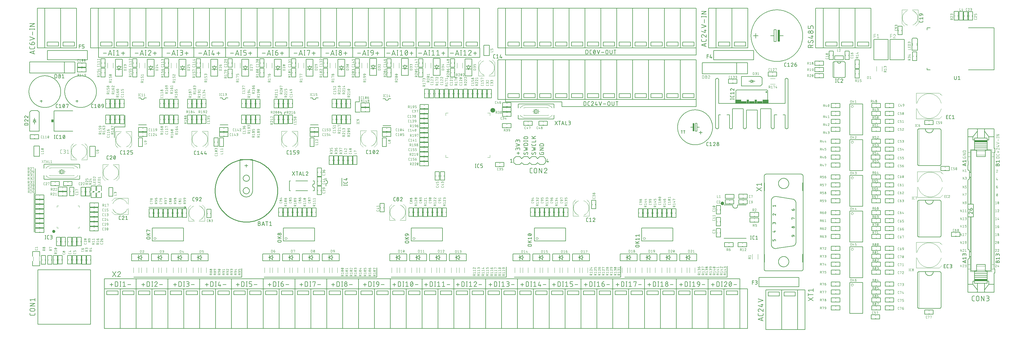
<source format=gto>
G75*
%MOIN*%
%OFA0B0*%
%FSLAX25Y25*%
%IPPOS*%
%LPD*%
%AMOC8*
5,1,8,0,0,1.08239X$1,22.5*
%
%ADD10C,0.00500*%
%ADD11C,0.00700*%
%ADD12C,0.00800*%
%ADD13C,0.00600*%
%ADD14C,0.04472*%
%ADD15C,0.00300*%
%ADD16C,0.00472*%
%ADD17R,0.02500X0.15000*%
%ADD18C,0.00200*%
%ADD19R,0.16000X0.03000*%
%ADD20C,0.00400*%
%ADD21C,0.05906*%
%ADD22C,0.02000*%
%ADD23R,0.07500X0.05000*%
%ADD24R,0.07000X0.03000*%
%ADD25R,0.03000X0.05000*%
%ADD26R,0.00500X0.02000*%
%ADD27C,0.03937*%
%ADD28C,0.00984*%
%ADD29C,0.00010*%
%ADD30R,0.03000X0.03400*%
%ADD31R,0.02000X0.10000*%
%ADD32C,0.01000*%
D10*
X0145324Y0032181D02*
X0145324Y0082181D01*
X0142529Y0079583D02*
X0128237Y0079583D01*
X0128237Y0074740D01*
X0142529Y0074740D01*
X0142529Y0079583D01*
X0148237Y0079583D02*
X0162529Y0079583D01*
X0162529Y0074740D01*
X0148237Y0074740D01*
X0148237Y0079583D01*
X0168237Y0079583D02*
X0168237Y0074740D01*
X0182529Y0074740D01*
X0182529Y0079583D01*
X0168237Y0079583D01*
X0188237Y0079583D02*
X0188237Y0074740D01*
X0202529Y0074740D01*
X0202529Y0079583D01*
X0188237Y0079583D01*
X0208237Y0079583D02*
X0208237Y0074740D01*
X0222529Y0074740D01*
X0222529Y0079583D01*
X0208237Y0079583D01*
X0228237Y0079583D02*
X0228237Y0074740D01*
X0242529Y0074740D01*
X0242529Y0079583D01*
X0228237Y0079583D01*
X0248237Y0079583D02*
X0248237Y0074740D01*
X0262529Y0074740D01*
X0262529Y0079583D01*
X0248237Y0079583D01*
X0268237Y0079583D02*
X0268237Y0074740D01*
X0282529Y0074740D01*
X0282529Y0079583D01*
X0268237Y0079583D01*
X0288237Y0079583D02*
X0288237Y0074740D01*
X0302529Y0074740D01*
X0302529Y0079583D01*
X0288237Y0079583D01*
X0308237Y0079583D02*
X0308237Y0074740D01*
X0322529Y0074740D01*
X0322529Y0079583D01*
X0308237Y0079583D01*
X0328237Y0079583D02*
X0328237Y0074740D01*
X0342529Y0074740D01*
X0342529Y0079583D01*
X0328237Y0079583D01*
X0348237Y0079583D02*
X0348237Y0074740D01*
X0362529Y0074740D01*
X0362529Y0079583D01*
X0348237Y0079583D01*
X0368237Y0079583D02*
X0368237Y0074740D01*
X0382529Y0074740D01*
X0382529Y0079583D01*
X0368237Y0079583D01*
X0388237Y0079583D02*
X0388237Y0074740D01*
X0402529Y0074740D01*
X0402529Y0079583D01*
X0388237Y0079583D01*
X0408237Y0079583D02*
X0408237Y0074740D01*
X0422529Y0074740D01*
X0422529Y0079583D01*
X0408237Y0079583D01*
X0428237Y0079583D02*
X0428237Y0074740D01*
X0442529Y0074740D01*
X0442529Y0079583D01*
X0428237Y0079583D01*
X0448237Y0079583D02*
X0448237Y0074740D01*
X0462529Y0074740D01*
X0462529Y0079583D01*
X0448237Y0079583D01*
X0468237Y0079583D02*
X0468237Y0074740D01*
X0482529Y0074740D01*
X0482529Y0079583D01*
X0468237Y0079583D01*
X0488237Y0079583D02*
X0488237Y0074740D01*
X0502529Y0074740D01*
X0502529Y0079583D01*
X0488237Y0079583D01*
X0508237Y0079583D02*
X0508237Y0074740D01*
X0522529Y0074740D01*
X0522529Y0079583D01*
X0508237Y0079583D01*
X0528237Y0079583D02*
X0528237Y0074740D01*
X0542529Y0074740D01*
X0542529Y0079583D01*
X0528237Y0079583D01*
X0548237Y0079583D02*
X0548237Y0074740D01*
X0562529Y0074740D01*
X0562529Y0079583D01*
X0548237Y0079583D01*
X0568237Y0079583D02*
X0568237Y0074740D01*
X0582529Y0074740D01*
X0582529Y0079583D01*
X0568237Y0079583D01*
X0588237Y0079583D02*
X0588237Y0074740D01*
X0602529Y0074740D01*
X0602529Y0079583D01*
X0588237Y0079583D01*
X0608237Y0079583D02*
X0608237Y0074740D01*
X0622529Y0074740D01*
X0622529Y0079583D01*
X0608237Y0079583D01*
X0628237Y0079583D02*
X0628237Y0074740D01*
X0642529Y0074740D01*
X0642529Y0079583D01*
X0628237Y0079583D01*
X0648237Y0079583D02*
X0648237Y0074740D01*
X0662529Y0074740D01*
X0662529Y0079583D01*
X0648237Y0079583D01*
X0668237Y0079583D02*
X0668237Y0074740D01*
X0682529Y0074740D01*
X0682529Y0079583D01*
X0668237Y0079583D01*
X0688237Y0079583D02*
X0688237Y0074740D01*
X0702529Y0074740D01*
X0702529Y0079583D01*
X0688237Y0079583D01*
X0708237Y0079583D02*
X0708237Y0074740D01*
X0722529Y0074740D01*
X0722529Y0079583D01*
X0708237Y0079583D01*
X0728237Y0079583D02*
X0728237Y0074740D01*
X0742529Y0074740D01*
X0742529Y0079583D01*
X0728237Y0079583D01*
X0748237Y0079583D02*
X0748237Y0074740D01*
X0762529Y0074740D01*
X0762529Y0079583D01*
X0748237Y0079583D01*
X0768237Y0079583D02*
X0768237Y0074740D01*
X0782529Y0074740D01*
X0782529Y0079583D01*
X0768237Y0079583D01*
X0788237Y0079583D02*
X0788237Y0074740D01*
X0802529Y0074740D01*
X0802529Y0079583D01*
X0788237Y0079583D01*
X0808237Y0079583D02*
X0808237Y0074740D01*
X0822529Y0074740D01*
X0822529Y0079583D01*
X0808237Y0079583D01*
X0828237Y0079583D02*
X0828237Y0074740D01*
X0842529Y0074740D01*
X0842529Y0079583D01*
X0828237Y0079583D01*
X0848237Y0079583D02*
X0848237Y0074740D01*
X0862529Y0074740D01*
X0862529Y0079583D01*
X0848237Y0079583D01*
X0868237Y0079583D02*
X0868237Y0074740D01*
X0882529Y0074740D01*
X0882529Y0079583D01*
X0868237Y0079583D01*
X0888237Y0079583D02*
X0888237Y0074740D01*
X0902529Y0074740D01*
X0902529Y0079583D01*
X0888237Y0079583D01*
X0908237Y0079583D02*
X0908237Y0074740D01*
X0922529Y0074740D01*
X0922529Y0079583D01*
X0908237Y0079583D01*
X0940972Y0087931D02*
X0940972Y0092431D01*
X0942972Y0092431D01*
X0944712Y0092431D02*
X0946212Y0092431D01*
X0946274Y0092429D01*
X0946335Y0092423D01*
X0946396Y0092414D01*
X0946456Y0092401D01*
X0946515Y0092384D01*
X0946573Y0092363D01*
X0946630Y0092339D01*
X0946685Y0092312D01*
X0946738Y0092281D01*
X0946790Y0092247D01*
X0946839Y0092210D01*
X0946886Y0092170D01*
X0946930Y0092127D01*
X0946971Y0092082D01*
X0947010Y0092034D01*
X0947046Y0091983D01*
X0947078Y0091931D01*
X0947107Y0091877D01*
X0947133Y0091821D01*
X0947155Y0091763D01*
X0947174Y0091705D01*
X0947189Y0091645D01*
X0947200Y0091584D01*
X0947208Y0091523D01*
X0947212Y0091462D01*
X0947212Y0091400D01*
X0947208Y0091339D01*
X0947200Y0091278D01*
X0947189Y0091217D01*
X0947174Y0091157D01*
X0947155Y0091099D01*
X0947133Y0091041D01*
X0947107Y0090985D01*
X0947078Y0090931D01*
X0947046Y0090879D01*
X0947010Y0090828D01*
X0946971Y0090780D01*
X0946930Y0090735D01*
X0946886Y0090692D01*
X0946839Y0090652D01*
X0946790Y0090615D01*
X0946738Y0090581D01*
X0946685Y0090550D01*
X0946630Y0090523D01*
X0946573Y0090499D01*
X0946515Y0090478D01*
X0946456Y0090461D01*
X0946396Y0090448D01*
X0946335Y0090439D01*
X0946274Y0090433D01*
X0946212Y0090431D01*
X0945212Y0090431D01*
X0945962Y0090431D02*
X0946031Y0090429D01*
X0946100Y0090423D01*
X0946168Y0090414D01*
X0946235Y0090401D01*
X0946302Y0090384D01*
X0946368Y0090363D01*
X0946432Y0090339D01*
X0946495Y0090311D01*
X0946557Y0090280D01*
X0946617Y0090246D01*
X0946674Y0090208D01*
X0946730Y0090167D01*
X0946783Y0090124D01*
X0946834Y0090077D01*
X0946882Y0090028D01*
X0946927Y0089976D01*
X0946969Y0089921D01*
X0947008Y0089865D01*
X0947045Y0089806D01*
X0947077Y0089745D01*
X0947107Y0089683D01*
X0947133Y0089619D01*
X0947155Y0089554D01*
X0947174Y0089488D01*
X0947189Y0089421D01*
X0947200Y0089353D01*
X0947208Y0089284D01*
X0947212Y0089215D01*
X0947212Y0089147D01*
X0947208Y0089078D01*
X0947200Y0089009D01*
X0947189Y0088941D01*
X0947174Y0088874D01*
X0947155Y0088808D01*
X0947133Y0088743D01*
X0947107Y0088679D01*
X0947077Y0088617D01*
X0947045Y0088556D01*
X0947008Y0088497D01*
X0946969Y0088441D01*
X0946927Y0088386D01*
X0946882Y0088334D01*
X0946834Y0088285D01*
X0946783Y0088238D01*
X0946730Y0088195D01*
X0946674Y0088154D01*
X0946617Y0088116D01*
X0946557Y0088082D01*
X0946495Y0088051D01*
X0946432Y0088023D01*
X0946368Y0087999D01*
X0946302Y0087978D01*
X0946235Y0087961D01*
X0946168Y0087948D01*
X0946100Y0087939D01*
X0946031Y0087933D01*
X0945962Y0087931D01*
X0944712Y0087931D01*
X0942972Y0090431D02*
X0940972Y0090431D01*
X0960875Y0078083D02*
X0975167Y0078083D01*
X0975167Y0073240D01*
X0960875Y0073240D01*
X0960875Y0078083D01*
X0980875Y0078083D02*
X0980875Y0073240D01*
X0995167Y0073240D01*
X0995167Y0078083D01*
X0980875Y0078083D01*
X1040312Y0075504D02*
X1040312Y0080858D01*
X1051336Y0080858D01*
X1051336Y0075504D01*
X1040312Y0075504D01*
X1040312Y0070858D02*
X1040312Y0065504D01*
X1051336Y0065504D01*
X1051336Y0070858D01*
X1040312Y0070858D01*
X1040312Y0060858D02*
X1040312Y0055504D01*
X1051336Y0055504D01*
X1051336Y0060858D01*
X1040312Y0060858D01*
X1091312Y0060858D02*
X1091312Y0055504D01*
X1102336Y0055504D01*
X1102336Y0060858D01*
X1091312Y0060858D01*
X1091312Y0065504D02*
X1091312Y0070858D01*
X1102336Y0070858D01*
X1102336Y0065504D01*
X1091312Y0065504D01*
X1091312Y0075504D02*
X1091312Y0080858D01*
X1102336Y0080858D01*
X1102336Y0075504D01*
X1091312Y0075504D01*
X1091312Y0085504D02*
X1091312Y0090858D01*
X1102336Y0090858D01*
X1102336Y0085504D01*
X1091312Y0085504D01*
X1108509Y0085504D02*
X1119139Y0085504D01*
X1119139Y0090858D01*
X1108509Y0090858D01*
X1108509Y0085504D01*
X1108509Y0080858D02*
X1108509Y0075504D01*
X1119139Y0075504D01*
X1119139Y0080858D01*
X1108509Y0080858D01*
X1108509Y0070858D02*
X1108509Y0065504D01*
X1119139Y0065504D01*
X1119139Y0070858D01*
X1108509Y0070858D01*
X1108509Y0060858D02*
X1108509Y0055504D01*
X1119139Y0055504D01*
X1119139Y0060858D01*
X1108509Y0060858D01*
X1101415Y0049358D02*
X1090785Y0049358D01*
X1090785Y0044004D01*
X1101415Y0044004D01*
X1101415Y0049358D01*
X1158147Y0050004D02*
X1158147Y0055358D01*
X1168777Y0055358D01*
X1168777Y0050004D01*
X1158147Y0050004D01*
X1051336Y0085504D02*
X1051336Y0090858D01*
X1040312Y0090858D01*
X1040312Y0085504D01*
X1051336Y0085504D01*
X1051336Y0100504D02*
X1040312Y0100504D01*
X1040312Y0105858D01*
X1051336Y0105858D01*
X1051336Y0100504D01*
X1051336Y0110504D02*
X1040312Y0110504D01*
X1040312Y0115858D01*
X1051336Y0115858D01*
X1051336Y0110504D01*
X1051336Y0120504D02*
X1040312Y0120504D01*
X1040312Y0125858D01*
X1051336Y0125858D01*
X1051336Y0120504D01*
X1051336Y0130504D02*
X1040312Y0130504D01*
X1040312Y0135858D01*
X1051336Y0135858D01*
X1051336Y0130504D01*
X1051336Y0145504D02*
X1040312Y0145504D01*
X1040312Y0150858D01*
X1051336Y0150858D01*
X1051336Y0145504D01*
X1051336Y0155504D02*
X1040312Y0155504D01*
X1040312Y0160858D01*
X1051336Y0160858D01*
X1051336Y0155504D01*
X1051336Y0165504D02*
X1040312Y0165504D01*
X1040312Y0170858D01*
X1051336Y0170858D01*
X1051336Y0165504D01*
X1051336Y0175504D02*
X1040312Y0175504D01*
X1040312Y0180858D01*
X1051336Y0180858D01*
X1051336Y0175504D01*
X1051336Y0190504D02*
X1040312Y0190504D01*
X1040312Y0195858D01*
X1051336Y0195858D01*
X1051336Y0190504D01*
X1051336Y0200504D02*
X1040312Y0200504D01*
X1040312Y0205858D01*
X1051336Y0205858D01*
X1051336Y0200504D01*
X1051336Y0210504D02*
X1040312Y0210504D01*
X1040312Y0215858D01*
X1051336Y0215858D01*
X1051336Y0210504D01*
X1051336Y0220504D02*
X1040312Y0220504D01*
X1040312Y0225858D01*
X1051336Y0225858D01*
X1051336Y0220504D01*
X1091312Y0220504D02*
X1091312Y0225858D01*
X1102336Y0225858D01*
X1102336Y0220504D01*
X1091312Y0220504D01*
X1091312Y0215858D02*
X1091312Y0210504D01*
X1102336Y0210504D01*
X1102336Y0215858D01*
X1091312Y0215858D01*
X1091312Y0205858D02*
X1091312Y0200504D01*
X1102336Y0200504D01*
X1102336Y0205858D01*
X1091312Y0205858D01*
X1091312Y0195858D02*
X1091312Y0190504D01*
X1102336Y0190504D01*
X1102336Y0195858D01*
X1091312Y0195858D01*
X1108509Y0195858D02*
X1108509Y0190504D01*
X1119139Y0190504D01*
X1119139Y0195858D01*
X1108509Y0195858D01*
X1108509Y0200504D02*
X1119139Y0200504D01*
X1119139Y0205858D01*
X1108509Y0205858D01*
X1108509Y0200504D01*
X1108509Y0210504D02*
X1119139Y0210504D01*
X1119139Y0215858D01*
X1108509Y0215858D01*
X1108509Y0210504D01*
X1108509Y0220504D02*
X1119139Y0220504D01*
X1119139Y0225858D01*
X1108509Y0225858D01*
X1108509Y0220504D01*
X1108509Y0235504D02*
X1119139Y0235504D01*
X1119139Y0240858D01*
X1108509Y0240858D01*
X1108509Y0235504D01*
X1101836Y0235504D02*
X1101836Y0240858D01*
X1090812Y0240858D01*
X1090812Y0235504D01*
X1101836Y0235504D01*
X1101836Y0245504D02*
X1090812Y0245504D01*
X1090812Y0250858D01*
X1101836Y0250858D01*
X1101836Y0245504D01*
X1108509Y0245504D02*
X1108509Y0250858D01*
X1119139Y0250858D01*
X1119139Y0245504D01*
X1108509Y0245504D01*
X1108509Y0255504D02*
X1119139Y0255504D01*
X1119139Y0260858D01*
X1108509Y0260858D01*
X1108509Y0255504D01*
X1102336Y0255504D02*
X1102336Y0260858D01*
X1091312Y0260858D01*
X1091312Y0255504D01*
X1102336Y0255504D01*
X1102336Y0265504D02*
X1091312Y0265504D01*
X1091312Y0270858D01*
X1102336Y0270858D01*
X1102336Y0265504D01*
X1108509Y0265504D02*
X1108509Y0270858D01*
X1119139Y0270858D01*
X1119139Y0265504D01*
X1108509Y0265504D01*
X1108509Y0280504D02*
X1119139Y0280504D01*
X1119139Y0285858D01*
X1108509Y0285858D01*
X1108509Y0280504D01*
X1102336Y0280504D02*
X1102336Y0285858D01*
X1091312Y0285858D01*
X1091312Y0280504D01*
X1102336Y0280504D01*
X1102336Y0290504D02*
X1091312Y0290504D01*
X1091312Y0295858D01*
X1102336Y0295858D01*
X1102336Y0290504D01*
X1108509Y0290504D02*
X1108509Y0295858D01*
X1119139Y0295858D01*
X1119139Y0290504D01*
X1108509Y0290504D01*
X1108509Y0300504D02*
X1119139Y0300504D01*
X1119139Y0305858D01*
X1108509Y0305858D01*
X1108509Y0300504D01*
X1102336Y0300504D02*
X1102336Y0305858D01*
X1091312Y0305858D01*
X1091312Y0300504D01*
X1102336Y0300504D01*
X1102336Y0310504D02*
X1091312Y0310504D01*
X1091312Y0315858D01*
X1102336Y0315858D01*
X1102336Y0310504D01*
X1108509Y0310504D02*
X1108509Y0315858D01*
X1119139Y0315858D01*
X1119139Y0310504D01*
X1108509Y0310504D01*
X1158147Y0294358D02*
X1158147Y0289004D01*
X1168777Y0289004D01*
X1168777Y0294358D01*
X1158147Y0294358D01*
X1185212Y0296431D02*
X1185212Y0300931D01*
X1187212Y0300931D01*
X1188937Y0299931D02*
X1188937Y0297431D01*
X1188939Y0297371D01*
X1188944Y0297310D01*
X1188953Y0297251D01*
X1188966Y0297192D01*
X1188982Y0297133D01*
X1189002Y0297076D01*
X1189025Y0297021D01*
X1189052Y0296966D01*
X1189081Y0296914D01*
X1189114Y0296863D01*
X1189150Y0296814D01*
X1189188Y0296768D01*
X1189230Y0296724D01*
X1189274Y0296682D01*
X1189320Y0296644D01*
X1189369Y0296608D01*
X1189420Y0296575D01*
X1189472Y0296546D01*
X1189527Y0296519D01*
X1189582Y0296496D01*
X1189639Y0296476D01*
X1189698Y0296460D01*
X1189757Y0296447D01*
X1189816Y0296438D01*
X1189877Y0296433D01*
X1189937Y0296431D01*
X1190937Y0296431D01*
X1192702Y0296431D02*
X1195202Y0296431D01*
X1193952Y0296431D02*
X1193952Y0300931D01*
X1192702Y0299931D01*
X1190937Y0300931D02*
X1189937Y0300931D01*
X1189877Y0300929D01*
X1189816Y0300924D01*
X1189757Y0300915D01*
X1189698Y0300902D01*
X1189639Y0300886D01*
X1189582Y0300866D01*
X1189527Y0300843D01*
X1189472Y0300816D01*
X1189420Y0300787D01*
X1189369Y0300754D01*
X1189320Y0300718D01*
X1189274Y0300680D01*
X1189230Y0300638D01*
X1189188Y0300594D01*
X1189150Y0300548D01*
X1189114Y0300499D01*
X1189081Y0300448D01*
X1189052Y0300396D01*
X1189025Y0300341D01*
X1189002Y0300286D01*
X1188982Y0300229D01*
X1188966Y0300170D01*
X1188953Y0300111D01*
X1188944Y0300052D01*
X1188939Y0299991D01*
X1188937Y0299931D01*
X1186712Y0298931D02*
X1185212Y0298931D01*
X1185212Y0296431D02*
X1187212Y0296431D01*
X1200140Y0345724D02*
X1202640Y0345724D01*
X1201390Y0345724D02*
X1201390Y0350224D01*
X1200140Y0349224D01*
X1197990Y0350224D02*
X1197990Y0346974D01*
X1197988Y0346905D01*
X1197982Y0346836D01*
X1197973Y0346768D01*
X1197960Y0346701D01*
X1197943Y0346634D01*
X1197922Y0346568D01*
X1197898Y0346504D01*
X1197870Y0346441D01*
X1197839Y0346379D01*
X1197805Y0346319D01*
X1197767Y0346262D01*
X1197726Y0346206D01*
X1197683Y0346153D01*
X1197636Y0346102D01*
X1197587Y0346054D01*
X1197535Y0346009D01*
X1197480Y0345967D01*
X1197424Y0345928D01*
X1197365Y0345891D01*
X1197304Y0345859D01*
X1197242Y0345829D01*
X1197178Y0345803D01*
X1197113Y0345781D01*
X1197047Y0345762D01*
X1196980Y0345747D01*
X1196912Y0345736D01*
X1196843Y0345728D01*
X1196774Y0345724D01*
X1196706Y0345724D01*
X1196637Y0345728D01*
X1196568Y0345736D01*
X1196500Y0345747D01*
X1196433Y0345762D01*
X1196367Y0345781D01*
X1196302Y0345803D01*
X1196238Y0345829D01*
X1196176Y0345859D01*
X1196115Y0345891D01*
X1196056Y0345928D01*
X1196000Y0345967D01*
X1195945Y0346009D01*
X1195893Y0346054D01*
X1195844Y0346102D01*
X1195797Y0346153D01*
X1195754Y0346206D01*
X1195713Y0346262D01*
X1195675Y0346319D01*
X1195641Y0346379D01*
X1195610Y0346441D01*
X1195582Y0346504D01*
X1195558Y0346568D01*
X1195537Y0346634D01*
X1195520Y0346701D01*
X1195507Y0346768D01*
X1195498Y0346836D01*
X1195492Y0346905D01*
X1195490Y0346974D01*
X1195490Y0350224D01*
X1148139Y0369669D02*
X1142785Y0369669D01*
X1142785Y0380693D01*
X1148139Y0380693D01*
X1148139Y0369669D01*
X1148926Y0382701D02*
X1141997Y0382701D01*
X1141997Y0396953D01*
X1143100Y0398055D01*
X1147824Y0398055D01*
X1148926Y0396953D01*
X1148926Y0382701D01*
X1129639Y0402366D02*
X1124285Y0402366D01*
X1124285Y0412996D01*
X1129639Y0412996D01*
X1129639Y0402366D01*
X1087548Y0393122D02*
X1087548Y0388280D01*
X1073257Y0388280D01*
X1073257Y0393122D01*
X1087548Y0393122D01*
X1070462Y0385681D02*
X1070462Y0435681D01*
X1151212Y0423181D02*
X1152212Y0421931D01*
X1151212Y0423181D02*
X1155712Y0423181D01*
X1155712Y0421931D02*
X1155712Y0424431D01*
X1155712Y0426931D02*
X1155710Y0427018D01*
X1155704Y0427105D01*
X1155695Y0427192D01*
X1155682Y0427278D01*
X1155665Y0427364D01*
X1155644Y0427449D01*
X1155619Y0427532D01*
X1155591Y0427615D01*
X1155560Y0427696D01*
X1155525Y0427776D01*
X1155486Y0427854D01*
X1155444Y0427931D01*
X1155399Y0428006D01*
X1155350Y0428078D01*
X1155299Y0428149D01*
X1155244Y0428217D01*
X1155187Y0428282D01*
X1155126Y0428345D01*
X1155063Y0428406D01*
X1154998Y0428463D01*
X1154930Y0428518D01*
X1154859Y0428569D01*
X1154787Y0428618D01*
X1154712Y0428663D01*
X1154635Y0428705D01*
X1154557Y0428744D01*
X1154477Y0428779D01*
X1154396Y0428810D01*
X1154313Y0428838D01*
X1154230Y0428863D01*
X1154145Y0428884D01*
X1154059Y0428901D01*
X1153973Y0428914D01*
X1153886Y0428923D01*
X1153799Y0428929D01*
X1153712Y0428931D01*
X1152462Y0428931D01*
X1153712Y0428931D02*
X1153712Y0427431D01*
X1153710Y0427371D01*
X1153705Y0427310D01*
X1153696Y0427251D01*
X1153683Y0427192D01*
X1153667Y0427133D01*
X1153647Y0427076D01*
X1153624Y0427021D01*
X1153597Y0426966D01*
X1153568Y0426914D01*
X1153535Y0426863D01*
X1153499Y0426814D01*
X1153461Y0426768D01*
X1153419Y0426724D01*
X1153375Y0426682D01*
X1153329Y0426644D01*
X1153280Y0426608D01*
X1153229Y0426575D01*
X1153177Y0426546D01*
X1153122Y0426519D01*
X1153067Y0426496D01*
X1153010Y0426476D01*
X1152951Y0426460D01*
X1152892Y0426447D01*
X1152833Y0426438D01*
X1152772Y0426433D01*
X1152712Y0426431D01*
X1152462Y0426431D01*
X1152393Y0426433D01*
X1152324Y0426439D01*
X1152256Y0426448D01*
X1152189Y0426461D01*
X1152122Y0426478D01*
X1152056Y0426499D01*
X1151992Y0426523D01*
X1151929Y0426551D01*
X1151867Y0426582D01*
X1151807Y0426616D01*
X1151750Y0426654D01*
X1151694Y0426695D01*
X1151641Y0426738D01*
X1151590Y0426785D01*
X1151542Y0426834D01*
X1151497Y0426886D01*
X1151455Y0426941D01*
X1151416Y0426997D01*
X1151379Y0427056D01*
X1151347Y0427117D01*
X1151317Y0427179D01*
X1151291Y0427243D01*
X1151269Y0427308D01*
X1151250Y0427374D01*
X1151235Y0427441D01*
X1151224Y0427509D01*
X1151216Y0427578D01*
X1151212Y0427647D01*
X1151212Y0427715D01*
X1151216Y0427784D01*
X1151224Y0427853D01*
X1151235Y0427921D01*
X1151250Y0427988D01*
X1151269Y0428054D01*
X1151291Y0428119D01*
X1151317Y0428183D01*
X1151347Y0428245D01*
X1151379Y0428306D01*
X1151416Y0428365D01*
X1151455Y0428421D01*
X1151497Y0428476D01*
X1151542Y0428528D01*
X1151590Y0428577D01*
X1151641Y0428624D01*
X1151694Y0428667D01*
X1151750Y0428708D01*
X1151807Y0428746D01*
X1151867Y0428780D01*
X1151929Y0428811D01*
X1151992Y0428839D01*
X1152056Y0428863D01*
X1152122Y0428884D01*
X1152189Y0428901D01*
X1152256Y0428914D01*
X1152324Y0428923D01*
X1152393Y0428929D01*
X1152462Y0428931D01*
X1151212Y0420166D02*
X1151212Y0419166D01*
X1151214Y0419106D01*
X1151219Y0419045D01*
X1151228Y0418986D01*
X1151241Y0418927D01*
X1151257Y0418868D01*
X1151277Y0418811D01*
X1151300Y0418756D01*
X1151327Y0418701D01*
X1151356Y0418649D01*
X1151389Y0418598D01*
X1151425Y0418549D01*
X1151463Y0418503D01*
X1151505Y0418459D01*
X1151549Y0418417D01*
X1151595Y0418379D01*
X1151644Y0418343D01*
X1151695Y0418310D01*
X1151747Y0418281D01*
X1151802Y0418254D01*
X1151857Y0418231D01*
X1151914Y0418211D01*
X1151973Y0418195D01*
X1152032Y0418182D01*
X1152091Y0418173D01*
X1152152Y0418168D01*
X1152212Y0418166D01*
X1154712Y0418166D01*
X1154772Y0418168D01*
X1154833Y0418173D01*
X1154892Y0418182D01*
X1154951Y0418195D01*
X1155010Y0418211D01*
X1155067Y0418231D01*
X1155122Y0418254D01*
X1155177Y0418281D01*
X1155229Y0418310D01*
X1155280Y0418343D01*
X1155329Y0418379D01*
X1155375Y0418417D01*
X1155419Y0418459D01*
X1155461Y0418503D01*
X1155499Y0418549D01*
X1155535Y0418598D01*
X1155568Y0418649D01*
X1155597Y0418701D01*
X1155624Y0418756D01*
X1155647Y0418811D01*
X1155667Y0418868D01*
X1155683Y0418927D01*
X1155696Y0418986D01*
X1155705Y0419045D01*
X1155710Y0419106D01*
X1155712Y0419166D01*
X1155712Y0420166D01*
X1195147Y0420669D02*
X1200501Y0420669D01*
X1200501Y0431693D01*
X1195147Y0431693D01*
X1195147Y0420669D01*
X1201324Y0420681D02*
X1201324Y0431681D01*
X1206324Y0431681D01*
X1206324Y0420681D01*
X1201324Y0420681D01*
X1207147Y0420866D02*
X1212501Y0420866D01*
X1212501Y0431496D01*
X1207147Y0431496D01*
X1207147Y0420866D01*
X1213147Y0420866D02*
X1218501Y0420866D01*
X1218501Y0431496D01*
X1213147Y0431496D01*
X1213147Y0420866D01*
X1075639Y0370720D02*
X1070285Y0370720D01*
X1070285Y0359697D01*
X1075639Y0359697D01*
X1075639Y0370720D01*
X1062946Y0371043D02*
X1062946Y0381673D01*
X1057592Y0381673D01*
X1057592Y0371043D01*
X1062946Y0371043D01*
X1055769Y0370858D02*
X1055769Y0375858D01*
X1044769Y0375858D01*
X1044769Y0370858D01*
X1055769Y0370858D01*
X1042946Y0371043D02*
X1042946Y0381673D01*
X1037592Y0381673D01*
X1037592Y0371043D01*
X1042946Y0371043D01*
X1030753Y0369130D02*
X1030753Y0363776D01*
X1019730Y0363776D01*
X1019730Y0369130D01*
X1030753Y0369130D01*
X1030753Y0361130D02*
X1019730Y0361130D01*
X1019730Y0355776D01*
X1030753Y0355776D01*
X1030753Y0361130D01*
X1030753Y0353630D02*
X1019730Y0353630D01*
X1019730Y0348276D01*
X1030753Y0348276D01*
X1030753Y0353630D01*
X1045805Y0346754D02*
X1046805Y0346754D01*
X1046305Y0346754D02*
X1046305Y0342254D01*
X1045805Y0342254D02*
X1046805Y0342254D01*
X1048640Y0343254D02*
X1048640Y0345754D01*
X1048642Y0345814D01*
X1048647Y0345875D01*
X1048656Y0345934D01*
X1048669Y0345993D01*
X1048685Y0346052D01*
X1048705Y0346109D01*
X1048728Y0346164D01*
X1048755Y0346219D01*
X1048784Y0346271D01*
X1048817Y0346322D01*
X1048853Y0346371D01*
X1048891Y0346417D01*
X1048933Y0346461D01*
X1048977Y0346503D01*
X1049023Y0346541D01*
X1049072Y0346577D01*
X1049123Y0346610D01*
X1049175Y0346639D01*
X1049230Y0346666D01*
X1049285Y0346689D01*
X1049342Y0346709D01*
X1049401Y0346725D01*
X1049460Y0346738D01*
X1049519Y0346747D01*
X1049580Y0346752D01*
X1049640Y0346754D01*
X1050640Y0346754D01*
X1054529Y0344754D02*
X1054575Y0344800D01*
X1054619Y0344849D01*
X1054659Y0344900D01*
X1054697Y0344953D01*
X1054732Y0345008D01*
X1054764Y0345065D01*
X1054793Y0345123D01*
X1054819Y0345183D01*
X1054841Y0345245D01*
X1054860Y0345307D01*
X1054876Y0345370D01*
X1054888Y0345434D01*
X1054897Y0345499D01*
X1054902Y0345564D01*
X1054904Y0345629D01*
X1054530Y0344754D02*
X1052405Y0342254D01*
X1054905Y0342254D01*
X1052405Y0345754D02*
X1052429Y0345823D01*
X1052457Y0345890D01*
X1052488Y0345956D01*
X1052522Y0346020D01*
X1052559Y0346082D01*
X1052600Y0346143D01*
X1052643Y0346201D01*
X1052689Y0346257D01*
X1052739Y0346311D01*
X1052790Y0346362D01*
X1052844Y0346410D01*
X1052901Y0346456D01*
X1052960Y0346499D01*
X1053021Y0346538D01*
X1053083Y0346575D01*
X1053148Y0346608D01*
X1053214Y0346639D01*
X1053282Y0346665D01*
X1053350Y0346689D01*
X1053420Y0346709D01*
X1053491Y0346725D01*
X1053563Y0346738D01*
X1053635Y0346747D01*
X1053707Y0346752D01*
X1053780Y0346754D01*
X1053845Y0346752D01*
X1053911Y0346746D01*
X1053975Y0346737D01*
X1054039Y0346724D01*
X1054103Y0346707D01*
X1054165Y0346686D01*
X1054226Y0346662D01*
X1054285Y0346634D01*
X1054343Y0346603D01*
X1054398Y0346569D01*
X1054452Y0346531D01*
X1054503Y0346491D01*
X1054552Y0346447D01*
X1054598Y0346401D01*
X1054642Y0346352D01*
X1054682Y0346301D01*
X1054720Y0346247D01*
X1054754Y0346192D01*
X1054785Y0346134D01*
X1054813Y0346075D01*
X1054837Y0346014D01*
X1054858Y0345952D01*
X1054875Y0345888D01*
X1054888Y0345824D01*
X1054897Y0345760D01*
X1054903Y0345694D01*
X1054905Y0345629D01*
X1050640Y0342254D02*
X1049640Y0342254D01*
X1049580Y0342256D01*
X1049519Y0342261D01*
X1049460Y0342270D01*
X1049401Y0342283D01*
X1049342Y0342299D01*
X1049285Y0342319D01*
X1049230Y0342342D01*
X1049175Y0342369D01*
X1049123Y0342398D01*
X1049072Y0342431D01*
X1049023Y0342467D01*
X1048977Y0342505D01*
X1048933Y0342547D01*
X1048891Y0342591D01*
X1048853Y0342637D01*
X1048817Y0342686D01*
X1048784Y0342737D01*
X1048755Y0342789D01*
X1048728Y0342844D01*
X1048705Y0342899D01*
X1048685Y0342956D01*
X1048669Y0343015D01*
X1048656Y0343074D01*
X1048647Y0343133D01*
X1048642Y0343194D01*
X1048640Y0343254D01*
X1070285Y0347697D02*
X1075639Y0347697D01*
X1075639Y0358720D01*
X1070285Y0358720D01*
X1070285Y0347697D01*
X0996977Y0363681D02*
X0996977Y0363931D01*
X0996975Y0363991D01*
X0996970Y0364052D01*
X0996961Y0364111D01*
X0996948Y0364170D01*
X0996932Y0364229D01*
X0996912Y0364286D01*
X0996889Y0364341D01*
X0996862Y0364396D01*
X0996833Y0364448D01*
X0996800Y0364499D01*
X0996764Y0364548D01*
X0996726Y0364594D01*
X0996684Y0364638D01*
X0996640Y0364680D01*
X0996594Y0364718D01*
X0996545Y0364754D01*
X0996494Y0364787D01*
X0996442Y0364816D01*
X0996387Y0364843D01*
X0996332Y0364866D01*
X0996275Y0364886D01*
X0996216Y0364902D01*
X0996157Y0364915D01*
X0996098Y0364924D01*
X0996037Y0364929D01*
X0995977Y0364931D01*
X0994477Y0364931D01*
X0994477Y0363681D01*
X0994479Y0363612D01*
X0994485Y0363543D01*
X0994494Y0363475D01*
X0994507Y0363408D01*
X0994524Y0363341D01*
X0994545Y0363275D01*
X0994569Y0363211D01*
X0994597Y0363148D01*
X0994628Y0363086D01*
X0994662Y0363026D01*
X0994700Y0362969D01*
X0994741Y0362913D01*
X0994784Y0362860D01*
X0994831Y0362809D01*
X0994880Y0362761D01*
X0994932Y0362716D01*
X0994987Y0362674D01*
X0995043Y0362635D01*
X0995102Y0362598D01*
X0995163Y0362566D01*
X0995225Y0362536D01*
X0995289Y0362510D01*
X0995354Y0362488D01*
X0995420Y0362469D01*
X0995487Y0362454D01*
X0995555Y0362443D01*
X0995624Y0362435D01*
X0995693Y0362431D01*
X0995761Y0362431D01*
X0995830Y0362435D01*
X0995899Y0362443D01*
X0995967Y0362454D01*
X0996034Y0362469D01*
X0996100Y0362488D01*
X0996165Y0362510D01*
X0996229Y0362536D01*
X0996291Y0362566D01*
X0996352Y0362598D01*
X0996411Y0362635D01*
X0996467Y0362674D01*
X0996522Y0362716D01*
X0996574Y0362761D01*
X0996623Y0362809D01*
X0996670Y0362860D01*
X0996713Y0362913D01*
X0996754Y0362969D01*
X0996792Y0363026D01*
X0996826Y0363086D01*
X0996857Y0363148D01*
X0996885Y0363211D01*
X0996909Y0363275D01*
X0996930Y0363341D01*
X0996947Y0363408D01*
X0996960Y0363475D01*
X0996969Y0363543D01*
X0996975Y0363612D01*
X0996977Y0363681D01*
X0994477Y0364931D02*
X0994479Y0365018D01*
X0994485Y0365105D01*
X0994494Y0365192D01*
X0994507Y0365278D01*
X0994524Y0365364D01*
X0994545Y0365449D01*
X0994570Y0365532D01*
X0994598Y0365615D01*
X0994629Y0365696D01*
X0994664Y0365776D01*
X0994703Y0365854D01*
X0994745Y0365931D01*
X0994790Y0366006D01*
X0994839Y0366078D01*
X0994890Y0366149D01*
X0994945Y0366217D01*
X0995002Y0366282D01*
X0995063Y0366345D01*
X0995126Y0366406D01*
X0995191Y0366463D01*
X0995259Y0366518D01*
X0995330Y0366569D01*
X0995402Y0366618D01*
X0995477Y0366663D01*
X0995554Y0366705D01*
X0995632Y0366744D01*
X0995712Y0366779D01*
X0995793Y0366810D01*
X0995876Y0366838D01*
X0995959Y0366863D01*
X0996044Y0366884D01*
X0996130Y0366901D01*
X0996216Y0366914D01*
X0996303Y0366923D01*
X0996390Y0366929D01*
X0996477Y0366931D01*
X0992102Y0364931D02*
X0989977Y0362431D01*
X0992477Y0362431D01*
X0989977Y0365931D02*
X0990001Y0366000D01*
X0990029Y0366067D01*
X0990060Y0366133D01*
X0990094Y0366197D01*
X0990131Y0366259D01*
X0990172Y0366320D01*
X0990215Y0366378D01*
X0990261Y0366434D01*
X0990311Y0366488D01*
X0990362Y0366539D01*
X0990416Y0366587D01*
X0990473Y0366633D01*
X0990532Y0366676D01*
X0990593Y0366715D01*
X0990655Y0366752D01*
X0990720Y0366785D01*
X0990786Y0366816D01*
X0990854Y0366842D01*
X0990922Y0366866D01*
X0990992Y0366886D01*
X0991063Y0366902D01*
X0991135Y0366915D01*
X0991207Y0366924D01*
X0991279Y0366929D01*
X0991352Y0366931D01*
X0991417Y0366929D01*
X0991483Y0366923D01*
X0991547Y0366914D01*
X0991611Y0366901D01*
X0991675Y0366884D01*
X0991737Y0366863D01*
X0991798Y0366839D01*
X0991857Y0366811D01*
X0991915Y0366780D01*
X0991970Y0366746D01*
X0992024Y0366708D01*
X0992075Y0366668D01*
X0992124Y0366624D01*
X0992170Y0366578D01*
X0992214Y0366529D01*
X0992254Y0366478D01*
X0992292Y0366424D01*
X0992326Y0366369D01*
X0992357Y0366311D01*
X0992385Y0366252D01*
X0992409Y0366191D01*
X0992430Y0366129D01*
X0992447Y0366065D01*
X0992460Y0366001D01*
X0992469Y0365937D01*
X0992475Y0365871D01*
X0992477Y0365806D01*
X0992476Y0365806D02*
X0992474Y0365741D01*
X0992469Y0365676D01*
X0992460Y0365611D01*
X0992448Y0365547D01*
X0992432Y0365484D01*
X0992413Y0365422D01*
X0992391Y0365360D01*
X0992365Y0365300D01*
X0992336Y0365242D01*
X0992304Y0365185D01*
X0992269Y0365130D01*
X0992231Y0365077D01*
X0992191Y0365026D01*
X0992147Y0364977D01*
X0992101Y0364931D01*
X0987977Y0362431D02*
X0985477Y0362431D01*
X0986727Y0362431D02*
X0986727Y0366931D01*
X0985477Y0365931D01*
X0983712Y0366931D02*
X0982712Y0366931D01*
X0982652Y0366929D01*
X0982591Y0366924D01*
X0982532Y0366915D01*
X0982473Y0366902D01*
X0982414Y0366886D01*
X0982357Y0366866D01*
X0982302Y0366843D01*
X0982247Y0366816D01*
X0982195Y0366787D01*
X0982144Y0366754D01*
X0982095Y0366718D01*
X0982049Y0366680D01*
X0982005Y0366638D01*
X0981963Y0366594D01*
X0981925Y0366548D01*
X0981889Y0366499D01*
X0981856Y0366448D01*
X0981827Y0366396D01*
X0981800Y0366341D01*
X0981777Y0366286D01*
X0981757Y0366229D01*
X0981741Y0366170D01*
X0981728Y0366111D01*
X0981719Y0366052D01*
X0981714Y0365991D01*
X0981712Y0365931D01*
X0981712Y0363431D01*
X0981714Y0363371D01*
X0981719Y0363310D01*
X0981728Y0363251D01*
X0981741Y0363192D01*
X0981757Y0363133D01*
X0981777Y0363076D01*
X0981800Y0363021D01*
X0981827Y0362966D01*
X0981856Y0362914D01*
X0981889Y0362863D01*
X0981925Y0362814D01*
X0981963Y0362768D01*
X0982005Y0362724D01*
X0982049Y0362682D01*
X0982095Y0362644D01*
X0982144Y0362608D01*
X0982195Y0362575D01*
X0982247Y0362546D01*
X0982302Y0362519D01*
X0982357Y0362496D01*
X0982414Y0362476D01*
X0982473Y0362460D01*
X0982532Y0362447D01*
X0982591Y0362438D01*
X0982652Y0362433D01*
X0982712Y0362431D01*
X0983712Y0362431D01*
X0971777Y0355358D02*
X0971777Y0350004D01*
X0961147Y0350004D01*
X0961147Y0355358D01*
X0971777Y0355358D01*
X0944337Y0343681D02*
X0941712Y0343681D01*
X0941712Y0341806D01*
X0941712Y0343681D02*
X0941712Y0345556D01*
X0941712Y0343681D02*
X0939212Y0345556D01*
X0939212Y0343681D01*
X0936587Y0343681D01*
X0939212Y0343681D02*
X0939212Y0341806D01*
X0941712Y0343681D01*
X0921777Y0341004D02*
X0921777Y0346358D01*
X0911147Y0346358D01*
X0911147Y0341004D01*
X0921777Y0341004D01*
X0918012Y0334531D02*
X0918012Y0332031D01*
X0915512Y0334156D01*
X0913512Y0333406D02*
X0913514Y0333333D01*
X0913519Y0333261D01*
X0913528Y0333189D01*
X0913541Y0333117D01*
X0913557Y0333046D01*
X0913577Y0332976D01*
X0913601Y0332908D01*
X0913627Y0332840D01*
X0913658Y0332774D01*
X0913691Y0332709D01*
X0913728Y0332647D01*
X0913767Y0332586D01*
X0913810Y0332527D01*
X0913856Y0332470D01*
X0913904Y0332416D01*
X0913955Y0332365D01*
X0914009Y0332315D01*
X0914065Y0332269D01*
X0914123Y0332226D01*
X0914184Y0332185D01*
X0914246Y0332148D01*
X0914310Y0332114D01*
X0914376Y0332083D01*
X0914443Y0332055D01*
X0914512Y0332031D01*
X0915512Y0334156D02*
X0915466Y0334202D01*
X0915417Y0334246D01*
X0915366Y0334286D01*
X0915313Y0334324D01*
X0915258Y0334359D01*
X0915201Y0334391D01*
X0915143Y0334420D01*
X0915083Y0334446D01*
X0915021Y0334468D01*
X0914959Y0334487D01*
X0914896Y0334503D01*
X0914832Y0334515D01*
X0914767Y0334524D01*
X0914702Y0334529D01*
X0914637Y0334531D01*
X0914572Y0334529D01*
X0914506Y0334523D01*
X0914442Y0334514D01*
X0914378Y0334501D01*
X0914314Y0334484D01*
X0914252Y0334463D01*
X0914191Y0334439D01*
X0914132Y0334411D01*
X0914075Y0334380D01*
X0914019Y0334346D01*
X0913965Y0334308D01*
X0913914Y0334268D01*
X0913865Y0334224D01*
X0913819Y0334178D01*
X0913775Y0334129D01*
X0913735Y0334078D01*
X0913697Y0334024D01*
X0913663Y0333969D01*
X0913632Y0333911D01*
X0913604Y0333852D01*
X0913580Y0333791D01*
X0913559Y0333729D01*
X0913542Y0333665D01*
X0913529Y0333601D01*
X0913520Y0333537D01*
X0913514Y0333471D01*
X0913512Y0333406D01*
X0913512Y0328781D02*
X0918012Y0328781D01*
X0918012Y0327531D02*
X0918012Y0330031D01*
X0918012Y0325766D02*
X0918012Y0324766D01*
X0918010Y0324706D01*
X0918005Y0324645D01*
X0917996Y0324586D01*
X0917983Y0324527D01*
X0917967Y0324468D01*
X0917947Y0324411D01*
X0917924Y0324356D01*
X0917897Y0324301D01*
X0917868Y0324249D01*
X0917835Y0324198D01*
X0917799Y0324149D01*
X0917761Y0324103D01*
X0917719Y0324059D01*
X0917675Y0324017D01*
X0917629Y0323979D01*
X0917580Y0323943D01*
X0917529Y0323910D01*
X0917477Y0323881D01*
X0917422Y0323854D01*
X0917367Y0323831D01*
X0917310Y0323811D01*
X0917251Y0323795D01*
X0917192Y0323782D01*
X0917133Y0323773D01*
X0917072Y0323768D01*
X0917012Y0323766D01*
X0914512Y0323766D01*
X0914452Y0323768D01*
X0914391Y0323773D01*
X0914332Y0323782D01*
X0914273Y0323795D01*
X0914214Y0323811D01*
X0914157Y0323831D01*
X0914102Y0323854D01*
X0914047Y0323881D01*
X0913995Y0323910D01*
X0913944Y0323943D01*
X0913895Y0323979D01*
X0913849Y0324017D01*
X0913805Y0324059D01*
X0913763Y0324103D01*
X0913725Y0324149D01*
X0913689Y0324198D01*
X0913656Y0324249D01*
X0913627Y0324301D01*
X0913600Y0324356D01*
X0913577Y0324411D01*
X0913557Y0324468D01*
X0913541Y0324527D01*
X0913528Y0324586D01*
X0913519Y0324645D01*
X0913514Y0324706D01*
X0913512Y0324766D01*
X0913512Y0325766D01*
X0914512Y0327531D02*
X0913512Y0328781D01*
X0913512Y0321931D02*
X0913512Y0320931D01*
X0913512Y0321431D02*
X0918012Y0321431D01*
X0918012Y0320931D02*
X0918012Y0321931D01*
X0867548Y0323280D02*
X0853257Y0323280D01*
X0853257Y0328122D01*
X0867548Y0328122D01*
X0867548Y0323280D01*
X0850462Y0320681D02*
X0850462Y0370681D01*
X0850462Y0385681D02*
X0850462Y0435681D01*
X0853257Y0393122D02*
X0853257Y0388280D01*
X0867548Y0388280D01*
X0867548Y0393122D01*
X0853257Y0393122D01*
X0847548Y0393122D02*
X0847548Y0388280D01*
X0833257Y0388280D01*
X0833257Y0393122D01*
X0847548Y0393122D01*
X0827548Y0393122D02*
X0827548Y0388280D01*
X0813257Y0388280D01*
X0813257Y0393122D01*
X0827548Y0393122D01*
X0807548Y0393122D02*
X0807548Y0388280D01*
X0793257Y0388280D01*
X0793257Y0393122D01*
X0807548Y0393122D01*
X0787548Y0393122D02*
X0787548Y0388280D01*
X0773257Y0388280D01*
X0773257Y0393122D01*
X0787548Y0393122D01*
X0767548Y0393122D02*
X0767548Y0388280D01*
X0753257Y0388280D01*
X0753257Y0393122D01*
X0767548Y0393122D01*
X0747548Y0393122D02*
X0747548Y0388280D01*
X0733257Y0388280D01*
X0733257Y0393122D01*
X0747548Y0393122D01*
X0727548Y0393122D02*
X0727548Y0388280D01*
X0713257Y0388280D01*
X0713257Y0393122D01*
X0727548Y0393122D01*
X0707548Y0393122D02*
X0707548Y0388280D01*
X0693257Y0388280D01*
X0693257Y0393122D01*
X0707548Y0393122D01*
X0687548Y0393122D02*
X0687548Y0388280D01*
X0673257Y0388280D01*
X0673257Y0393122D01*
X0687548Y0393122D01*
X0667548Y0393122D02*
X0667548Y0388280D01*
X0653257Y0388280D01*
X0653257Y0393122D01*
X0667548Y0393122D01*
X0647548Y0393122D02*
X0647548Y0388280D01*
X0633257Y0388280D01*
X0633257Y0393122D01*
X0647548Y0393122D01*
X0624477Y0377431D02*
X0623477Y0373931D01*
X0625977Y0373931D01*
X0625227Y0374931D02*
X0625227Y0372931D01*
X0621477Y0372931D02*
X0618977Y0372931D01*
X0620227Y0372931D02*
X0620227Y0377431D01*
X0618977Y0376431D01*
X0617212Y0377431D02*
X0616212Y0377431D01*
X0616152Y0377429D01*
X0616091Y0377424D01*
X0616032Y0377415D01*
X0615973Y0377402D01*
X0615914Y0377386D01*
X0615857Y0377366D01*
X0615802Y0377343D01*
X0615747Y0377316D01*
X0615695Y0377287D01*
X0615644Y0377254D01*
X0615595Y0377218D01*
X0615549Y0377180D01*
X0615505Y0377138D01*
X0615463Y0377094D01*
X0615425Y0377048D01*
X0615389Y0376999D01*
X0615356Y0376948D01*
X0615327Y0376896D01*
X0615300Y0376841D01*
X0615277Y0376786D01*
X0615257Y0376729D01*
X0615241Y0376670D01*
X0615228Y0376611D01*
X0615219Y0376552D01*
X0615214Y0376491D01*
X0615212Y0376431D01*
X0615212Y0373931D01*
X0615214Y0373871D01*
X0615219Y0373810D01*
X0615228Y0373751D01*
X0615241Y0373692D01*
X0615257Y0373633D01*
X0615277Y0373576D01*
X0615300Y0373521D01*
X0615327Y0373466D01*
X0615356Y0373414D01*
X0615389Y0373363D01*
X0615425Y0373314D01*
X0615463Y0373268D01*
X0615505Y0373224D01*
X0615549Y0373182D01*
X0615595Y0373144D01*
X0615644Y0373108D01*
X0615695Y0373075D01*
X0615747Y0373046D01*
X0615802Y0373019D01*
X0615857Y0372996D01*
X0615914Y0372976D01*
X0615973Y0372960D01*
X0616032Y0372947D01*
X0616091Y0372938D01*
X0616152Y0372933D01*
X0616212Y0372931D01*
X0617212Y0372931D01*
X0609962Y0376181D02*
X0609962Y0389181D01*
X0602962Y0389181D01*
X0602962Y0376181D01*
X0609962Y0376181D01*
X0577824Y0385681D02*
X0577824Y0435681D01*
X0580619Y0393122D02*
X0580619Y0388280D01*
X0594911Y0388280D01*
X0594911Y0393122D01*
X0580619Y0393122D01*
X0574911Y0393122D02*
X0574911Y0388280D01*
X0560619Y0388280D01*
X0560619Y0393122D01*
X0574911Y0393122D01*
X0554911Y0393122D02*
X0554911Y0388280D01*
X0540619Y0388280D01*
X0540619Y0393122D01*
X0554911Y0393122D01*
X0534911Y0393122D02*
X0534911Y0388280D01*
X0520619Y0388280D01*
X0520619Y0393122D01*
X0534911Y0393122D01*
X0514911Y0393122D02*
X0514911Y0388280D01*
X0500619Y0388280D01*
X0500619Y0393122D01*
X0514911Y0393122D01*
X0494911Y0393122D02*
X0494911Y0388280D01*
X0480619Y0388280D01*
X0480619Y0393122D01*
X0494911Y0393122D01*
X0474911Y0393122D02*
X0474911Y0388280D01*
X0460619Y0388280D01*
X0460619Y0393122D01*
X0474911Y0393122D01*
X0454911Y0393122D02*
X0454911Y0388280D01*
X0440619Y0388280D01*
X0440619Y0393122D01*
X0454911Y0393122D01*
X0434911Y0393122D02*
X0434911Y0388280D01*
X0420619Y0388280D01*
X0420619Y0393122D01*
X0434911Y0393122D01*
X0414911Y0393122D02*
X0414911Y0388280D01*
X0400619Y0388280D01*
X0400619Y0393122D01*
X0414911Y0393122D01*
X0394911Y0393122D02*
X0394911Y0388280D01*
X0380619Y0388280D01*
X0380619Y0393122D01*
X0394911Y0393122D01*
X0374911Y0393122D02*
X0374911Y0388280D01*
X0360619Y0388280D01*
X0360619Y0393122D01*
X0374911Y0393122D01*
X0354911Y0393122D02*
X0354911Y0388280D01*
X0340619Y0388280D01*
X0340619Y0393122D01*
X0354911Y0393122D01*
X0334911Y0393122D02*
X0334911Y0388280D01*
X0320619Y0388280D01*
X0320619Y0393122D01*
X0334911Y0393122D01*
X0314911Y0393122D02*
X0314911Y0388280D01*
X0300619Y0388280D01*
X0300619Y0393122D01*
X0314911Y0393122D01*
X0294911Y0393122D02*
X0294911Y0388280D01*
X0280619Y0388280D01*
X0280619Y0393122D01*
X0294911Y0393122D01*
X0274911Y0393122D02*
X0274911Y0388280D01*
X0260619Y0388280D01*
X0260619Y0393122D01*
X0274911Y0393122D01*
X0254911Y0393122D02*
X0254911Y0388280D01*
X0240619Y0388280D01*
X0240619Y0393122D01*
X0254911Y0393122D01*
X0234911Y0393122D02*
X0234911Y0388280D01*
X0220619Y0388280D01*
X0220619Y0393122D01*
X0234911Y0393122D01*
X0214911Y0393122D02*
X0214911Y0388280D01*
X0200619Y0388280D01*
X0200619Y0393122D01*
X0214911Y0393122D01*
X0194911Y0393122D02*
X0194911Y0388280D01*
X0180619Y0388280D01*
X0180619Y0393122D01*
X0194911Y0393122D01*
X0174911Y0393122D02*
X0174911Y0388280D01*
X0160619Y0388280D01*
X0160619Y0393122D01*
X0174911Y0393122D01*
X0154911Y0393122D02*
X0154911Y0388280D01*
X0140619Y0388280D01*
X0140619Y0393122D01*
X0154911Y0393122D01*
X0134911Y0393122D02*
X0134911Y0388280D01*
X0120619Y0388280D01*
X0120619Y0393122D01*
X0134911Y0393122D01*
X0099952Y0389931D02*
X0097452Y0389931D01*
X0097452Y0387931D01*
X0098952Y0387931D01*
X0099012Y0387929D01*
X0099073Y0387924D01*
X0099132Y0387915D01*
X0099191Y0387902D01*
X0099250Y0387886D01*
X0099307Y0387866D01*
X0099362Y0387843D01*
X0099417Y0387816D01*
X0099469Y0387787D01*
X0099520Y0387754D01*
X0099569Y0387718D01*
X0099615Y0387680D01*
X0099659Y0387638D01*
X0099701Y0387594D01*
X0099739Y0387548D01*
X0099775Y0387499D01*
X0099808Y0387448D01*
X0099837Y0387396D01*
X0099864Y0387341D01*
X0099887Y0387286D01*
X0099907Y0387229D01*
X0099923Y0387170D01*
X0099936Y0387111D01*
X0099945Y0387052D01*
X0099950Y0386991D01*
X0099952Y0386931D01*
X0099952Y0386431D01*
X0099950Y0386371D01*
X0099945Y0386310D01*
X0099936Y0386251D01*
X0099923Y0386192D01*
X0099907Y0386133D01*
X0099887Y0386076D01*
X0099864Y0386021D01*
X0099837Y0385966D01*
X0099808Y0385914D01*
X0099775Y0385863D01*
X0099739Y0385814D01*
X0099701Y0385768D01*
X0099659Y0385724D01*
X0099615Y0385682D01*
X0099569Y0385644D01*
X0099520Y0385608D01*
X0099469Y0385575D01*
X0099417Y0385546D01*
X0099362Y0385519D01*
X0099307Y0385496D01*
X0099250Y0385476D01*
X0099191Y0385460D01*
X0099132Y0385447D01*
X0099073Y0385438D01*
X0099012Y0385433D01*
X0098952Y0385431D01*
X0097452Y0385431D01*
X0095712Y0387931D02*
X0093712Y0387931D01*
X0093712Y0389931D02*
X0095712Y0389931D01*
X0093712Y0389931D02*
X0093712Y0385431D01*
X0087548Y0388280D02*
X0073257Y0388280D01*
X0073257Y0393122D01*
X0087548Y0393122D01*
X0087548Y0388280D01*
X0067548Y0388280D02*
X0067548Y0393122D01*
X0053257Y0393122D01*
X0053257Y0388280D01*
X0067548Y0388280D01*
X0121147Y0371996D02*
X0126501Y0371996D01*
X0126501Y0361366D01*
X0121147Y0361366D01*
X0121147Y0371996D01*
X0102277Y0366858D02*
X0102277Y0361504D01*
X0091647Y0361504D01*
X0091647Y0366858D01*
X0102277Y0366858D01*
X0102474Y0360858D02*
X0091450Y0360858D01*
X0091450Y0355504D01*
X0102474Y0355504D01*
X0102474Y0360858D01*
X0121147Y0360193D02*
X0126501Y0360193D01*
X0126501Y0349169D01*
X0121147Y0349169D01*
X0121147Y0360193D01*
X0161147Y0360193D02*
X0161147Y0349169D01*
X0166501Y0349169D01*
X0166501Y0360193D01*
X0161147Y0360193D01*
X0161147Y0361366D02*
X0166501Y0361366D01*
X0166501Y0371996D01*
X0161147Y0371996D01*
X0161147Y0361366D01*
X0201147Y0361366D02*
X0206501Y0361366D01*
X0206501Y0371996D01*
X0201147Y0371996D01*
X0201147Y0361366D01*
X0201147Y0360193D02*
X0206501Y0360193D01*
X0206501Y0349169D01*
X0201147Y0349169D01*
X0201147Y0360193D01*
X0241147Y0360193D02*
X0241147Y0349169D01*
X0246501Y0349169D01*
X0246501Y0360193D01*
X0241147Y0360193D01*
X0241147Y0361366D02*
X0246501Y0361366D01*
X0246501Y0371996D01*
X0241147Y0371996D01*
X0241147Y0361366D01*
X0281147Y0361366D02*
X0286501Y0361366D01*
X0286501Y0371996D01*
X0281147Y0371996D01*
X0281147Y0361366D01*
X0281147Y0359193D02*
X0286501Y0359193D01*
X0286501Y0348169D01*
X0281147Y0348169D01*
X0281147Y0359193D01*
X0321147Y0360193D02*
X0321147Y0349169D01*
X0326501Y0349169D01*
X0326501Y0360193D01*
X0321147Y0360193D01*
X0321147Y0361366D02*
X0326501Y0361366D01*
X0326501Y0371996D01*
X0321147Y0371996D01*
X0321147Y0361366D01*
X0361147Y0361366D02*
X0366501Y0361366D01*
X0366501Y0371996D01*
X0361147Y0371996D01*
X0361147Y0361366D01*
X0361147Y0360193D02*
X0366501Y0360193D01*
X0366501Y0349169D01*
X0361147Y0349169D01*
X0361147Y0360193D01*
X0401147Y0360193D02*
X0401147Y0349169D01*
X0406501Y0349169D01*
X0406501Y0360193D01*
X0401147Y0360193D01*
X0401147Y0361366D02*
X0406501Y0361366D01*
X0406501Y0371996D01*
X0401147Y0371996D01*
X0401147Y0361366D01*
X0441147Y0361366D02*
X0446501Y0361366D01*
X0446501Y0371996D01*
X0441147Y0371996D01*
X0441147Y0361366D01*
X0441147Y0360193D02*
X0446501Y0360193D01*
X0446501Y0349169D01*
X0441147Y0349169D01*
X0441147Y0360193D01*
X0481147Y0360193D02*
X0481147Y0349169D01*
X0486501Y0349169D01*
X0486501Y0360193D01*
X0481147Y0360193D01*
X0481147Y0361366D02*
X0486501Y0361366D01*
X0486501Y0371996D01*
X0481147Y0371996D01*
X0481147Y0361366D01*
X0521147Y0361366D02*
X0526501Y0361366D01*
X0526501Y0371996D01*
X0521147Y0371996D01*
X0521147Y0361366D01*
X0521147Y0360193D02*
X0526501Y0360193D01*
X0526501Y0349169D01*
X0521147Y0349169D01*
X0521147Y0360193D01*
X0561147Y0360193D02*
X0561147Y0349169D01*
X0566501Y0349169D01*
X0566501Y0360193D01*
X0561147Y0360193D01*
X0561147Y0361366D02*
X0566501Y0361366D01*
X0566501Y0371996D01*
X0561147Y0371996D01*
X0561147Y0361366D01*
X0558639Y0333693D02*
X0553285Y0333693D01*
X0553285Y0322669D01*
X0558639Y0322669D01*
X0558639Y0333693D01*
X0559285Y0333496D02*
X0564639Y0333496D01*
X0564639Y0322866D01*
X0559285Y0322866D01*
X0559285Y0333496D01*
X0565285Y0333693D02*
X0565285Y0322669D01*
X0570639Y0322669D01*
X0570639Y0333693D01*
X0565285Y0333693D01*
X0571285Y0333496D02*
X0576639Y0333496D01*
X0576639Y0322866D01*
X0571285Y0322866D01*
X0571285Y0333496D01*
X0577285Y0333693D02*
X0577285Y0322669D01*
X0582639Y0322669D01*
X0582639Y0333693D01*
X0577285Y0333693D01*
X0583285Y0333496D02*
X0588639Y0333496D01*
X0588639Y0322866D01*
X0583285Y0322866D01*
X0583285Y0333496D01*
X0589285Y0333693D02*
X0589285Y0322669D01*
X0594639Y0322669D01*
X0594639Y0333693D01*
X0589285Y0333693D01*
X0595285Y0333496D02*
X0600639Y0333496D01*
X0600639Y0322866D01*
X0595285Y0322866D01*
X0595285Y0333496D01*
X0601285Y0333496D02*
X0606639Y0333496D01*
X0606639Y0322866D01*
X0601285Y0322866D01*
X0601285Y0333496D01*
X0607285Y0333496D02*
X0612639Y0333496D01*
X0612639Y0322866D01*
X0607285Y0322866D01*
X0607285Y0333496D01*
X0633257Y0328122D02*
X0633257Y0323280D01*
X0647548Y0323280D01*
X0647548Y0328122D01*
X0633257Y0328122D01*
X0653257Y0328122D02*
X0653257Y0323280D01*
X0667548Y0323280D01*
X0667548Y0328122D01*
X0653257Y0328122D01*
X0673257Y0328122D02*
X0673257Y0323280D01*
X0687548Y0323280D01*
X0687548Y0328122D01*
X0673257Y0328122D01*
X0693257Y0328122D02*
X0693257Y0323280D01*
X0707548Y0323280D01*
X0707548Y0328122D01*
X0693257Y0328122D01*
X0713257Y0328122D02*
X0713257Y0323280D01*
X0727548Y0323280D01*
X0727548Y0328122D01*
X0713257Y0328122D01*
X0733257Y0328122D02*
X0733257Y0323280D01*
X0747548Y0323280D01*
X0747548Y0328122D01*
X0733257Y0328122D01*
X0753257Y0328122D02*
X0753257Y0323280D01*
X0767548Y0323280D01*
X0767548Y0328122D01*
X0753257Y0328122D01*
X0773257Y0328122D02*
X0773257Y0323280D01*
X0787548Y0323280D01*
X0787548Y0328122D01*
X0773257Y0328122D01*
X0793257Y0328122D02*
X0793257Y0323280D01*
X0807548Y0323280D01*
X0807548Y0328122D01*
X0793257Y0328122D01*
X0813257Y0328122D02*
X0813257Y0323280D01*
X0827548Y0323280D01*
X0827548Y0328122D01*
X0813257Y0328122D01*
X0833257Y0328122D02*
X0833257Y0323280D01*
X0847548Y0323280D01*
X0847548Y0328122D01*
X0833257Y0328122D01*
X0851281Y0281431D02*
X0853170Y0281431D01*
X0852225Y0281431D02*
X0852225Y0278031D01*
X0855267Y0278031D02*
X0855267Y0281431D01*
X0854323Y0281431D02*
X0856212Y0281431D01*
X0884712Y0266931D02*
X0885712Y0266931D01*
X0884712Y0266931D02*
X0884652Y0266929D01*
X0884591Y0266924D01*
X0884532Y0266915D01*
X0884473Y0266902D01*
X0884414Y0266886D01*
X0884357Y0266866D01*
X0884302Y0266843D01*
X0884247Y0266816D01*
X0884195Y0266787D01*
X0884144Y0266754D01*
X0884095Y0266718D01*
X0884049Y0266680D01*
X0884005Y0266638D01*
X0883963Y0266594D01*
X0883925Y0266548D01*
X0883889Y0266499D01*
X0883856Y0266448D01*
X0883827Y0266396D01*
X0883800Y0266341D01*
X0883777Y0266286D01*
X0883757Y0266229D01*
X0883741Y0266170D01*
X0883728Y0266111D01*
X0883719Y0266052D01*
X0883714Y0265991D01*
X0883712Y0265931D01*
X0883712Y0263431D01*
X0883714Y0263371D01*
X0883719Y0263310D01*
X0883728Y0263251D01*
X0883741Y0263192D01*
X0883757Y0263133D01*
X0883777Y0263076D01*
X0883800Y0263021D01*
X0883827Y0262966D01*
X0883856Y0262914D01*
X0883889Y0262863D01*
X0883925Y0262814D01*
X0883963Y0262768D01*
X0884005Y0262724D01*
X0884049Y0262682D01*
X0884095Y0262644D01*
X0884144Y0262608D01*
X0884195Y0262575D01*
X0884247Y0262546D01*
X0884302Y0262519D01*
X0884357Y0262496D01*
X0884414Y0262476D01*
X0884473Y0262460D01*
X0884532Y0262447D01*
X0884591Y0262438D01*
X0884652Y0262433D01*
X0884712Y0262431D01*
X0885712Y0262431D01*
X0887477Y0262431D02*
X0889977Y0262431D01*
X0888727Y0262431D02*
X0888727Y0266931D01*
X0887477Y0265931D01*
X0891977Y0262431D02*
X0894477Y0262431D01*
X0891977Y0262431D02*
X0894102Y0264931D01*
X0893352Y0266931D02*
X0893279Y0266929D01*
X0893207Y0266924D01*
X0893135Y0266915D01*
X0893063Y0266902D01*
X0892992Y0266886D01*
X0892922Y0266866D01*
X0892854Y0266842D01*
X0892786Y0266816D01*
X0892720Y0266785D01*
X0892655Y0266752D01*
X0892593Y0266715D01*
X0892532Y0266676D01*
X0892473Y0266633D01*
X0892416Y0266587D01*
X0892362Y0266539D01*
X0892311Y0266488D01*
X0892261Y0266434D01*
X0892215Y0266378D01*
X0892172Y0266320D01*
X0892131Y0266259D01*
X0892094Y0266197D01*
X0892060Y0266133D01*
X0892029Y0266067D01*
X0892001Y0266000D01*
X0891977Y0265931D01*
X0894101Y0264931D02*
X0894147Y0264977D01*
X0894191Y0265026D01*
X0894231Y0265077D01*
X0894269Y0265130D01*
X0894304Y0265185D01*
X0894336Y0265242D01*
X0894365Y0265300D01*
X0894391Y0265360D01*
X0894413Y0265422D01*
X0894432Y0265484D01*
X0894448Y0265547D01*
X0894460Y0265611D01*
X0894469Y0265676D01*
X0894474Y0265741D01*
X0894476Y0265806D01*
X0894477Y0265806D02*
X0894475Y0265871D01*
X0894469Y0265937D01*
X0894460Y0266001D01*
X0894447Y0266065D01*
X0894430Y0266129D01*
X0894409Y0266191D01*
X0894385Y0266252D01*
X0894357Y0266311D01*
X0894326Y0266369D01*
X0894292Y0266424D01*
X0894254Y0266478D01*
X0894214Y0266529D01*
X0894170Y0266578D01*
X0894124Y0266624D01*
X0894075Y0266668D01*
X0894024Y0266708D01*
X0893970Y0266746D01*
X0893915Y0266780D01*
X0893857Y0266811D01*
X0893798Y0266839D01*
X0893737Y0266863D01*
X0893675Y0266884D01*
X0893611Y0266901D01*
X0893547Y0266914D01*
X0893483Y0266923D01*
X0893417Y0266929D01*
X0893352Y0266931D01*
X0896727Y0265931D02*
X0896729Y0265869D01*
X0896735Y0265808D01*
X0896744Y0265747D01*
X0896757Y0265687D01*
X0896774Y0265628D01*
X0896795Y0265570D01*
X0896819Y0265513D01*
X0896846Y0265458D01*
X0896877Y0265405D01*
X0896911Y0265353D01*
X0896948Y0265304D01*
X0896988Y0265257D01*
X0897031Y0265213D01*
X0897076Y0265172D01*
X0897124Y0265133D01*
X0897175Y0265097D01*
X0897227Y0265065D01*
X0897281Y0265036D01*
X0897337Y0265010D01*
X0897395Y0264988D01*
X0897453Y0264969D01*
X0897513Y0264954D01*
X0897574Y0264943D01*
X0897635Y0264935D01*
X0897696Y0264931D01*
X0897758Y0264931D01*
X0897819Y0264935D01*
X0897880Y0264943D01*
X0897941Y0264954D01*
X0898001Y0264969D01*
X0898059Y0264988D01*
X0898117Y0265010D01*
X0898173Y0265036D01*
X0898227Y0265065D01*
X0898279Y0265097D01*
X0898330Y0265133D01*
X0898378Y0265172D01*
X0898423Y0265213D01*
X0898466Y0265257D01*
X0898506Y0265304D01*
X0898543Y0265353D01*
X0898577Y0265405D01*
X0898608Y0265458D01*
X0898635Y0265513D01*
X0898659Y0265570D01*
X0898680Y0265628D01*
X0898697Y0265687D01*
X0898710Y0265747D01*
X0898719Y0265808D01*
X0898725Y0265869D01*
X0898727Y0265931D01*
X0898725Y0265993D01*
X0898719Y0266054D01*
X0898710Y0266115D01*
X0898697Y0266175D01*
X0898680Y0266234D01*
X0898659Y0266292D01*
X0898635Y0266349D01*
X0898608Y0266404D01*
X0898577Y0266457D01*
X0898543Y0266509D01*
X0898506Y0266558D01*
X0898466Y0266605D01*
X0898423Y0266649D01*
X0898378Y0266690D01*
X0898330Y0266729D01*
X0898279Y0266765D01*
X0898227Y0266797D01*
X0898173Y0266826D01*
X0898117Y0266852D01*
X0898059Y0266874D01*
X0898001Y0266893D01*
X0897941Y0266908D01*
X0897880Y0266919D01*
X0897819Y0266927D01*
X0897758Y0266931D01*
X0897696Y0266931D01*
X0897635Y0266927D01*
X0897574Y0266919D01*
X0897513Y0266908D01*
X0897453Y0266893D01*
X0897395Y0266874D01*
X0897337Y0266852D01*
X0897281Y0266826D01*
X0897227Y0266797D01*
X0897175Y0266765D01*
X0897124Y0266729D01*
X0897076Y0266690D01*
X0897031Y0266649D01*
X0896988Y0266605D01*
X0896948Y0266558D01*
X0896911Y0266509D01*
X0896877Y0266457D01*
X0896846Y0266404D01*
X0896819Y0266349D01*
X0896795Y0266292D01*
X0896774Y0266234D01*
X0896757Y0266175D01*
X0896744Y0266115D01*
X0896735Y0266054D01*
X0896729Y0265993D01*
X0896727Y0265931D01*
X0896477Y0263681D02*
X0896479Y0263612D01*
X0896485Y0263543D01*
X0896494Y0263475D01*
X0896507Y0263408D01*
X0896524Y0263341D01*
X0896545Y0263275D01*
X0896569Y0263211D01*
X0896597Y0263148D01*
X0896628Y0263086D01*
X0896662Y0263026D01*
X0896700Y0262969D01*
X0896741Y0262913D01*
X0896784Y0262860D01*
X0896831Y0262809D01*
X0896880Y0262761D01*
X0896932Y0262716D01*
X0896987Y0262674D01*
X0897043Y0262635D01*
X0897102Y0262598D01*
X0897163Y0262566D01*
X0897225Y0262536D01*
X0897289Y0262510D01*
X0897354Y0262488D01*
X0897420Y0262469D01*
X0897487Y0262454D01*
X0897555Y0262443D01*
X0897624Y0262435D01*
X0897693Y0262431D01*
X0897761Y0262431D01*
X0897830Y0262435D01*
X0897899Y0262443D01*
X0897967Y0262454D01*
X0898034Y0262469D01*
X0898100Y0262488D01*
X0898165Y0262510D01*
X0898229Y0262536D01*
X0898291Y0262566D01*
X0898352Y0262598D01*
X0898411Y0262635D01*
X0898467Y0262674D01*
X0898522Y0262716D01*
X0898574Y0262761D01*
X0898623Y0262809D01*
X0898670Y0262860D01*
X0898713Y0262913D01*
X0898754Y0262969D01*
X0898792Y0263026D01*
X0898826Y0263086D01*
X0898857Y0263148D01*
X0898885Y0263211D01*
X0898909Y0263275D01*
X0898930Y0263341D01*
X0898947Y0263408D01*
X0898960Y0263475D01*
X0898969Y0263543D01*
X0898975Y0263612D01*
X0898977Y0263681D01*
X0898975Y0263750D01*
X0898969Y0263819D01*
X0898960Y0263887D01*
X0898947Y0263954D01*
X0898930Y0264021D01*
X0898909Y0264087D01*
X0898885Y0264151D01*
X0898857Y0264214D01*
X0898826Y0264276D01*
X0898792Y0264336D01*
X0898754Y0264393D01*
X0898713Y0264449D01*
X0898670Y0264502D01*
X0898623Y0264553D01*
X0898574Y0264601D01*
X0898522Y0264646D01*
X0898467Y0264688D01*
X0898411Y0264727D01*
X0898352Y0264764D01*
X0898291Y0264796D01*
X0898229Y0264826D01*
X0898165Y0264852D01*
X0898100Y0264874D01*
X0898034Y0264893D01*
X0897967Y0264908D01*
X0897899Y0264919D01*
X0897830Y0264927D01*
X0897761Y0264931D01*
X0897693Y0264931D01*
X0897624Y0264927D01*
X0897555Y0264919D01*
X0897487Y0264908D01*
X0897420Y0264893D01*
X0897354Y0264874D01*
X0897289Y0264852D01*
X0897225Y0264826D01*
X0897163Y0264796D01*
X0897102Y0264764D01*
X0897043Y0264727D01*
X0896987Y0264688D01*
X0896932Y0264646D01*
X0896880Y0264601D01*
X0896831Y0264553D01*
X0896784Y0264502D01*
X0896741Y0264449D01*
X0896700Y0264393D01*
X0896662Y0264336D01*
X0896628Y0264276D01*
X0896597Y0264214D01*
X0896569Y0264151D01*
X0896545Y0264087D01*
X0896524Y0264021D01*
X0896507Y0263954D01*
X0896494Y0263887D01*
X0896485Y0263819D01*
X0896479Y0263750D01*
X0896477Y0263681D01*
X1040312Y0265504D02*
X1040312Y0270858D01*
X1051336Y0270858D01*
X1051336Y0265504D01*
X1040312Y0265504D01*
X1040312Y0260858D02*
X1040312Y0255504D01*
X1051336Y0255504D01*
X1051336Y0260858D01*
X1040312Y0260858D01*
X1040312Y0250858D02*
X1040312Y0245504D01*
X1051336Y0245504D01*
X1051336Y0250858D01*
X1040312Y0250858D01*
X1040312Y0240858D02*
X1040312Y0235504D01*
X1051336Y0235504D01*
X1051336Y0240858D01*
X1040312Y0240858D01*
X1040312Y0280504D02*
X1040312Y0285858D01*
X1051336Y0285858D01*
X1051336Y0280504D01*
X1040312Y0280504D01*
X1040312Y0290504D02*
X1040312Y0295858D01*
X1051336Y0295858D01*
X1051336Y0290504D01*
X1040312Y0290504D01*
X1040312Y0300504D02*
X1040312Y0305858D01*
X1051336Y0305858D01*
X1051336Y0300504D01*
X1040312Y0300504D01*
X1040312Y0310504D02*
X1040312Y0315858D01*
X1051336Y0315858D01*
X1051336Y0310504D01*
X1040312Y0310504D01*
X0890212Y0373931D02*
X0887712Y0373931D01*
X0888712Y0377431D01*
X0889462Y0374931D02*
X0889462Y0372931D01*
X0885972Y0375431D02*
X0883972Y0375431D01*
X0883972Y0377431D02*
X0883972Y0372931D01*
X0883972Y0377431D02*
X0885972Y0377431D01*
X0898257Y0388280D02*
X0912548Y0388280D01*
X0912548Y0393122D01*
X0898257Y0393122D01*
X0898257Y0388280D01*
X0918257Y0388280D02*
X0932548Y0388280D01*
X0932548Y0393122D01*
X0918257Y0393122D01*
X0918257Y0388280D01*
X1033257Y0388280D02*
X1047548Y0388280D01*
X1047548Y0393122D01*
X1033257Y0393122D01*
X1033257Y0388280D01*
X1053257Y0388280D02*
X1053257Y0393122D01*
X1067548Y0393122D01*
X1067548Y0388280D01*
X1053257Y0388280D01*
X0711124Y0293431D02*
X0709624Y0293431D01*
X0711124Y0293431D02*
X0711186Y0293429D01*
X0711247Y0293423D01*
X0711308Y0293414D01*
X0711368Y0293401D01*
X0711427Y0293384D01*
X0711485Y0293363D01*
X0711542Y0293339D01*
X0711597Y0293312D01*
X0711650Y0293281D01*
X0711702Y0293247D01*
X0711751Y0293210D01*
X0711798Y0293170D01*
X0711842Y0293127D01*
X0711883Y0293082D01*
X0711922Y0293034D01*
X0711958Y0292983D01*
X0711990Y0292931D01*
X0712019Y0292877D01*
X0712045Y0292821D01*
X0712067Y0292763D01*
X0712086Y0292705D01*
X0712101Y0292645D01*
X0712112Y0292584D01*
X0712120Y0292523D01*
X0712124Y0292462D01*
X0712124Y0292400D01*
X0712120Y0292339D01*
X0712112Y0292278D01*
X0712101Y0292217D01*
X0712086Y0292157D01*
X0712067Y0292099D01*
X0712045Y0292041D01*
X0712019Y0291985D01*
X0711990Y0291931D01*
X0711958Y0291879D01*
X0711922Y0291828D01*
X0711883Y0291780D01*
X0711842Y0291735D01*
X0711798Y0291692D01*
X0711751Y0291652D01*
X0711702Y0291615D01*
X0711650Y0291581D01*
X0711597Y0291550D01*
X0711542Y0291523D01*
X0711485Y0291499D01*
X0711427Y0291478D01*
X0711368Y0291461D01*
X0711308Y0291448D01*
X0711247Y0291439D01*
X0711186Y0291433D01*
X0711124Y0291431D01*
X0710124Y0291431D01*
X0710874Y0291431D02*
X0710943Y0291429D01*
X0711012Y0291423D01*
X0711080Y0291414D01*
X0711147Y0291401D01*
X0711214Y0291384D01*
X0711280Y0291363D01*
X0711344Y0291339D01*
X0711407Y0291311D01*
X0711469Y0291280D01*
X0711529Y0291246D01*
X0711586Y0291208D01*
X0711642Y0291167D01*
X0711695Y0291124D01*
X0711746Y0291077D01*
X0711794Y0291028D01*
X0711839Y0290976D01*
X0711881Y0290921D01*
X0711920Y0290865D01*
X0711957Y0290806D01*
X0711989Y0290745D01*
X0712019Y0290683D01*
X0712045Y0290619D01*
X0712067Y0290554D01*
X0712086Y0290488D01*
X0712101Y0290421D01*
X0712112Y0290353D01*
X0712120Y0290284D01*
X0712124Y0290215D01*
X0712124Y0290147D01*
X0712120Y0290078D01*
X0712112Y0290009D01*
X0712101Y0289941D01*
X0712086Y0289874D01*
X0712067Y0289808D01*
X0712045Y0289743D01*
X0712019Y0289679D01*
X0711989Y0289617D01*
X0711957Y0289556D01*
X0711920Y0289497D01*
X0711881Y0289441D01*
X0711839Y0289386D01*
X0711794Y0289334D01*
X0711746Y0289285D01*
X0711695Y0289238D01*
X0711642Y0289195D01*
X0711586Y0289154D01*
X0711529Y0289116D01*
X0711469Y0289082D01*
X0711407Y0289051D01*
X0711344Y0289023D01*
X0711280Y0288999D01*
X0711214Y0288978D01*
X0711147Y0288961D01*
X0711080Y0288948D01*
X0711012Y0288939D01*
X0710943Y0288933D01*
X0710874Y0288931D01*
X0709624Y0288931D01*
X0707884Y0288931D02*
X0705884Y0288931D01*
X0705884Y0293431D01*
X0702474Y0293431D02*
X0703974Y0288931D01*
X0703599Y0290056D02*
X0701349Y0290056D01*
X0700974Y0288931D02*
X0702474Y0293431D01*
X0699524Y0293431D02*
X0697024Y0293431D01*
X0698274Y0293431D02*
X0698274Y0288931D01*
X0695574Y0288931D02*
X0692574Y0293431D01*
X0695574Y0293431D02*
X0692574Y0288931D01*
X0683139Y0288004D02*
X0683139Y0293358D01*
X0672509Y0293358D01*
X0672509Y0288004D01*
X0683139Y0288004D01*
X0664139Y0288004D02*
X0664139Y0293358D01*
X0653509Y0293358D01*
X0653509Y0288004D01*
X0664139Y0288004D01*
X0637336Y0290358D02*
X0637336Y0285004D01*
X0626312Y0285004D01*
X0626312Y0290358D01*
X0637336Y0290358D01*
X0637277Y0299504D02*
X0626647Y0299504D01*
X0626647Y0304858D01*
X0637277Y0304858D01*
X0637277Y0299504D01*
X0637474Y0305504D02*
X0626450Y0305504D01*
X0626450Y0310858D01*
X0637474Y0310858D01*
X0637474Y0305504D01*
X0637277Y0311504D02*
X0626647Y0311504D01*
X0626647Y0316858D01*
X0637277Y0316858D01*
X0637277Y0311504D01*
X0552639Y0322866D02*
X0552639Y0333496D01*
X0547285Y0333496D01*
X0547285Y0322866D01*
X0552639Y0322866D01*
X0546639Y0322669D02*
X0541285Y0322669D01*
X0541285Y0333693D01*
X0546639Y0333693D01*
X0546639Y0322669D01*
X0540139Y0322866D02*
X0540139Y0333496D01*
X0534785Y0333496D01*
X0534785Y0322866D01*
X0540139Y0322866D01*
X0533639Y0322669D02*
X0528285Y0322669D01*
X0528285Y0333693D01*
X0533639Y0333693D01*
X0533639Y0322669D01*
X0533415Y0314358D02*
X0522785Y0314358D01*
X0522785Y0309004D01*
X0533415Y0309004D01*
X0533415Y0314358D01*
X0533336Y0308358D02*
X0533336Y0303004D01*
X0522312Y0303004D01*
X0522312Y0308358D01*
X0533336Y0308358D01*
X0533139Y0302358D02*
X0522509Y0302358D01*
X0522509Y0297004D01*
X0533139Y0297004D01*
X0533139Y0302358D01*
X0533139Y0296358D02*
X0522509Y0296358D01*
X0522509Y0291004D01*
X0533139Y0291004D01*
X0533139Y0296358D01*
X0533336Y0290358D02*
X0533336Y0285004D01*
X0522312Y0285004D01*
X0522312Y0290358D01*
X0533336Y0290358D01*
X0533139Y0284358D02*
X0522509Y0284358D01*
X0522509Y0279004D01*
X0533139Y0279004D01*
X0533139Y0284358D01*
X0533336Y0278358D02*
X0533336Y0273004D01*
X0522312Y0273004D01*
X0522312Y0278358D01*
X0533336Y0278358D01*
X0533139Y0272358D02*
X0522509Y0272358D01*
X0522509Y0267004D01*
X0533139Y0267004D01*
X0533139Y0272358D01*
X0533336Y0266358D02*
X0533336Y0261004D01*
X0522312Y0261004D01*
X0522312Y0266358D01*
X0533336Y0266358D01*
X0533139Y0260358D02*
X0522509Y0260358D01*
X0522509Y0255004D01*
X0533139Y0255004D01*
X0533139Y0260358D01*
X0533336Y0254358D02*
X0533336Y0249004D01*
X0522312Y0249004D01*
X0522312Y0254358D01*
X0533336Y0254358D01*
X0533139Y0248358D02*
X0522509Y0248358D01*
X0522509Y0243004D01*
X0533139Y0243004D01*
X0533139Y0248358D01*
X0533336Y0242358D02*
X0533336Y0237004D01*
X0522312Y0237004D01*
X0522312Y0242358D01*
X0533336Y0242358D01*
X0541785Y0229634D02*
X0541785Y0219004D01*
X0547139Y0219004D01*
X0547139Y0229634D01*
X0541785Y0229634D01*
X0548285Y0229634D02*
X0548285Y0219004D01*
X0553639Y0219004D01*
X0553639Y0229634D01*
X0548285Y0229634D01*
X0592350Y0234931D02*
X0593350Y0234931D01*
X0592850Y0234931D02*
X0592850Y0239431D01*
X0592350Y0239431D02*
X0593350Y0239431D01*
X0595185Y0238431D02*
X0595185Y0235931D01*
X0595187Y0235871D01*
X0595192Y0235810D01*
X0595201Y0235751D01*
X0595214Y0235692D01*
X0595230Y0235633D01*
X0595250Y0235576D01*
X0595273Y0235521D01*
X0595300Y0235466D01*
X0595329Y0235414D01*
X0595362Y0235363D01*
X0595398Y0235314D01*
X0595436Y0235268D01*
X0595478Y0235224D01*
X0595522Y0235182D01*
X0595568Y0235144D01*
X0595617Y0235108D01*
X0595668Y0235075D01*
X0595720Y0235046D01*
X0595775Y0235019D01*
X0595830Y0234996D01*
X0595887Y0234976D01*
X0595946Y0234960D01*
X0596005Y0234947D01*
X0596064Y0234938D01*
X0596125Y0234933D01*
X0596185Y0234931D01*
X0597185Y0234931D01*
X0598950Y0234931D02*
X0600450Y0234931D01*
X0600510Y0234933D01*
X0600571Y0234938D01*
X0600630Y0234947D01*
X0600689Y0234960D01*
X0600748Y0234976D01*
X0600805Y0234996D01*
X0600860Y0235019D01*
X0600915Y0235046D01*
X0600967Y0235075D01*
X0601018Y0235108D01*
X0601067Y0235144D01*
X0601113Y0235182D01*
X0601157Y0235224D01*
X0601199Y0235268D01*
X0601237Y0235314D01*
X0601273Y0235363D01*
X0601306Y0235414D01*
X0601335Y0235466D01*
X0601362Y0235521D01*
X0601385Y0235576D01*
X0601405Y0235633D01*
X0601421Y0235692D01*
X0601434Y0235751D01*
X0601443Y0235810D01*
X0601448Y0235871D01*
X0601450Y0235931D01*
X0601450Y0236431D01*
X0601448Y0236491D01*
X0601443Y0236552D01*
X0601434Y0236611D01*
X0601421Y0236670D01*
X0601405Y0236729D01*
X0601385Y0236786D01*
X0601362Y0236841D01*
X0601335Y0236896D01*
X0601306Y0236948D01*
X0601273Y0236999D01*
X0601237Y0237048D01*
X0601199Y0237094D01*
X0601157Y0237138D01*
X0601113Y0237180D01*
X0601067Y0237218D01*
X0601018Y0237254D01*
X0600967Y0237287D01*
X0600915Y0237316D01*
X0600860Y0237343D01*
X0600805Y0237366D01*
X0600748Y0237386D01*
X0600689Y0237402D01*
X0600630Y0237415D01*
X0600571Y0237424D01*
X0600510Y0237429D01*
X0600450Y0237431D01*
X0598950Y0237431D01*
X0598950Y0239431D01*
X0601450Y0239431D01*
X0597185Y0239431D02*
X0596185Y0239431D01*
X0596125Y0239429D01*
X0596064Y0239424D01*
X0596005Y0239415D01*
X0595946Y0239402D01*
X0595887Y0239386D01*
X0595830Y0239366D01*
X0595775Y0239343D01*
X0595720Y0239316D01*
X0595668Y0239287D01*
X0595617Y0239254D01*
X0595568Y0239218D01*
X0595522Y0239180D01*
X0595478Y0239138D01*
X0595436Y0239094D01*
X0595398Y0239048D01*
X0595362Y0238999D01*
X0595329Y0238948D01*
X0595300Y0238896D01*
X0595273Y0238841D01*
X0595250Y0238786D01*
X0595230Y0238729D01*
X0595214Y0238670D01*
X0595201Y0238611D01*
X0595192Y0238552D01*
X0595187Y0238491D01*
X0595185Y0238431D01*
X0617785Y0236004D02*
X0617785Y0241358D01*
X0628415Y0241358D01*
X0628415Y0236004D01*
X0617785Y0236004D01*
X0636574Y0241431D02*
X0639074Y0241431D01*
X0637824Y0241431D02*
X0637824Y0245931D01*
X0636574Y0244931D01*
X0682074Y0242431D02*
X0684574Y0242431D01*
X0683824Y0243431D02*
X0683824Y0241431D01*
X0682074Y0242431D02*
X0683074Y0245931D01*
X0738785Y0193634D02*
X0738785Y0183004D01*
X0744139Y0183004D01*
X0744139Y0193634D01*
X0738785Y0193634D01*
X0709001Y0184193D02*
X0703647Y0184193D01*
X0703647Y0173169D01*
X0709001Y0173169D01*
X0709001Y0184193D01*
X0703001Y0183996D02*
X0697647Y0183996D01*
X0697647Y0173366D01*
X0703001Y0173366D01*
X0703001Y0183996D01*
X0697001Y0184193D02*
X0691647Y0184193D01*
X0691647Y0173169D01*
X0697001Y0173169D01*
X0697001Y0184193D01*
X0691001Y0183996D02*
X0685647Y0183996D01*
X0685647Y0173366D01*
X0691001Y0173366D01*
X0691001Y0183996D01*
X0685001Y0184193D02*
X0679647Y0184193D01*
X0679647Y0173169D01*
X0685001Y0173169D01*
X0685001Y0184193D01*
X0679001Y0183996D02*
X0673647Y0183996D01*
X0673647Y0173366D01*
X0679001Y0173366D01*
X0679001Y0183996D01*
X0673001Y0184193D02*
X0667647Y0184193D01*
X0667647Y0173169D01*
X0673001Y0173169D01*
X0673001Y0184193D01*
X0667001Y0183996D02*
X0661647Y0183996D01*
X0661647Y0173366D01*
X0667001Y0173366D01*
X0667001Y0183996D01*
X0732212Y0170431D02*
X0732212Y0167931D01*
X0732214Y0167871D01*
X0732219Y0167810D01*
X0732228Y0167751D01*
X0732241Y0167692D01*
X0732257Y0167633D01*
X0732277Y0167576D01*
X0732300Y0167521D01*
X0732327Y0167466D01*
X0732356Y0167414D01*
X0732389Y0167363D01*
X0732425Y0167314D01*
X0732463Y0167268D01*
X0732505Y0167224D01*
X0732549Y0167182D01*
X0732595Y0167144D01*
X0732644Y0167108D01*
X0732695Y0167075D01*
X0732747Y0167046D01*
X0732802Y0167019D01*
X0732857Y0166996D01*
X0732914Y0166976D01*
X0732973Y0166960D01*
X0733032Y0166947D01*
X0733091Y0166938D01*
X0733152Y0166933D01*
X0733212Y0166931D01*
X0734212Y0166931D01*
X0735977Y0166931D02*
X0738477Y0166931D01*
X0737227Y0166931D02*
X0737227Y0171431D01*
X0735977Y0170431D01*
X0734212Y0171431D02*
X0733212Y0171431D01*
X0733152Y0171429D01*
X0733091Y0171424D01*
X0733032Y0171415D01*
X0732973Y0171402D01*
X0732914Y0171386D01*
X0732857Y0171366D01*
X0732802Y0171343D01*
X0732747Y0171316D01*
X0732695Y0171287D01*
X0732644Y0171254D01*
X0732595Y0171218D01*
X0732549Y0171180D01*
X0732505Y0171138D01*
X0732463Y0171094D01*
X0732425Y0171048D01*
X0732389Y0170999D01*
X0732356Y0170948D01*
X0732327Y0170896D01*
X0732300Y0170841D01*
X0732277Y0170786D01*
X0732257Y0170729D01*
X0732241Y0170670D01*
X0732228Y0170611D01*
X0732219Y0170552D01*
X0732214Y0170491D01*
X0732212Y0170431D01*
X0740477Y0166931D02*
X0742977Y0166931D01*
X0740477Y0166931D02*
X0742602Y0169431D01*
X0741852Y0171431D02*
X0741779Y0171429D01*
X0741707Y0171424D01*
X0741635Y0171415D01*
X0741563Y0171402D01*
X0741492Y0171386D01*
X0741422Y0171366D01*
X0741354Y0171342D01*
X0741286Y0171316D01*
X0741220Y0171285D01*
X0741155Y0171252D01*
X0741093Y0171215D01*
X0741032Y0171176D01*
X0740973Y0171133D01*
X0740916Y0171087D01*
X0740862Y0171039D01*
X0740811Y0170988D01*
X0740761Y0170934D01*
X0740715Y0170878D01*
X0740672Y0170820D01*
X0740631Y0170759D01*
X0740594Y0170697D01*
X0740560Y0170633D01*
X0740529Y0170567D01*
X0740501Y0170500D01*
X0740477Y0170431D01*
X0742601Y0169431D02*
X0742647Y0169477D01*
X0742691Y0169526D01*
X0742731Y0169577D01*
X0742769Y0169630D01*
X0742804Y0169685D01*
X0742836Y0169742D01*
X0742865Y0169800D01*
X0742891Y0169860D01*
X0742913Y0169922D01*
X0742932Y0169984D01*
X0742948Y0170047D01*
X0742960Y0170111D01*
X0742969Y0170176D01*
X0742974Y0170241D01*
X0742976Y0170306D01*
X0742977Y0170306D02*
X0742975Y0170371D01*
X0742969Y0170437D01*
X0742960Y0170501D01*
X0742947Y0170565D01*
X0742930Y0170629D01*
X0742909Y0170691D01*
X0742885Y0170752D01*
X0742857Y0170811D01*
X0742826Y0170869D01*
X0742792Y0170924D01*
X0742754Y0170978D01*
X0742714Y0171029D01*
X0742670Y0171078D01*
X0742624Y0171124D01*
X0742575Y0171168D01*
X0742524Y0171208D01*
X0742470Y0171246D01*
X0742415Y0171280D01*
X0742357Y0171311D01*
X0742298Y0171339D01*
X0742237Y0171363D01*
X0742175Y0171384D01*
X0742111Y0171401D01*
X0742047Y0171414D01*
X0741983Y0171423D01*
X0741917Y0171429D01*
X0741852Y0171431D01*
X0797647Y0172366D02*
X0803001Y0172366D01*
X0803001Y0182996D01*
X0797647Y0182996D01*
X0797647Y0172366D01*
X0803647Y0172169D02*
X0809001Y0172169D01*
X0809001Y0183193D01*
X0803647Y0183193D01*
X0803647Y0172169D01*
X0809647Y0172366D02*
X0815001Y0172366D01*
X0815001Y0182996D01*
X0809647Y0182996D01*
X0809647Y0172366D01*
X0815647Y0172169D02*
X0821001Y0172169D01*
X0821001Y0183193D01*
X0815647Y0183193D01*
X0815647Y0172169D01*
X0821647Y0172366D02*
X0827001Y0172366D01*
X0827001Y0182996D01*
X0821647Y0182996D01*
X0821647Y0172366D01*
X0827647Y0172169D02*
X0833001Y0172169D01*
X0833001Y0183193D01*
X0827647Y0183193D01*
X0827647Y0172169D01*
X0833647Y0172366D02*
X0839001Y0172366D01*
X0839001Y0182996D01*
X0833647Y0182996D01*
X0833647Y0172366D01*
X0839647Y0172169D02*
X0845001Y0172169D01*
X0845001Y0183193D01*
X0839647Y0183193D01*
X0839647Y0172169D01*
X0798574Y0150681D02*
X0798574Y0148181D01*
X0798574Y0149431D02*
X0794074Y0149431D01*
X0795074Y0148181D01*
X0794074Y0144931D02*
X0798574Y0144931D01*
X0798574Y0143681D02*
X0798574Y0146181D01*
X0798574Y0141906D02*
X0795824Y0140406D01*
X0796824Y0139406D02*
X0794074Y0141906D01*
X0795074Y0143681D02*
X0794074Y0144931D01*
X0794074Y0139406D02*
X0798574Y0139406D01*
X0797324Y0137181D02*
X0795324Y0137181D01*
X0795255Y0137179D01*
X0795186Y0137173D01*
X0795118Y0137164D01*
X0795051Y0137151D01*
X0794984Y0137134D01*
X0794918Y0137113D01*
X0794854Y0137089D01*
X0794791Y0137061D01*
X0794729Y0137030D01*
X0794669Y0136996D01*
X0794612Y0136958D01*
X0794556Y0136917D01*
X0794503Y0136874D01*
X0794452Y0136827D01*
X0794404Y0136778D01*
X0794359Y0136726D01*
X0794317Y0136671D01*
X0794278Y0136615D01*
X0794241Y0136556D01*
X0794209Y0136495D01*
X0794179Y0136433D01*
X0794153Y0136369D01*
X0794131Y0136304D01*
X0794112Y0136238D01*
X0794097Y0136171D01*
X0794086Y0136103D01*
X0794078Y0136034D01*
X0794074Y0135965D01*
X0794074Y0135897D01*
X0794078Y0135828D01*
X0794086Y0135759D01*
X0794097Y0135691D01*
X0794112Y0135624D01*
X0794131Y0135558D01*
X0794153Y0135493D01*
X0794179Y0135429D01*
X0794209Y0135367D01*
X0794241Y0135306D01*
X0794278Y0135247D01*
X0794317Y0135191D01*
X0794359Y0135136D01*
X0794404Y0135084D01*
X0794452Y0135035D01*
X0794503Y0134988D01*
X0794556Y0134945D01*
X0794612Y0134904D01*
X0794669Y0134866D01*
X0794729Y0134832D01*
X0794791Y0134801D01*
X0794854Y0134773D01*
X0794918Y0134749D01*
X0794984Y0134728D01*
X0795051Y0134711D01*
X0795118Y0134698D01*
X0795186Y0134689D01*
X0795255Y0134683D01*
X0795324Y0134681D01*
X0797324Y0134681D01*
X0797393Y0134683D01*
X0797462Y0134689D01*
X0797530Y0134698D01*
X0797597Y0134711D01*
X0797664Y0134728D01*
X0797730Y0134749D01*
X0797794Y0134773D01*
X0797857Y0134801D01*
X0797919Y0134832D01*
X0797979Y0134866D01*
X0798036Y0134904D01*
X0798092Y0134945D01*
X0798145Y0134988D01*
X0798196Y0135035D01*
X0798244Y0135084D01*
X0798289Y0135136D01*
X0798331Y0135191D01*
X0798370Y0135247D01*
X0798407Y0135306D01*
X0798439Y0135367D01*
X0798469Y0135429D01*
X0798495Y0135493D01*
X0798517Y0135558D01*
X0798536Y0135624D01*
X0798551Y0135691D01*
X0798562Y0135759D01*
X0798570Y0135828D01*
X0798574Y0135897D01*
X0798574Y0135965D01*
X0798570Y0136034D01*
X0798562Y0136103D01*
X0798551Y0136171D01*
X0798536Y0136238D01*
X0798517Y0136304D01*
X0798495Y0136369D01*
X0798469Y0136433D01*
X0798439Y0136495D01*
X0798407Y0136556D01*
X0798370Y0136615D01*
X0798331Y0136671D01*
X0798289Y0136726D01*
X0798244Y0136778D01*
X0798196Y0136827D01*
X0798145Y0136874D01*
X0798092Y0136917D01*
X0798036Y0136958D01*
X0797979Y0136996D01*
X0797919Y0137030D01*
X0797857Y0137061D01*
X0797794Y0137089D01*
X0797730Y0137113D01*
X0797664Y0137134D01*
X0797597Y0137151D01*
X0797530Y0137164D01*
X0797462Y0137173D01*
X0797393Y0137179D01*
X0797324Y0137181D01*
X0895785Y0147366D02*
X0901139Y0147366D01*
X0901139Y0157996D01*
X0895785Y0157996D01*
X0895785Y0147366D01*
X0905950Y0140358D02*
X0905950Y0135004D01*
X0916974Y0135004D01*
X0916974Y0140358D01*
X0905950Y0140358D01*
X0922950Y0140358D02*
X0922950Y0135004D01*
X0933974Y0135004D01*
X0933974Y0140358D01*
X0922950Y0140358D01*
X0938712Y0144431D02*
X0939712Y0144431D01*
X0939212Y0144431D02*
X0939212Y0148931D01*
X0938712Y0148931D02*
X0939712Y0148931D01*
X0941547Y0147931D02*
X0941547Y0145431D01*
X0941549Y0145371D01*
X0941554Y0145310D01*
X0941563Y0145251D01*
X0941576Y0145192D01*
X0941592Y0145133D01*
X0941612Y0145076D01*
X0941635Y0145021D01*
X0941662Y0144966D01*
X0941691Y0144914D01*
X0941724Y0144863D01*
X0941760Y0144814D01*
X0941798Y0144768D01*
X0941840Y0144724D01*
X0941884Y0144682D01*
X0941930Y0144644D01*
X0941979Y0144608D01*
X0942030Y0144575D01*
X0942082Y0144546D01*
X0942137Y0144519D01*
X0942192Y0144496D01*
X0942249Y0144476D01*
X0942308Y0144460D01*
X0942367Y0144447D01*
X0942426Y0144438D01*
X0942487Y0144433D01*
X0942547Y0144431D01*
X0943547Y0144431D01*
X0945312Y0144431D02*
X0947812Y0144431D01*
X0946562Y0144431D02*
X0946562Y0148931D01*
X0945312Y0147931D01*
X0943547Y0148931D02*
X0942547Y0148931D01*
X0942487Y0148929D01*
X0942426Y0148924D01*
X0942367Y0148915D01*
X0942308Y0148902D01*
X0942249Y0148886D01*
X0942192Y0148866D01*
X0942137Y0148843D01*
X0942082Y0148816D01*
X0942030Y0148787D01*
X0941979Y0148754D01*
X0941930Y0148718D01*
X0941884Y0148680D01*
X0941840Y0148638D01*
X0941798Y0148594D01*
X0941760Y0148548D01*
X0941724Y0148499D01*
X0941691Y0148448D01*
X0941662Y0148396D01*
X0941635Y0148341D01*
X0941612Y0148286D01*
X0941592Y0148229D01*
X0941576Y0148170D01*
X0941563Y0148111D01*
X0941554Y0148052D01*
X0941549Y0147991D01*
X0941547Y0147931D01*
X0966812Y0144320D02*
X0966812Y0142431D01*
X0968323Y0142431D01*
X0968323Y0143564D01*
X0968322Y0143564D02*
X0968324Y0143618D01*
X0968330Y0143672D01*
X0968339Y0143725D01*
X0968353Y0143777D01*
X0968370Y0143828D01*
X0968390Y0143878D01*
X0968414Y0143926D01*
X0968442Y0143973D01*
X0968473Y0144017D01*
X0968507Y0144059D01*
X0968543Y0144099D01*
X0968583Y0144135D01*
X0968625Y0144169D01*
X0968669Y0144200D01*
X0968716Y0144228D01*
X0968764Y0144252D01*
X0968814Y0144272D01*
X0968865Y0144289D01*
X0968917Y0144303D01*
X0968970Y0144312D01*
X0969024Y0144318D01*
X0969078Y0144320D01*
X0969456Y0144320D01*
X0969510Y0144318D01*
X0969564Y0144312D01*
X0969617Y0144303D01*
X0969669Y0144289D01*
X0969720Y0144272D01*
X0969770Y0144252D01*
X0969818Y0144228D01*
X0969865Y0144200D01*
X0969909Y0144169D01*
X0969951Y0144135D01*
X0969991Y0144099D01*
X0970027Y0144059D01*
X0970061Y0144017D01*
X0970092Y0143973D01*
X0970120Y0143926D01*
X0970144Y0143878D01*
X0970164Y0143828D01*
X0970181Y0143777D01*
X0970195Y0143725D01*
X0970204Y0143672D01*
X0970210Y0143618D01*
X0970212Y0143564D01*
X0970212Y0142431D01*
X0991756Y0147931D02*
X0991945Y0147931D01*
X0991999Y0147933D01*
X0992053Y0147939D01*
X0992106Y0147948D01*
X0992158Y0147962D01*
X0992209Y0147979D01*
X0992259Y0147999D01*
X0992307Y0148023D01*
X0992354Y0148051D01*
X0992398Y0148082D01*
X0992440Y0148116D01*
X0992480Y0148152D01*
X0992516Y0148192D01*
X0992550Y0148234D01*
X0992581Y0148278D01*
X0992609Y0148325D01*
X0992633Y0148373D01*
X0992653Y0148423D01*
X0992670Y0148474D01*
X0992684Y0148526D01*
X0992693Y0148579D01*
X0992699Y0148633D01*
X0992701Y0148687D01*
X0992701Y0149820D01*
X0991756Y0149820D01*
X0991696Y0149818D01*
X0991635Y0149812D01*
X0991576Y0149803D01*
X0991517Y0149789D01*
X0991459Y0149772D01*
X0991402Y0149751D01*
X0991346Y0149727D01*
X0991293Y0149699D01*
X0991241Y0149667D01*
X0991191Y0149633D01*
X0991144Y0149595D01*
X0991099Y0149554D01*
X0991057Y0149511D01*
X0991018Y0149465D01*
X0990982Y0149416D01*
X0990949Y0149365D01*
X0990919Y0149313D01*
X0990893Y0149258D01*
X0990870Y0149202D01*
X0990851Y0149145D01*
X0990836Y0149086D01*
X0990824Y0149027D01*
X0990816Y0148967D01*
X0990812Y0148906D01*
X0990812Y0148846D01*
X0990816Y0148785D01*
X0990824Y0148725D01*
X0990836Y0148666D01*
X0990851Y0148607D01*
X0990870Y0148550D01*
X0990893Y0148494D01*
X0990919Y0148439D01*
X0990949Y0148387D01*
X0990982Y0148336D01*
X0991018Y0148287D01*
X0991057Y0148241D01*
X0991099Y0148198D01*
X0991144Y0148157D01*
X0991191Y0148119D01*
X0991241Y0148085D01*
X0991293Y0148053D01*
X0991346Y0148025D01*
X0991402Y0148001D01*
X0991459Y0147980D01*
X0991517Y0147963D01*
X0991576Y0147949D01*
X0991635Y0147940D01*
X0991696Y0147934D01*
X0991756Y0147932D01*
X0992701Y0149820D02*
X0992778Y0149818D01*
X0992854Y0149812D01*
X0992930Y0149803D01*
X0993005Y0149789D01*
X0993080Y0149772D01*
X0993153Y0149751D01*
X0993226Y0149726D01*
X0993297Y0149698D01*
X0993366Y0149666D01*
X0993434Y0149630D01*
X0993500Y0149591D01*
X0993564Y0149549D01*
X0993626Y0149504D01*
X0993685Y0149455D01*
X0993742Y0149404D01*
X0993796Y0149350D01*
X0993847Y0149293D01*
X0993896Y0149234D01*
X0993941Y0149172D01*
X0993983Y0149108D01*
X0994022Y0149042D01*
X0994058Y0148974D01*
X0994090Y0148905D01*
X0994118Y0148834D01*
X0994143Y0148761D01*
X0994164Y0148688D01*
X0994181Y0148613D01*
X0994195Y0148538D01*
X0994204Y0148462D01*
X0994210Y0148386D01*
X0994212Y0148309D01*
X0993267Y0158932D02*
X0993327Y0158934D01*
X0993388Y0158940D01*
X0993447Y0158949D01*
X0993506Y0158963D01*
X0993564Y0158980D01*
X0993621Y0159001D01*
X0993677Y0159025D01*
X0993730Y0159053D01*
X0993782Y0159085D01*
X0993832Y0159119D01*
X0993879Y0159157D01*
X0993924Y0159198D01*
X0993966Y0159241D01*
X0994005Y0159287D01*
X0994041Y0159336D01*
X0994074Y0159387D01*
X0994104Y0159439D01*
X0994130Y0159494D01*
X0994153Y0159550D01*
X0994172Y0159607D01*
X0994187Y0159666D01*
X0994199Y0159725D01*
X0994207Y0159785D01*
X0994211Y0159846D01*
X0994211Y0159906D01*
X0994207Y0159967D01*
X0994199Y0160027D01*
X0994187Y0160086D01*
X0994172Y0160145D01*
X0994153Y0160202D01*
X0994130Y0160258D01*
X0994104Y0160313D01*
X0994074Y0160365D01*
X0994041Y0160416D01*
X0994005Y0160465D01*
X0993966Y0160511D01*
X0993924Y0160554D01*
X0993879Y0160595D01*
X0993832Y0160633D01*
X0993782Y0160667D01*
X0993730Y0160699D01*
X0993677Y0160727D01*
X0993621Y0160751D01*
X0993564Y0160772D01*
X0993506Y0160789D01*
X0993447Y0160803D01*
X0993388Y0160812D01*
X0993327Y0160818D01*
X0993267Y0160820D01*
X0993207Y0160818D01*
X0993146Y0160812D01*
X0993087Y0160803D01*
X0993028Y0160789D01*
X0992970Y0160772D01*
X0992913Y0160751D01*
X0992857Y0160727D01*
X0992804Y0160699D01*
X0992752Y0160667D01*
X0992702Y0160633D01*
X0992655Y0160595D01*
X0992610Y0160554D01*
X0992568Y0160511D01*
X0992529Y0160465D01*
X0992493Y0160416D01*
X0992460Y0160365D01*
X0992430Y0160313D01*
X0992404Y0160258D01*
X0992381Y0160202D01*
X0992362Y0160145D01*
X0992347Y0160086D01*
X0992335Y0160027D01*
X0992327Y0159967D01*
X0992323Y0159906D01*
X0992323Y0159846D01*
X0992327Y0159785D01*
X0992335Y0159725D01*
X0992347Y0159666D01*
X0992362Y0159607D01*
X0992381Y0159550D01*
X0992404Y0159494D01*
X0992430Y0159439D01*
X0992460Y0159387D01*
X0992493Y0159336D01*
X0992529Y0159287D01*
X0992568Y0159241D01*
X0992610Y0159198D01*
X0992655Y0159157D01*
X0992702Y0159119D01*
X0992752Y0159085D01*
X0992804Y0159053D01*
X0992857Y0159025D01*
X0992913Y0159001D01*
X0992970Y0158980D01*
X0993028Y0158963D01*
X0993087Y0158949D01*
X0993146Y0158940D01*
X0993207Y0158934D01*
X0993267Y0158932D01*
X0991567Y0159120D02*
X0991621Y0159122D01*
X0991675Y0159128D01*
X0991728Y0159137D01*
X0991780Y0159151D01*
X0991831Y0159168D01*
X0991881Y0159188D01*
X0991929Y0159212D01*
X0991976Y0159240D01*
X0992020Y0159271D01*
X0992062Y0159305D01*
X0992102Y0159341D01*
X0992138Y0159381D01*
X0992172Y0159423D01*
X0992203Y0159467D01*
X0992231Y0159514D01*
X0992255Y0159562D01*
X0992275Y0159612D01*
X0992292Y0159663D01*
X0992306Y0159715D01*
X0992315Y0159768D01*
X0992321Y0159822D01*
X0992323Y0159876D01*
X0992321Y0159930D01*
X0992315Y0159984D01*
X0992306Y0160037D01*
X0992292Y0160089D01*
X0992275Y0160140D01*
X0992255Y0160190D01*
X0992231Y0160238D01*
X0992203Y0160285D01*
X0992172Y0160329D01*
X0992138Y0160371D01*
X0992102Y0160411D01*
X0992062Y0160447D01*
X0992020Y0160481D01*
X0991976Y0160512D01*
X0991929Y0160540D01*
X0991881Y0160564D01*
X0991831Y0160584D01*
X0991780Y0160601D01*
X0991728Y0160615D01*
X0991675Y0160624D01*
X0991621Y0160630D01*
X0991567Y0160632D01*
X0991513Y0160630D01*
X0991459Y0160624D01*
X0991406Y0160615D01*
X0991354Y0160601D01*
X0991303Y0160584D01*
X0991253Y0160564D01*
X0991205Y0160540D01*
X0991158Y0160512D01*
X0991114Y0160481D01*
X0991072Y0160447D01*
X0991032Y0160411D01*
X0990996Y0160371D01*
X0990962Y0160329D01*
X0990931Y0160285D01*
X0990903Y0160238D01*
X0990879Y0160190D01*
X0990859Y0160140D01*
X0990842Y0160089D01*
X0990828Y0160037D01*
X0990819Y0159984D01*
X0990813Y0159930D01*
X0990811Y0159876D01*
X0990813Y0159822D01*
X0990819Y0159768D01*
X0990828Y0159715D01*
X0990842Y0159663D01*
X0990859Y0159612D01*
X0990879Y0159562D01*
X0990903Y0159514D01*
X0990931Y0159467D01*
X0990962Y0159423D01*
X0990996Y0159381D01*
X0991032Y0159341D01*
X0991072Y0159305D01*
X0991114Y0159271D01*
X0991158Y0159240D01*
X0991205Y0159212D01*
X0991253Y0159188D01*
X0991303Y0159168D01*
X0991354Y0159151D01*
X0991406Y0159137D01*
X0991459Y0159128D01*
X0991513Y0159122D01*
X0991567Y0159120D01*
X0970212Y0154753D02*
X0968701Y0154753D01*
X0969456Y0155320D02*
X0969456Y0153431D01*
X0966812Y0154187D01*
X0966812Y0163931D02*
X0966812Y0165064D01*
X0966811Y0165064D02*
X0966813Y0165118D01*
X0966819Y0165172D01*
X0966828Y0165225D01*
X0966842Y0165277D01*
X0966859Y0165328D01*
X0966879Y0165378D01*
X0966903Y0165426D01*
X0966931Y0165473D01*
X0966962Y0165517D01*
X0966996Y0165559D01*
X0967032Y0165599D01*
X0967072Y0165635D01*
X0967114Y0165669D01*
X0967158Y0165700D01*
X0967205Y0165728D01*
X0967253Y0165752D01*
X0967303Y0165772D01*
X0967354Y0165789D01*
X0967406Y0165803D01*
X0967459Y0165812D01*
X0967513Y0165818D01*
X0967567Y0165820D01*
X0967621Y0165818D01*
X0967675Y0165812D01*
X0967728Y0165803D01*
X0967780Y0165789D01*
X0967831Y0165772D01*
X0967881Y0165752D01*
X0967929Y0165728D01*
X0967976Y0165700D01*
X0968020Y0165669D01*
X0968062Y0165635D01*
X0968102Y0165599D01*
X0968138Y0165559D01*
X0968172Y0165517D01*
X0968203Y0165473D01*
X0968231Y0165426D01*
X0968255Y0165378D01*
X0968275Y0165328D01*
X0968292Y0165277D01*
X0968306Y0165225D01*
X0968315Y0165172D01*
X0968321Y0165118D01*
X0968323Y0165064D01*
X0968323Y0164309D01*
X0968323Y0164876D02*
X0968325Y0164936D01*
X0968331Y0164997D01*
X0968340Y0165056D01*
X0968354Y0165115D01*
X0968371Y0165173D01*
X0968392Y0165230D01*
X0968416Y0165286D01*
X0968444Y0165339D01*
X0968476Y0165391D01*
X0968510Y0165441D01*
X0968548Y0165488D01*
X0968589Y0165533D01*
X0968632Y0165575D01*
X0968678Y0165614D01*
X0968727Y0165650D01*
X0968778Y0165683D01*
X0968830Y0165713D01*
X0968885Y0165739D01*
X0968941Y0165762D01*
X0968998Y0165781D01*
X0969057Y0165796D01*
X0969116Y0165808D01*
X0969176Y0165816D01*
X0969237Y0165820D01*
X0969297Y0165820D01*
X0969358Y0165816D01*
X0969418Y0165808D01*
X0969477Y0165796D01*
X0969536Y0165781D01*
X0969593Y0165762D01*
X0969649Y0165739D01*
X0969704Y0165713D01*
X0969756Y0165683D01*
X0969807Y0165650D01*
X0969856Y0165614D01*
X0969902Y0165575D01*
X0969945Y0165533D01*
X0969986Y0165488D01*
X0970024Y0165441D01*
X0970058Y0165391D01*
X0970090Y0165339D01*
X0970118Y0165286D01*
X0970142Y0165230D01*
X0970163Y0165173D01*
X0970180Y0165115D01*
X0970194Y0165056D01*
X0970203Y0164997D01*
X0970209Y0164936D01*
X0970211Y0164876D01*
X0970212Y0164876D02*
X0970212Y0163931D01*
X0990812Y0169931D02*
X0990812Y0171820D01*
X0994212Y0170876D01*
X0991190Y0169931D02*
X0990812Y0169931D01*
X0970212Y0174931D02*
X0970212Y0176820D01*
X0970212Y0174931D02*
X0968323Y0176537D01*
X0966812Y0175970D02*
X0966814Y0175905D01*
X0966820Y0175840D01*
X0966830Y0175775D01*
X0966843Y0175711D01*
X0966861Y0175648D01*
X0966882Y0175586D01*
X0966907Y0175526D01*
X0966935Y0175467D01*
X0966967Y0175410D01*
X0967002Y0175354D01*
X0967040Y0175302D01*
X0967082Y0175251D01*
X0967127Y0175203D01*
X0967174Y0175158D01*
X0967224Y0175116D01*
X0967276Y0175077D01*
X0967331Y0175041D01*
X0967387Y0175008D01*
X0967446Y0174979D01*
X0967506Y0174953D01*
X0967568Y0174931D01*
X0968323Y0176537D02*
X0968283Y0176577D01*
X0968240Y0176614D01*
X0968195Y0176649D01*
X0968147Y0176680D01*
X0968098Y0176709D01*
X0968048Y0176735D01*
X0967995Y0176757D01*
X0967942Y0176776D01*
X0967887Y0176792D01*
X0967832Y0176804D01*
X0967775Y0176813D01*
X0967719Y0176818D01*
X0967662Y0176820D01*
X0967606Y0176818D01*
X0967551Y0176813D01*
X0967496Y0176804D01*
X0967442Y0176791D01*
X0967389Y0176775D01*
X0967337Y0176755D01*
X0967286Y0176732D01*
X0967237Y0176706D01*
X0967190Y0176677D01*
X0967145Y0176644D01*
X0967102Y0176609D01*
X0967061Y0176571D01*
X0967023Y0176530D01*
X0966988Y0176487D01*
X0966955Y0176442D01*
X0966926Y0176395D01*
X0966900Y0176346D01*
X0966877Y0176295D01*
X0966857Y0176243D01*
X0966841Y0176190D01*
X0966828Y0176136D01*
X0966819Y0176081D01*
X0966814Y0176026D01*
X0966812Y0175970D01*
X0948974Y0178358D02*
X0948974Y0173004D01*
X0937950Y0173004D01*
X0937950Y0178358D01*
X0948974Y0178358D01*
X0948974Y0171358D02*
X0937950Y0171358D01*
X0937950Y0166004D01*
X0948974Y0166004D01*
X0948974Y0171358D01*
X0967567Y0185931D02*
X0966812Y0186876D01*
X0970212Y0186876D01*
X0970212Y0187820D02*
X0970212Y0185931D01*
X0990812Y0182442D02*
X0990814Y0182365D01*
X0990820Y0182289D01*
X0990829Y0182213D01*
X0990843Y0182138D01*
X0990860Y0182063D01*
X0990881Y0181990D01*
X0990906Y0181917D01*
X0990934Y0181846D01*
X0990966Y0181777D01*
X0991002Y0181709D01*
X0991041Y0181643D01*
X0991083Y0181579D01*
X0991128Y0181517D01*
X0991177Y0181458D01*
X0991228Y0181401D01*
X0991282Y0181347D01*
X0991339Y0181296D01*
X0991398Y0181247D01*
X0991460Y0181202D01*
X0991524Y0181160D01*
X0991590Y0181121D01*
X0991658Y0181085D01*
X0991727Y0181053D01*
X0991798Y0181025D01*
X0991871Y0181000D01*
X0991944Y0180979D01*
X0992019Y0180962D01*
X0992094Y0180948D01*
X0992170Y0180939D01*
X0992246Y0180933D01*
X0992323Y0180931D01*
X0993267Y0180931D01*
X0992323Y0180931D02*
X0992323Y0182064D01*
X0992322Y0182064D02*
X0992324Y0182118D01*
X0992330Y0182172D01*
X0992339Y0182225D01*
X0992353Y0182277D01*
X0992370Y0182328D01*
X0992390Y0182378D01*
X0992414Y0182426D01*
X0992442Y0182473D01*
X0992473Y0182517D01*
X0992507Y0182559D01*
X0992543Y0182599D01*
X0992583Y0182635D01*
X0992625Y0182669D01*
X0992669Y0182700D01*
X0992716Y0182728D01*
X0992764Y0182752D01*
X0992814Y0182772D01*
X0992865Y0182789D01*
X0992917Y0182803D01*
X0992970Y0182812D01*
X0993024Y0182818D01*
X0993078Y0182820D01*
X0993267Y0182820D01*
X0993327Y0182818D01*
X0993388Y0182812D01*
X0993447Y0182803D01*
X0993506Y0182789D01*
X0993564Y0182772D01*
X0993621Y0182751D01*
X0993677Y0182727D01*
X0993730Y0182699D01*
X0993782Y0182667D01*
X0993832Y0182633D01*
X0993879Y0182595D01*
X0993924Y0182554D01*
X0993966Y0182511D01*
X0994005Y0182465D01*
X0994041Y0182416D01*
X0994074Y0182365D01*
X0994104Y0182313D01*
X0994130Y0182258D01*
X0994153Y0182202D01*
X0994172Y0182145D01*
X0994187Y0182086D01*
X0994199Y0182027D01*
X0994207Y0181967D01*
X0994211Y0181906D01*
X0994211Y0181846D01*
X0994207Y0181785D01*
X0994199Y0181725D01*
X0994187Y0181666D01*
X0994172Y0181607D01*
X0994153Y0181550D01*
X0994130Y0181494D01*
X0994104Y0181439D01*
X0994074Y0181387D01*
X0994041Y0181336D01*
X0994005Y0181287D01*
X0993966Y0181241D01*
X0993924Y0181198D01*
X0993879Y0181157D01*
X0993832Y0181119D01*
X0993782Y0181085D01*
X0993730Y0181053D01*
X0993677Y0181025D01*
X0993621Y0181001D01*
X0993564Y0180980D01*
X0993506Y0180963D01*
X0993447Y0180949D01*
X0993388Y0180940D01*
X0993327Y0180934D01*
X0993267Y0180932D01*
X0934777Y0189004D02*
X0934777Y0194358D01*
X0924147Y0194358D01*
X0924147Y0189004D01*
X0934777Y0189004D01*
X0934777Y0196004D02*
X0924147Y0196004D01*
X0924147Y0201358D01*
X0934777Y0201358D01*
X0934777Y0196004D01*
X0917962Y0196181D02*
X0917962Y0201181D01*
X0906962Y0201181D01*
X0906962Y0196181D01*
X0917962Y0196181D01*
X0917777Y0194358D02*
X0907147Y0194358D01*
X0907147Y0189004D01*
X0917777Y0189004D01*
X0917777Y0194358D01*
X0901139Y0186996D02*
X0895785Y0186996D01*
X0895785Y0176366D01*
X0901139Y0176366D01*
X0901139Y0186996D01*
X0901139Y0171996D02*
X0895785Y0171996D01*
X0895785Y0161366D01*
X0901139Y0161366D01*
X0901139Y0171996D01*
X1091312Y0170858D02*
X1091312Y0165504D01*
X1102336Y0165504D01*
X1102336Y0170858D01*
X1091312Y0170858D01*
X1091312Y0175504D02*
X1091312Y0180858D01*
X1102336Y0180858D01*
X1102336Y0175504D01*
X1091312Y0175504D01*
X1108509Y0175504D02*
X1119139Y0175504D01*
X1119139Y0180858D01*
X1108509Y0180858D01*
X1108509Y0175504D01*
X1108509Y0170858D02*
X1108509Y0165504D01*
X1119139Y0165504D01*
X1119139Y0170858D01*
X1108509Y0170858D01*
X1108509Y0160858D02*
X1108509Y0155504D01*
X1119139Y0155504D01*
X1119139Y0160858D01*
X1108509Y0160858D01*
X1102336Y0160858D02*
X1091312Y0160858D01*
X1091312Y0155504D01*
X1102336Y0155504D01*
X1102336Y0160858D01*
X1102336Y0150858D02*
X1091312Y0150858D01*
X1091312Y0145504D01*
X1102336Y0145504D01*
X1102336Y0150858D01*
X1108509Y0150858D02*
X1108509Y0145504D01*
X1119139Y0145504D01*
X1119139Y0150858D01*
X1108509Y0150858D01*
X1108509Y0135858D02*
X1108509Y0130504D01*
X1119139Y0130504D01*
X1119139Y0135858D01*
X1108509Y0135858D01*
X1102336Y0135858D02*
X1102336Y0130504D01*
X1091312Y0130504D01*
X1091312Y0135858D01*
X1102336Y0135858D01*
X1102336Y0125858D02*
X1091312Y0125858D01*
X1091312Y0120504D01*
X1102336Y0120504D01*
X1102336Y0125858D01*
X1108509Y0125858D02*
X1108509Y0120504D01*
X1119139Y0120504D01*
X1119139Y0125858D01*
X1108509Y0125858D01*
X1108509Y0115858D02*
X1108509Y0110504D01*
X1119139Y0110504D01*
X1119139Y0115858D01*
X1108509Y0115858D01*
X1102336Y0115858D02*
X1102336Y0110504D01*
X1091312Y0110504D01*
X1091312Y0115858D01*
X1102336Y0115858D01*
X1102336Y0105858D02*
X1091312Y0105858D01*
X1091312Y0100504D01*
X1102336Y0100504D01*
X1102336Y0105858D01*
X1108509Y0105858D02*
X1108509Y0100504D01*
X1119139Y0100504D01*
X1119139Y0105858D01*
X1108509Y0105858D01*
X1182212Y0108431D02*
X1182212Y0112931D01*
X1184212Y0112931D01*
X1185937Y0111931D02*
X1185937Y0109431D01*
X1185939Y0109371D01*
X1185944Y0109310D01*
X1185953Y0109251D01*
X1185966Y0109192D01*
X1185982Y0109133D01*
X1186002Y0109076D01*
X1186025Y0109021D01*
X1186052Y0108966D01*
X1186081Y0108914D01*
X1186114Y0108863D01*
X1186150Y0108814D01*
X1186188Y0108768D01*
X1186230Y0108724D01*
X1186274Y0108682D01*
X1186320Y0108644D01*
X1186369Y0108608D01*
X1186420Y0108575D01*
X1186472Y0108546D01*
X1186527Y0108519D01*
X1186582Y0108496D01*
X1186639Y0108476D01*
X1186698Y0108460D01*
X1186757Y0108447D01*
X1186816Y0108438D01*
X1186877Y0108433D01*
X1186937Y0108431D01*
X1187937Y0108431D01*
X1189702Y0108431D02*
X1190952Y0108431D01*
X1191021Y0108433D01*
X1191090Y0108439D01*
X1191158Y0108448D01*
X1191225Y0108461D01*
X1191292Y0108478D01*
X1191358Y0108499D01*
X1191422Y0108523D01*
X1191485Y0108551D01*
X1191547Y0108582D01*
X1191607Y0108616D01*
X1191664Y0108654D01*
X1191720Y0108695D01*
X1191773Y0108738D01*
X1191824Y0108785D01*
X1191872Y0108834D01*
X1191917Y0108886D01*
X1191959Y0108941D01*
X1191998Y0108997D01*
X1192035Y0109056D01*
X1192067Y0109117D01*
X1192097Y0109179D01*
X1192123Y0109243D01*
X1192145Y0109308D01*
X1192164Y0109374D01*
X1192179Y0109441D01*
X1192190Y0109509D01*
X1192198Y0109578D01*
X1192202Y0109647D01*
X1192202Y0109715D01*
X1192198Y0109784D01*
X1192190Y0109853D01*
X1192179Y0109921D01*
X1192164Y0109988D01*
X1192145Y0110054D01*
X1192123Y0110119D01*
X1192097Y0110183D01*
X1192067Y0110245D01*
X1192035Y0110306D01*
X1191998Y0110365D01*
X1191959Y0110421D01*
X1191917Y0110476D01*
X1191872Y0110528D01*
X1191824Y0110577D01*
X1191773Y0110624D01*
X1191720Y0110667D01*
X1191664Y0110708D01*
X1191607Y0110746D01*
X1191547Y0110780D01*
X1191485Y0110811D01*
X1191422Y0110839D01*
X1191358Y0110863D01*
X1191292Y0110884D01*
X1191225Y0110901D01*
X1191158Y0110914D01*
X1191090Y0110923D01*
X1191021Y0110929D01*
X1190952Y0110931D01*
X1191202Y0110931D02*
X1190202Y0110931D01*
X1191202Y0110931D02*
X1191264Y0110933D01*
X1191325Y0110939D01*
X1191386Y0110948D01*
X1191446Y0110961D01*
X1191505Y0110978D01*
X1191563Y0110999D01*
X1191620Y0111023D01*
X1191675Y0111050D01*
X1191728Y0111081D01*
X1191780Y0111115D01*
X1191829Y0111152D01*
X1191876Y0111192D01*
X1191920Y0111235D01*
X1191961Y0111280D01*
X1192000Y0111328D01*
X1192036Y0111379D01*
X1192068Y0111431D01*
X1192097Y0111485D01*
X1192123Y0111541D01*
X1192145Y0111599D01*
X1192164Y0111657D01*
X1192179Y0111717D01*
X1192190Y0111778D01*
X1192198Y0111839D01*
X1192202Y0111900D01*
X1192202Y0111962D01*
X1192198Y0112023D01*
X1192190Y0112084D01*
X1192179Y0112145D01*
X1192164Y0112205D01*
X1192145Y0112263D01*
X1192123Y0112321D01*
X1192097Y0112377D01*
X1192068Y0112431D01*
X1192036Y0112483D01*
X1192000Y0112534D01*
X1191961Y0112582D01*
X1191920Y0112627D01*
X1191876Y0112670D01*
X1191829Y0112710D01*
X1191780Y0112747D01*
X1191728Y0112781D01*
X1191675Y0112812D01*
X1191620Y0112839D01*
X1191563Y0112863D01*
X1191505Y0112884D01*
X1191446Y0112901D01*
X1191386Y0112914D01*
X1191325Y0112923D01*
X1191264Y0112929D01*
X1191202Y0112931D01*
X1189702Y0112931D01*
X1187937Y0112931D02*
X1186937Y0112931D01*
X1186877Y0112929D01*
X1186816Y0112924D01*
X1186757Y0112915D01*
X1186698Y0112902D01*
X1186639Y0112886D01*
X1186582Y0112866D01*
X1186527Y0112843D01*
X1186472Y0112816D01*
X1186420Y0112787D01*
X1186369Y0112754D01*
X1186320Y0112718D01*
X1186274Y0112680D01*
X1186230Y0112638D01*
X1186188Y0112594D01*
X1186150Y0112548D01*
X1186114Y0112499D01*
X1186081Y0112448D01*
X1186052Y0112396D01*
X1186025Y0112341D01*
X1186002Y0112286D01*
X1185982Y0112229D01*
X1185966Y0112170D01*
X1185953Y0112111D01*
X1185944Y0112052D01*
X1185939Y0111991D01*
X1185937Y0111931D01*
X1183712Y0110931D02*
X1182212Y0110931D01*
X1182212Y0108431D02*
X1184212Y0108431D01*
X1205574Y0116306D02*
X1210074Y0117806D01*
X1208949Y0117431D02*
X1208949Y0115181D01*
X1210074Y0114806D02*
X1205574Y0116306D01*
X1206574Y0119556D02*
X1205574Y0120806D01*
X1210074Y0120806D01*
X1210074Y0119556D02*
X1210074Y0122056D01*
X1210074Y0124056D02*
X1210074Y0125306D01*
X1210072Y0125375D01*
X1210066Y0125444D01*
X1210057Y0125512D01*
X1210044Y0125579D01*
X1210027Y0125646D01*
X1210006Y0125712D01*
X1209982Y0125776D01*
X1209954Y0125839D01*
X1209923Y0125901D01*
X1209889Y0125961D01*
X1209851Y0126018D01*
X1209810Y0126074D01*
X1209767Y0126127D01*
X1209720Y0126178D01*
X1209671Y0126226D01*
X1209619Y0126271D01*
X1209564Y0126313D01*
X1209508Y0126352D01*
X1209449Y0126389D01*
X1209388Y0126421D01*
X1209326Y0126451D01*
X1209262Y0126477D01*
X1209197Y0126499D01*
X1209131Y0126518D01*
X1209064Y0126533D01*
X1208996Y0126544D01*
X1208927Y0126552D01*
X1208858Y0126556D01*
X1208790Y0126556D01*
X1208721Y0126552D01*
X1208652Y0126544D01*
X1208584Y0126533D01*
X1208517Y0126518D01*
X1208451Y0126499D01*
X1208386Y0126477D01*
X1208322Y0126451D01*
X1208260Y0126421D01*
X1208199Y0126389D01*
X1208140Y0126352D01*
X1208084Y0126313D01*
X1208029Y0126271D01*
X1207977Y0126226D01*
X1207928Y0126178D01*
X1207881Y0126127D01*
X1207838Y0126074D01*
X1207797Y0126018D01*
X1207759Y0125961D01*
X1207725Y0125901D01*
X1207694Y0125839D01*
X1207666Y0125776D01*
X1207642Y0125712D01*
X1207621Y0125646D01*
X1207604Y0125579D01*
X1207591Y0125512D01*
X1207582Y0125444D01*
X1207576Y0125375D01*
X1207574Y0125306D01*
X1207574Y0125556D02*
X1207574Y0124556D01*
X1207574Y0125556D02*
X1207572Y0125618D01*
X1207566Y0125679D01*
X1207557Y0125740D01*
X1207544Y0125800D01*
X1207527Y0125859D01*
X1207506Y0125917D01*
X1207482Y0125974D01*
X1207455Y0126029D01*
X1207424Y0126082D01*
X1207390Y0126134D01*
X1207353Y0126183D01*
X1207313Y0126230D01*
X1207270Y0126274D01*
X1207225Y0126315D01*
X1207177Y0126354D01*
X1207126Y0126390D01*
X1207074Y0126422D01*
X1207020Y0126451D01*
X1206964Y0126477D01*
X1206906Y0126499D01*
X1206848Y0126518D01*
X1206788Y0126533D01*
X1206727Y0126544D01*
X1206666Y0126552D01*
X1206605Y0126556D01*
X1206543Y0126556D01*
X1206482Y0126552D01*
X1206421Y0126544D01*
X1206360Y0126533D01*
X1206300Y0126518D01*
X1206242Y0126499D01*
X1206184Y0126477D01*
X1206128Y0126451D01*
X1206074Y0126422D01*
X1206022Y0126390D01*
X1205971Y0126354D01*
X1205923Y0126315D01*
X1205878Y0126274D01*
X1205835Y0126230D01*
X1205795Y0126183D01*
X1205758Y0126134D01*
X1205724Y0126082D01*
X1205693Y0126029D01*
X1205666Y0125974D01*
X1205642Y0125917D01*
X1205621Y0125859D01*
X1205604Y0125800D01*
X1205591Y0125740D01*
X1205582Y0125679D01*
X1205576Y0125618D01*
X1205574Y0125556D01*
X1205574Y0124056D01*
X1247574Y0123819D02*
X1247574Y0125319D01*
X1247576Y0125381D01*
X1247582Y0125442D01*
X1247591Y0125503D01*
X1247604Y0125563D01*
X1247621Y0125622D01*
X1247642Y0125680D01*
X1247666Y0125737D01*
X1247693Y0125792D01*
X1247724Y0125845D01*
X1247758Y0125897D01*
X1247795Y0125946D01*
X1247835Y0125993D01*
X1247878Y0126037D01*
X1247923Y0126078D01*
X1247971Y0126117D01*
X1248022Y0126153D01*
X1248074Y0126185D01*
X1248128Y0126214D01*
X1248184Y0126240D01*
X1248242Y0126262D01*
X1248300Y0126281D01*
X1248360Y0126296D01*
X1248421Y0126307D01*
X1248482Y0126315D01*
X1248543Y0126319D01*
X1248605Y0126319D01*
X1248666Y0126315D01*
X1248727Y0126307D01*
X1248788Y0126296D01*
X1248848Y0126281D01*
X1248906Y0126262D01*
X1248964Y0126240D01*
X1249020Y0126214D01*
X1249074Y0126185D01*
X1249126Y0126153D01*
X1249177Y0126117D01*
X1249225Y0126078D01*
X1249270Y0126037D01*
X1249313Y0125993D01*
X1249353Y0125946D01*
X1249390Y0125897D01*
X1249424Y0125845D01*
X1249455Y0125792D01*
X1249482Y0125737D01*
X1249506Y0125680D01*
X1249527Y0125622D01*
X1249544Y0125563D01*
X1249557Y0125503D01*
X1249566Y0125442D01*
X1249572Y0125381D01*
X1249574Y0125319D01*
X1249574Y0124319D01*
X1249574Y0125069D02*
X1249576Y0125138D01*
X1249582Y0125207D01*
X1249591Y0125275D01*
X1249604Y0125342D01*
X1249621Y0125409D01*
X1249642Y0125475D01*
X1249666Y0125539D01*
X1249694Y0125602D01*
X1249725Y0125664D01*
X1249759Y0125724D01*
X1249797Y0125781D01*
X1249838Y0125837D01*
X1249881Y0125890D01*
X1249928Y0125941D01*
X1249977Y0125989D01*
X1250029Y0126034D01*
X1250084Y0126076D01*
X1250140Y0126115D01*
X1250199Y0126152D01*
X1250260Y0126184D01*
X1250322Y0126214D01*
X1250386Y0126240D01*
X1250451Y0126262D01*
X1250517Y0126281D01*
X1250584Y0126296D01*
X1250652Y0126307D01*
X1250721Y0126315D01*
X1250790Y0126319D01*
X1250858Y0126319D01*
X1250927Y0126315D01*
X1250996Y0126307D01*
X1251064Y0126296D01*
X1251131Y0126281D01*
X1251197Y0126262D01*
X1251262Y0126240D01*
X1251326Y0126214D01*
X1251388Y0126184D01*
X1251449Y0126152D01*
X1251508Y0126115D01*
X1251564Y0126076D01*
X1251619Y0126034D01*
X1251671Y0125989D01*
X1251720Y0125941D01*
X1251767Y0125890D01*
X1251810Y0125837D01*
X1251851Y0125781D01*
X1251889Y0125724D01*
X1251923Y0125664D01*
X1251954Y0125602D01*
X1251982Y0125539D01*
X1252006Y0125475D01*
X1252027Y0125409D01*
X1252044Y0125342D01*
X1252057Y0125275D01*
X1252066Y0125207D01*
X1252072Y0125138D01*
X1252074Y0125069D01*
X1252074Y0123819D01*
X1252074Y0121819D02*
X1252074Y0119319D01*
X1252074Y0120569D02*
X1247574Y0120569D01*
X1248574Y0119319D01*
X1249574Y0116294D02*
X1249572Y0116356D01*
X1249566Y0116417D01*
X1249557Y0116478D01*
X1249544Y0116538D01*
X1249527Y0116597D01*
X1249506Y0116655D01*
X1249482Y0116712D01*
X1249455Y0116767D01*
X1249424Y0116820D01*
X1249390Y0116872D01*
X1249353Y0116921D01*
X1249313Y0116968D01*
X1249270Y0117012D01*
X1249225Y0117053D01*
X1249177Y0117092D01*
X1249126Y0117128D01*
X1249074Y0117160D01*
X1249020Y0117189D01*
X1248964Y0117215D01*
X1248906Y0117237D01*
X1248848Y0117256D01*
X1248788Y0117271D01*
X1248727Y0117282D01*
X1248666Y0117290D01*
X1248605Y0117294D01*
X1248543Y0117294D01*
X1248482Y0117290D01*
X1248421Y0117282D01*
X1248360Y0117271D01*
X1248300Y0117256D01*
X1248242Y0117237D01*
X1248184Y0117215D01*
X1248128Y0117189D01*
X1248074Y0117160D01*
X1248022Y0117128D01*
X1247971Y0117092D01*
X1247923Y0117053D01*
X1247878Y0117012D01*
X1247835Y0116968D01*
X1247795Y0116921D01*
X1247758Y0116872D01*
X1247724Y0116820D01*
X1247693Y0116767D01*
X1247666Y0116712D01*
X1247642Y0116655D01*
X1247621Y0116597D01*
X1247604Y0116538D01*
X1247591Y0116478D01*
X1247582Y0116417D01*
X1247576Y0116356D01*
X1247574Y0116294D01*
X1247574Y0115044D01*
X1252074Y0115044D01*
X1252074Y0116294D01*
X1252072Y0116363D01*
X1252066Y0116432D01*
X1252057Y0116500D01*
X1252044Y0116567D01*
X1252027Y0116634D01*
X1252006Y0116700D01*
X1251982Y0116764D01*
X1251954Y0116827D01*
X1251923Y0116889D01*
X1251889Y0116949D01*
X1251851Y0117006D01*
X1251810Y0117062D01*
X1251767Y0117115D01*
X1251720Y0117166D01*
X1251671Y0117214D01*
X1251619Y0117259D01*
X1251564Y0117301D01*
X1251508Y0117340D01*
X1251449Y0117377D01*
X1251388Y0117409D01*
X1251326Y0117439D01*
X1251262Y0117465D01*
X1251197Y0117487D01*
X1251131Y0117506D01*
X1251064Y0117521D01*
X1250996Y0117532D01*
X1250927Y0117540D01*
X1250858Y0117544D01*
X1250790Y0117544D01*
X1250721Y0117540D01*
X1250652Y0117532D01*
X1250584Y0117521D01*
X1250517Y0117506D01*
X1250451Y0117487D01*
X1250386Y0117465D01*
X1250322Y0117439D01*
X1250260Y0117409D01*
X1250199Y0117377D01*
X1250140Y0117340D01*
X1250084Y0117301D01*
X1250029Y0117259D01*
X1249977Y0117214D01*
X1249928Y0117166D01*
X1249881Y0117115D01*
X1249838Y0117062D01*
X1249797Y0117006D01*
X1249759Y0116949D01*
X1249725Y0116889D01*
X1249694Y0116827D01*
X1249666Y0116764D01*
X1249642Y0116700D01*
X1249621Y0116634D01*
X1249604Y0116567D01*
X1249591Y0116500D01*
X1249582Y0116432D01*
X1249576Y0116363D01*
X1249574Y0116294D01*
X1249574Y0115044D01*
X1202415Y0148004D02*
X1191785Y0148004D01*
X1191785Y0153358D01*
X1202415Y0153358D01*
X1202415Y0148004D01*
X1215574Y0178806D02*
X1215528Y0178852D01*
X1215479Y0178896D01*
X1215428Y0178936D01*
X1215375Y0178974D01*
X1215320Y0179009D01*
X1215263Y0179041D01*
X1215205Y0179070D01*
X1215145Y0179096D01*
X1215083Y0179118D01*
X1215021Y0179137D01*
X1214958Y0179153D01*
X1214894Y0179165D01*
X1214829Y0179174D01*
X1214764Y0179179D01*
X1214699Y0179181D01*
X1215574Y0178806D02*
X1218074Y0176681D01*
X1218074Y0179181D01*
X1216824Y0181181D02*
X1215574Y0181181D01*
X1215574Y0182681D01*
X1215574Y0181181D02*
X1215487Y0181183D01*
X1215400Y0181189D01*
X1215313Y0181198D01*
X1215227Y0181211D01*
X1215141Y0181228D01*
X1215056Y0181249D01*
X1214973Y0181274D01*
X1214890Y0181302D01*
X1214809Y0181333D01*
X1214729Y0181368D01*
X1214651Y0181407D01*
X1214574Y0181449D01*
X1214499Y0181494D01*
X1214427Y0181543D01*
X1214356Y0181594D01*
X1214288Y0181649D01*
X1214223Y0181706D01*
X1214160Y0181767D01*
X1214099Y0181830D01*
X1214042Y0181895D01*
X1213987Y0181963D01*
X1213936Y0182034D01*
X1213887Y0182106D01*
X1213842Y0182181D01*
X1213800Y0182258D01*
X1213761Y0182336D01*
X1213726Y0182416D01*
X1213695Y0182497D01*
X1213667Y0182580D01*
X1213642Y0182663D01*
X1213621Y0182748D01*
X1213604Y0182834D01*
X1213591Y0182920D01*
X1213582Y0183007D01*
X1213576Y0183094D01*
X1213574Y0183181D01*
X1215574Y0182681D02*
X1215576Y0182741D01*
X1215581Y0182802D01*
X1215590Y0182861D01*
X1215603Y0182920D01*
X1215619Y0182979D01*
X1215639Y0183036D01*
X1215662Y0183091D01*
X1215689Y0183146D01*
X1215718Y0183198D01*
X1215751Y0183249D01*
X1215787Y0183298D01*
X1215825Y0183344D01*
X1215867Y0183388D01*
X1215911Y0183430D01*
X1215957Y0183468D01*
X1216006Y0183504D01*
X1216057Y0183537D01*
X1216109Y0183566D01*
X1216164Y0183593D01*
X1216219Y0183616D01*
X1216276Y0183636D01*
X1216335Y0183652D01*
X1216394Y0183665D01*
X1216453Y0183674D01*
X1216514Y0183679D01*
X1216574Y0183681D01*
X1216824Y0183681D01*
X1216893Y0183679D01*
X1216962Y0183673D01*
X1217030Y0183664D01*
X1217097Y0183651D01*
X1217164Y0183634D01*
X1217230Y0183613D01*
X1217294Y0183589D01*
X1217357Y0183561D01*
X1217419Y0183530D01*
X1217479Y0183496D01*
X1217536Y0183458D01*
X1217592Y0183417D01*
X1217645Y0183374D01*
X1217696Y0183327D01*
X1217744Y0183278D01*
X1217789Y0183226D01*
X1217831Y0183171D01*
X1217870Y0183115D01*
X1217907Y0183056D01*
X1217939Y0182995D01*
X1217969Y0182933D01*
X1217995Y0182869D01*
X1218017Y0182804D01*
X1218036Y0182738D01*
X1218051Y0182671D01*
X1218062Y0182603D01*
X1218070Y0182534D01*
X1218074Y0182465D01*
X1218074Y0182397D01*
X1218070Y0182328D01*
X1218062Y0182259D01*
X1218051Y0182191D01*
X1218036Y0182124D01*
X1218017Y0182058D01*
X1217995Y0181993D01*
X1217969Y0181929D01*
X1217939Y0181867D01*
X1217907Y0181806D01*
X1217870Y0181747D01*
X1217831Y0181691D01*
X1217789Y0181636D01*
X1217744Y0181584D01*
X1217696Y0181535D01*
X1217645Y0181488D01*
X1217592Y0181445D01*
X1217536Y0181404D01*
X1217479Y0181366D01*
X1217419Y0181332D01*
X1217357Y0181301D01*
X1217294Y0181273D01*
X1217230Y0181249D01*
X1217164Y0181228D01*
X1217097Y0181211D01*
X1217030Y0181198D01*
X1216962Y0181189D01*
X1216893Y0181183D01*
X1216824Y0181181D01*
X1213574Y0178056D02*
X1213576Y0177983D01*
X1213581Y0177911D01*
X1213590Y0177839D01*
X1213603Y0177767D01*
X1213619Y0177696D01*
X1213639Y0177626D01*
X1213663Y0177558D01*
X1213689Y0177490D01*
X1213720Y0177424D01*
X1213753Y0177359D01*
X1213790Y0177297D01*
X1213829Y0177236D01*
X1213872Y0177177D01*
X1213918Y0177120D01*
X1213966Y0177066D01*
X1214017Y0177015D01*
X1214071Y0176965D01*
X1214127Y0176919D01*
X1214185Y0176876D01*
X1214246Y0176835D01*
X1214308Y0176798D01*
X1214372Y0176764D01*
X1214438Y0176733D01*
X1214505Y0176705D01*
X1214574Y0176681D01*
X1213574Y0178056D02*
X1213576Y0178121D01*
X1213582Y0178187D01*
X1213591Y0178251D01*
X1213604Y0178315D01*
X1213621Y0178379D01*
X1213642Y0178441D01*
X1213666Y0178502D01*
X1213694Y0178561D01*
X1213725Y0178619D01*
X1213759Y0178674D01*
X1213797Y0178728D01*
X1213837Y0178779D01*
X1213881Y0178828D01*
X1213927Y0178874D01*
X1213976Y0178918D01*
X1214027Y0178958D01*
X1214081Y0178996D01*
X1214137Y0179030D01*
X1214194Y0179061D01*
X1214253Y0179089D01*
X1214314Y0179113D01*
X1214376Y0179134D01*
X1214440Y0179151D01*
X1214504Y0179164D01*
X1214568Y0179173D01*
X1214634Y0179179D01*
X1214699Y0179181D01*
X1188915Y0231004D02*
X1178285Y0231004D01*
X1178285Y0236358D01*
X1188915Y0236358D01*
X1188915Y0231004D01*
X1205574Y0238556D02*
X1210074Y0240056D01*
X1208949Y0239681D02*
X1208949Y0237431D01*
X1210074Y0237056D02*
X1205574Y0238556D01*
X1206574Y0241806D02*
X1205574Y0243056D01*
X1210074Y0243056D01*
X1210074Y0241806D02*
X1210074Y0244306D01*
X1247574Y0242819D02*
X1252074Y0242819D01*
X1252074Y0241569D02*
X1252074Y0244069D01*
X1248574Y0241569D02*
X1247574Y0242819D01*
X1247574Y0238544D02*
X1247574Y0237294D01*
X1252074Y0237294D01*
X1252074Y0238544D01*
X1252072Y0238613D01*
X1252066Y0238682D01*
X1252057Y0238750D01*
X1252044Y0238817D01*
X1252027Y0238884D01*
X1252006Y0238950D01*
X1251982Y0239014D01*
X1251954Y0239077D01*
X1251923Y0239139D01*
X1251889Y0239199D01*
X1251851Y0239256D01*
X1251810Y0239312D01*
X1251767Y0239365D01*
X1251720Y0239416D01*
X1251671Y0239464D01*
X1251619Y0239509D01*
X1251564Y0239551D01*
X1251508Y0239590D01*
X1251449Y0239627D01*
X1251388Y0239659D01*
X1251326Y0239689D01*
X1251262Y0239715D01*
X1251197Y0239737D01*
X1251131Y0239756D01*
X1251064Y0239771D01*
X1250996Y0239782D01*
X1250927Y0239790D01*
X1250858Y0239794D01*
X1250790Y0239794D01*
X1250721Y0239790D01*
X1250652Y0239782D01*
X1250584Y0239771D01*
X1250517Y0239756D01*
X1250451Y0239737D01*
X1250386Y0239715D01*
X1250322Y0239689D01*
X1250260Y0239659D01*
X1250199Y0239627D01*
X1250140Y0239590D01*
X1250084Y0239551D01*
X1250029Y0239509D01*
X1249977Y0239464D01*
X1249928Y0239416D01*
X1249881Y0239365D01*
X1249838Y0239312D01*
X1249797Y0239256D01*
X1249759Y0239199D01*
X1249725Y0239139D01*
X1249694Y0239077D01*
X1249666Y0239014D01*
X1249642Y0238950D01*
X1249621Y0238884D01*
X1249604Y0238817D01*
X1249591Y0238750D01*
X1249582Y0238682D01*
X1249576Y0238613D01*
X1249574Y0238544D01*
X1249574Y0237294D01*
X1249574Y0238544D02*
X1249572Y0238606D01*
X1249566Y0238667D01*
X1249557Y0238728D01*
X1249544Y0238788D01*
X1249527Y0238847D01*
X1249506Y0238905D01*
X1249482Y0238962D01*
X1249455Y0239017D01*
X1249424Y0239070D01*
X1249390Y0239122D01*
X1249353Y0239171D01*
X1249313Y0239218D01*
X1249270Y0239262D01*
X1249225Y0239303D01*
X1249177Y0239342D01*
X1249126Y0239378D01*
X1249074Y0239410D01*
X1249020Y0239439D01*
X1248964Y0239465D01*
X1248906Y0239487D01*
X1248848Y0239506D01*
X1248788Y0239521D01*
X1248727Y0239532D01*
X1248666Y0239540D01*
X1248605Y0239544D01*
X1248543Y0239544D01*
X1248482Y0239540D01*
X1248421Y0239532D01*
X1248360Y0239521D01*
X1248300Y0239506D01*
X1248242Y0239487D01*
X1248184Y0239465D01*
X1248128Y0239439D01*
X1248074Y0239410D01*
X1248022Y0239378D01*
X1247971Y0239342D01*
X1247923Y0239303D01*
X1247878Y0239262D01*
X1247835Y0239218D01*
X1247795Y0239171D01*
X1247758Y0239122D01*
X1247724Y0239070D01*
X1247693Y0239017D01*
X1247666Y0238962D01*
X1247642Y0238905D01*
X1247621Y0238847D01*
X1247604Y0238788D01*
X1247591Y0238728D01*
X1247582Y0238667D01*
X1247576Y0238606D01*
X1247574Y0238544D01*
X0663074Y0147181D02*
X0663074Y0144681D01*
X0663074Y0145931D02*
X0658574Y0145931D01*
X0659574Y0144681D01*
X0658574Y0142906D02*
X0661324Y0140406D01*
X0660324Y0141406D02*
X0663074Y0142906D01*
X0663074Y0140406D02*
X0658574Y0140406D01*
X0659824Y0138181D02*
X0661824Y0138181D01*
X0661893Y0138179D01*
X0661962Y0138173D01*
X0662030Y0138164D01*
X0662097Y0138151D01*
X0662164Y0138134D01*
X0662230Y0138113D01*
X0662294Y0138089D01*
X0662357Y0138061D01*
X0662419Y0138030D01*
X0662479Y0137996D01*
X0662536Y0137958D01*
X0662592Y0137917D01*
X0662645Y0137874D01*
X0662696Y0137827D01*
X0662744Y0137778D01*
X0662789Y0137726D01*
X0662831Y0137671D01*
X0662870Y0137615D01*
X0662907Y0137556D01*
X0662939Y0137495D01*
X0662969Y0137433D01*
X0662995Y0137369D01*
X0663017Y0137304D01*
X0663036Y0137238D01*
X0663051Y0137171D01*
X0663062Y0137103D01*
X0663070Y0137034D01*
X0663074Y0136965D01*
X0663074Y0136897D01*
X0663070Y0136828D01*
X0663062Y0136759D01*
X0663051Y0136691D01*
X0663036Y0136624D01*
X0663017Y0136558D01*
X0662995Y0136493D01*
X0662969Y0136429D01*
X0662939Y0136367D01*
X0662907Y0136306D01*
X0662870Y0136247D01*
X0662831Y0136191D01*
X0662789Y0136136D01*
X0662744Y0136084D01*
X0662696Y0136035D01*
X0662645Y0135988D01*
X0662592Y0135945D01*
X0662536Y0135904D01*
X0662479Y0135866D01*
X0662419Y0135832D01*
X0662357Y0135801D01*
X0662294Y0135773D01*
X0662230Y0135749D01*
X0662164Y0135728D01*
X0662097Y0135711D01*
X0662030Y0135698D01*
X0661962Y0135689D01*
X0661893Y0135683D01*
X0661824Y0135681D01*
X0659824Y0135681D01*
X0659755Y0135683D01*
X0659686Y0135689D01*
X0659618Y0135698D01*
X0659551Y0135711D01*
X0659484Y0135728D01*
X0659418Y0135749D01*
X0659354Y0135773D01*
X0659291Y0135801D01*
X0659229Y0135832D01*
X0659169Y0135866D01*
X0659112Y0135904D01*
X0659056Y0135945D01*
X0659003Y0135988D01*
X0658952Y0136035D01*
X0658904Y0136084D01*
X0658859Y0136136D01*
X0658817Y0136191D01*
X0658778Y0136247D01*
X0658741Y0136306D01*
X0658709Y0136367D01*
X0658679Y0136429D01*
X0658653Y0136493D01*
X0658631Y0136558D01*
X0658612Y0136624D01*
X0658597Y0136691D01*
X0658586Y0136759D01*
X0658578Y0136828D01*
X0658574Y0136897D01*
X0658574Y0136965D01*
X0658578Y0137034D01*
X0658586Y0137103D01*
X0658597Y0137171D01*
X0658612Y0137238D01*
X0658631Y0137304D01*
X0658653Y0137369D01*
X0658679Y0137433D01*
X0658709Y0137495D01*
X0658741Y0137556D01*
X0658778Y0137615D01*
X0658817Y0137671D01*
X0658859Y0137726D01*
X0658904Y0137778D01*
X0658952Y0137827D01*
X0659003Y0137874D01*
X0659056Y0137917D01*
X0659112Y0137958D01*
X0659169Y0137996D01*
X0659229Y0138030D01*
X0659291Y0138061D01*
X0659354Y0138089D01*
X0659418Y0138113D01*
X0659484Y0138134D01*
X0659551Y0138151D01*
X0659618Y0138164D01*
X0659686Y0138173D01*
X0659755Y0138179D01*
X0659824Y0138181D01*
X0662449Y0151306D02*
X0662340Y0151357D01*
X0662230Y0151404D01*
X0662118Y0151448D01*
X0662004Y0151488D01*
X0661890Y0151524D01*
X0661774Y0151557D01*
X0661658Y0151586D01*
X0661540Y0151611D01*
X0661422Y0151632D01*
X0661303Y0151650D01*
X0661184Y0151663D01*
X0661064Y0151673D01*
X0660944Y0151679D01*
X0660824Y0151681D01*
X0660824Y0149181D02*
X0660944Y0149183D01*
X0661064Y0149189D01*
X0661184Y0149199D01*
X0661303Y0149212D01*
X0661422Y0149230D01*
X0661540Y0149251D01*
X0661658Y0149276D01*
X0661774Y0149305D01*
X0661890Y0149338D01*
X0662004Y0149374D01*
X0662118Y0149414D01*
X0662230Y0149458D01*
X0662340Y0149505D01*
X0662449Y0149556D01*
X0662074Y0149431D02*
X0659574Y0151431D01*
X0659199Y0151306D02*
X0659143Y0151285D01*
X0659088Y0151259D01*
X0659034Y0151231D01*
X0658983Y0151199D01*
X0658934Y0151164D01*
X0658888Y0151125D01*
X0658844Y0151084D01*
X0658802Y0151040D01*
X0658764Y0150993D01*
X0658729Y0150944D01*
X0658697Y0150892D01*
X0658669Y0150839D01*
X0658644Y0150784D01*
X0658623Y0150728D01*
X0658605Y0150670D01*
X0658592Y0150611D01*
X0658582Y0150551D01*
X0658576Y0150491D01*
X0658574Y0150431D01*
X0658576Y0150371D01*
X0658582Y0150311D01*
X0658592Y0150251D01*
X0658605Y0150192D01*
X0658623Y0150134D01*
X0658644Y0150078D01*
X0658669Y0150023D01*
X0658697Y0149970D01*
X0658729Y0149918D01*
X0658764Y0149869D01*
X0658802Y0149822D01*
X0658844Y0149778D01*
X0658888Y0149737D01*
X0658934Y0149698D01*
X0658983Y0149663D01*
X0659034Y0149631D01*
X0659088Y0149603D01*
X0659143Y0149577D01*
X0659199Y0149556D01*
X0659199Y0151306D02*
X0659308Y0151357D01*
X0659418Y0151404D01*
X0659530Y0151448D01*
X0659644Y0151488D01*
X0659758Y0151524D01*
X0659874Y0151557D01*
X0659990Y0151586D01*
X0660108Y0151611D01*
X0660226Y0151632D01*
X0660345Y0151650D01*
X0660464Y0151663D01*
X0660584Y0151673D01*
X0660704Y0151679D01*
X0660824Y0151681D01*
X0660824Y0149181D02*
X0660704Y0149183D01*
X0660584Y0149189D01*
X0660464Y0149199D01*
X0660345Y0149212D01*
X0660226Y0149230D01*
X0660108Y0149251D01*
X0659990Y0149276D01*
X0659874Y0149305D01*
X0659758Y0149338D01*
X0659644Y0149374D01*
X0659530Y0149414D01*
X0659418Y0149458D01*
X0659308Y0149505D01*
X0659199Y0149556D01*
X0662449Y0151306D02*
X0662505Y0151285D01*
X0662560Y0151259D01*
X0662614Y0151231D01*
X0662665Y0151199D01*
X0662714Y0151164D01*
X0662760Y0151125D01*
X0662804Y0151084D01*
X0662846Y0151040D01*
X0662884Y0150993D01*
X0662919Y0150944D01*
X0662951Y0150892D01*
X0662979Y0150839D01*
X0663004Y0150784D01*
X0663025Y0150728D01*
X0663043Y0150670D01*
X0663056Y0150611D01*
X0663066Y0150551D01*
X0663072Y0150491D01*
X0663074Y0150431D01*
X0663072Y0150371D01*
X0663066Y0150311D01*
X0663056Y0150251D01*
X0663043Y0150192D01*
X0663025Y0150134D01*
X0663004Y0150078D01*
X0662979Y0150023D01*
X0662951Y0149970D01*
X0662919Y0149918D01*
X0662884Y0149869D01*
X0662846Y0149822D01*
X0662804Y0149778D01*
X0662760Y0149737D01*
X0662714Y0149698D01*
X0662665Y0149663D01*
X0662614Y0149631D01*
X0662560Y0149603D01*
X0662505Y0149577D01*
X0662449Y0149556D01*
X0556001Y0173169D02*
X0556001Y0184193D01*
X0550647Y0184193D01*
X0550647Y0173169D01*
X0556001Y0173169D01*
X0550001Y0173366D02*
X0550001Y0183996D01*
X0544647Y0183996D01*
X0544647Y0173366D01*
X0550001Y0173366D01*
X0544001Y0173169D02*
X0544001Y0184193D01*
X0538647Y0184193D01*
X0538647Y0173169D01*
X0544001Y0173169D01*
X0538001Y0173366D02*
X0538001Y0183996D01*
X0532647Y0183996D01*
X0532647Y0173366D01*
X0538001Y0173366D01*
X0532001Y0173169D02*
X0532001Y0184193D01*
X0526647Y0184193D01*
X0526647Y0173169D01*
X0532001Y0173169D01*
X0526001Y0173366D02*
X0526001Y0183996D01*
X0520647Y0183996D01*
X0520647Y0173366D01*
X0526001Y0173366D01*
X0520001Y0173169D02*
X0520001Y0184193D01*
X0514647Y0184193D01*
X0514647Y0173169D01*
X0520001Y0173169D01*
X0514001Y0173366D02*
X0514001Y0183996D01*
X0508647Y0183996D01*
X0508647Y0173366D01*
X0514001Y0173366D01*
X0477639Y0179004D02*
X0472285Y0179004D01*
X0472285Y0189634D01*
X0477639Y0189634D01*
X0477639Y0179004D01*
X0490712Y0192931D02*
X0491712Y0192931D01*
X0490712Y0192931D02*
X0490652Y0192933D01*
X0490591Y0192938D01*
X0490532Y0192947D01*
X0490473Y0192960D01*
X0490414Y0192976D01*
X0490357Y0192996D01*
X0490302Y0193019D01*
X0490247Y0193046D01*
X0490195Y0193075D01*
X0490144Y0193108D01*
X0490095Y0193144D01*
X0490049Y0193182D01*
X0490005Y0193224D01*
X0489963Y0193268D01*
X0489925Y0193314D01*
X0489889Y0193363D01*
X0489856Y0193414D01*
X0489827Y0193466D01*
X0489800Y0193521D01*
X0489777Y0193576D01*
X0489757Y0193633D01*
X0489741Y0193692D01*
X0489728Y0193751D01*
X0489719Y0193810D01*
X0489714Y0193871D01*
X0489712Y0193931D01*
X0489712Y0196431D01*
X0489714Y0196491D01*
X0489719Y0196552D01*
X0489728Y0196611D01*
X0489741Y0196670D01*
X0489757Y0196729D01*
X0489777Y0196786D01*
X0489800Y0196841D01*
X0489827Y0196896D01*
X0489856Y0196948D01*
X0489889Y0196999D01*
X0489925Y0197048D01*
X0489963Y0197094D01*
X0490005Y0197138D01*
X0490049Y0197180D01*
X0490095Y0197218D01*
X0490144Y0197254D01*
X0490195Y0197287D01*
X0490247Y0197316D01*
X0490302Y0197343D01*
X0490357Y0197366D01*
X0490414Y0197386D01*
X0490473Y0197402D01*
X0490532Y0197415D01*
X0490591Y0197424D01*
X0490652Y0197429D01*
X0490712Y0197431D01*
X0491712Y0197431D01*
X0493727Y0196431D02*
X0493729Y0196369D01*
X0493735Y0196308D01*
X0493744Y0196247D01*
X0493757Y0196187D01*
X0493774Y0196128D01*
X0493795Y0196070D01*
X0493819Y0196013D01*
X0493846Y0195958D01*
X0493877Y0195905D01*
X0493911Y0195853D01*
X0493948Y0195804D01*
X0493988Y0195757D01*
X0494031Y0195713D01*
X0494076Y0195672D01*
X0494124Y0195633D01*
X0494175Y0195597D01*
X0494227Y0195565D01*
X0494281Y0195536D01*
X0494337Y0195510D01*
X0494395Y0195488D01*
X0494453Y0195469D01*
X0494513Y0195454D01*
X0494574Y0195443D01*
X0494635Y0195435D01*
X0494696Y0195431D01*
X0494758Y0195431D01*
X0494819Y0195435D01*
X0494880Y0195443D01*
X0494941Y0195454D01*
X0495001Y0195469D01*
X0495059Y0195488D01*
X0495117Y0195510D01*
X0495173Y0195536D01*
X0495227Y0195565D01*
X0495279Y0195597D01*
X0495330Y0195633D01*
X0495378Y0195672D01*
X0495423Y0195713D01*
X0495466Y0195757D01*
X0495506Y0195804D01*
X0495543Y0195853D01*
X0495577Y0195905D01*
X0495608Y0195958D01*
X0495635Y0196013D01*
X0495659Y0196070D01*
X0495680Y0196128D01*
X0495697Y0196187D01*
X0495710Y0196247D01*
X0495719Y0196308D01*
X0495725Y0196369D01*
X0495727Y0196431D01*
X0495725Y0196493D01*
X0495719Y0196554D01*
X0495710Y0196615D01*
X0495697Y0196675D01*
X0495680Y0196734D01*
X0495659Y0196792D01*
X0495635Y0196849D01*
X0495608Y0196904D01*
X0495577Y0196957D01*
X0495543Y0197009D01*
X0495506Y0197058D01*
X0495466Y0197105D01*
X0495423Y0197149D01*
X0495378Y0197190D01*
X0495330Y0197229D01*
X0495279Y0197265D01*
X0495227Y0197297D01*
X0495173Y0197326D01*
X0495117Y0197352D01*
X0495059Y0197374D01*
X0495001Y0197393D01*
X0494941Y0197408D01*
X0494880Y0197419D01*
X0494819Y0197427D01*
X0494758Y0197431D01*
X0494696Y0197431D01*
X0494635Y0197427D01*
X0494574Y0197419D01*
X0494513Y0197408D01*
X0494453Y0197393D01*
X0494395Y0197374D01*
X0494337Y0197352D01*
X0494281Y0197326D01*
X0494227Y0197297D01*
X0494175Y0197265D01*
X0494124Y0197229D01*
X0494076Y0197190D01*
X0494031Y0197149D01*
X0493988Y0197105D01*
X0493948Y0197058D01*
X0493911Y0197009D01*
X0493877Y0196957D01*
X0493846Y0196904D01*
X0493819Y0196849D01*
X0493795Y0196792D01*
X0493774Y0196734D01*
X0493757Y0196675D01*
X0493744Y0196615D01*
X0493735Y0196554D01*
X0493729Y0196493D01*
X0493727Y0196431D01*
X0493477Y0194181D02*
X0493479Y0194112D01*
X0493485Y0194043D01*
X0493494Y0193975D01*
X0493507Y0193908D01*
X0493524Y0193841D01*
X0493545Y0193775D01*
X0493569Y0193711D01*
X0493597Y0193648D01*
X0493628Y0193586D01*
X0493662Y0193526D01*
X0493700Y0193469D01*
X0493741Y0193413D01*
X0493784Y0193360D01*
X0493831Y0193309D01*
X0493880Y0193261D01*
X0493932Y0193216D01*
X0493987Y0193174D01*
X0494043Y0193135D01*
X0494102Y0193098D01*
X0494163Y0193066D01*
X0494225Y0193036D01*
X0494289Y0193010D01*
X0494354Y0192988D01*
X0494420Y0192969D01*
X0494487Y0192954D01*
X0494555Y0192943D01*
X0494624Y0192935D01*
X0494693Y0192931D01*
X0494761Y0192931D01*
X0494830Y0192935D01*
X0494899Y0192943D01*
X0494967Y0192954D01*
X0495034Y0192969D01*
X0495100Y0192988D01*
X0495165Y0193010D01*
X0495229Y0193036D01*
X0495291Y0193066D01*
X0495352Y0193098D01*
X0495411Y0193135D01*
X0495467Y0193174D01*
X0495522Y0193216D01*
X0495574Y0193261D01*
X0495623Y0193309D01*
X0495670Y0193360D01*
X0495713Y0193413D01*
X0495754Y0193469D01*
X0495792Y0193526D01*
X0495826Y0193586D01*
X0495857Y0193648D01*
X0495885Y0193711D01*
X0495909Y0193775D01*
X0495930Y0193841D01*
X0495947Y0193908D01*
X0495960Y0193975D01*
X0495969Y0194043D01*
X0495975Y0194112D01*
X0495977Y0194181D01*
X0495975Y0194250D01*
X0495969Y0194319D01*
X0495960Y0194387D01*
X0495947Y0194454D01*
X0495930Y0194521D01*
X0495909Y0194587D01*
X0495885Y0194651D01*
X0495857Y0194714D01*
X0495826Y0194776D01*
X0495792Y0194836D01*
X0495754Y0194893D01*
X0495713Y0194949D01*
X0495670Y0195002D01*
X0495623Y0195053D01*
X0495574Y0195101D01*
X0495522Y0195146D01*
X0495467Y0195188D01*
X0495411Y0195227D01*
X0495352Y0195264D01*
X0495291Y0195296D01*
X0495229Y0195326D01*
X0495165Y0195352D01*
X0495100Y0195374D01*
X0495034Y0195393D01*
X0494967Y0195408D01*
X0494899Y0195419D01*
X0494830Y0195427D01*
X0494761Y0195431D01*
X0494693Y0195431D01*
X0494624Y0195427D01*
X0494555Y0195419D01*
X0494487Y0195408D01*
X0494420Y0195393D01*
X0494354Y0195374D01*
X0494289Y0195352D01*
X0494225Y0195326D01*
X0494163Y0195296D01*
X0494102Y0195264D01*
X0494043Y0195227D01*
X0493987Y0195188D01*
X0493932Y0195146D01*
X0493880Y0195101D01*
X0493831Y0195053D01*
X0493784Y0195002D01*
X0493741Y0194949D01*
X0493700Y0194893D01*
X0493662Y0194836D01*
X0493628Y0194776D01*
X0493597Y0194714D01*
X0493569Y0194651D01*
X0493545Y0194587D01*
X0493524Y0194521D01*
X0493507Y0194454D01*
X0493494Y0194387D01*
X0493485Y0194319D01*
X0493479Y0194250D01*
X0493477Y0194181D01*
X0497977Y0192931D02*
X0500477Y0192931D01*
X0497977Y0192931D02*
X0500102Y0195431D01*
X0499352Y0197431D02*
X0499279Y0197429D01*
X0499207Y0197424D01*
X0499135Y0197415D01*
X0499063Y0197402D01*
X0498992Y0197386D01*
X0498922Y0197366D01*
X0498854Y0197342D01*
X0498786Y0197316D01*
X0498720Y0197285D01*
X0498655Y0197252D01*
X0498593Y0197215D01*
X0498532Y0197176D01*
X0498473Y0197133D01*
X0498416Y0197087D01*
X0498362Y0197039D01*
X0498311Y0196988D01*
X0498261Y0196934D01*
X0498215Y0196878D01*
X0498172Y0196820D01*
X0498131Y0196759D01*
X0498094Y0196697D01*
X0498060Y0196633D01*
X0498029Y0196567D01*
X0498001Y0196500D01*
X0497977Y0196431D01*
X0500101Y0195431D02*
X0500147Y0195477D01*
X0500191Y0195526D01*
X0500231Y0195577D01*
X0500269Y0195630D01*
X0500304Y0195685D01*
X0500336Y0195742D01*
X0500365Y0195800D01*
X0500391Y0195860D01*
X0500413Y0195922D01*
X0500432Y0195984D01*
X0500448Y0196047D01*
X0500460Y0196111D01*
X0500469Y0196176D01*
X0500474Y0196241D01*
X0500476Y0196306D01*
X0500477Y0196306D02*
X0500475Y0196371D01*
X0500469Y0196437D01*
X0500460Y0196501D01*
X0500447Y0196565D01*
X0500430Y0196629D01*
X0500409Y0196691D01*
X0500385Y0196752D01*
X0500357Y0196811D01*
X0500326Y0196869D01*
X0500292Y0196924D01*
X0500254Y0196978D01*
X0500214Y0197029D01*
X0500170Y0197078D01*
X0500124Y0197124D01*
X0500075Y0197168D01*
X0500024Y0197208D01*
X0499970Y0197246D01*
X0499915Y0197280D01*
X0499857Y0197311D01*
X0499798Y0197339D01*
X0499737Y0197363D01*
X0499675Y0197384D01*
X0499611Y0197401D01*
X0499547Y0197414D01*
X0499483Y0197423D01*
X0499417Y0197429D01*
X0499352Y0197431D01*
X0431212Y0212431D02*
X0431212Y0213431D01*
X0431212Y0212931D02*
X0426712Y0212931D01*
X0426712Y0212431D02*
X0426712Y0213431D01*
X0427712Y0215266D02*
X0430212Y0215266D01*
X0430272Y0215268D01*
X0430333Y0215273D01*
X0430392Y0215282D01*
X0430451Y0215295D01*
X0430510Y0215311D01*
X0430567Y0215331D01*
X0430622Y0215354D01*
X0430677Y0215381D01*
X0430729Y0215410D01*
X0430780Y0215443D01*
X0430829Y0215479D01*
X0430875Y0215517D01*
X0430919Y0215559D01*
X0430961Y0215603D01*
X0430999Y0215649D01*
X0431035Y0215698D01*
X0431068Y0215749D01*
X0431097Y0215801D01*
X0431124Y0215856D01*
X0431147Y0215911D01*
X0431167Y0215968D01*
X0431183Y0216027D01*
X0431196Y0216086D01*
X0431205Y0216145D01*
X0431210Y0216206D01*
X0431212Y0216266D01*
X0431212Y0217266D01*
X0430212Y0219031D02*
X0430212Y0221531D01*
X0429212Y0220781D02*
X0431212Y0220781D01*
X0430212Y0219031D02*
X0426712Y0220031D01*
X0426712Y0217266D02*
X0426712Y0216266D01*
X0426714Y0216206D01*
X0426719Y0216145D01*
X0426728Y0216086D01*
X0426741Y0216027D01*
X0426757Y0215968D01*
X0426777Y0215911D01*
X0426800Y0215856D01*
X0426827Y0215801D01*
X0426856Y0215749D01*
X0426889Y0215698D01*
X0426925Y0215649D01*
X0426963Y0215603D01*
X0427005Y0215559D01*
X0427049Y0215517D01*
X0427095Y0215479D01*
X0427144Y0215443D01*
X0427195Y0215410D01*
X0427247Y0215381D01*
X0427302Y0215354D01*
X0427357Y0215331D01*
X0427414Y0215311D01*
X0427473Y0215295D01*
X0427532Y0215282D01*
X0427591Y0215273D01*
X0427652Y0215268D01*
X0427712Y0215266D01*
X0424462Y0211681D02*
X0424462Y0221681D01*
X0404462Y0221681D02*
X0404462Y0218681D01*
X0404550Y0218679D01*
X0404639Y0218673D01*
X0404727Y0218663D01*
X0404814Y0218650D01*
X0404901Y0218632D01*
X0404987Y0218611D01*
X0405072Y0218586D01*
X0405155Y0218557D01*
X0405238Y0218524D01*
X0405318Y0218488D01*
X0405397Y0218449D01*
X0405475Y0218406D01*
X0405550Y0218359D01*
X0405623Y0218309D01*
X0405694Y0218256D01*
X0405763Y0218200D01*
X0405829Y0218141D01*
X0405892Y0218079D01*
X0405952Y0218015D01*
X0406010Y0217948D01*
X0406064Y0217878D01*
X0406116Y0217806D01*
X0406164Y0217732D01*
X0406209Y0217655D01*
X0406250Y0217577D01*
X0406288Y0217497D01*
X0406322Y0217416D01*
X0406353Y0217333D01*
X0406380Y0217248D01*
X0406403Y0217163D01*
X0406422Y0217077D01*
X0406438Y0216989D01*
X0406450Y0216902D01*
X0406458Y0216814D01*
X0406462Y0216725D01*
X0406462Y0216637D01*
X0406458Y0216548D01*
X0406450Y0216460D01*
X0406438Y0216373D01*
X0406422Y0216285D01*
X0406403Y0216199D01*
X0406380Y0216114D01*
X0406353Y0216029D01*
X0406322Y0215946D01*
X0406288Y0215865D01*
X0406250Y0215785D01*
X0406209Y0215707D01*
X0406164Y0215630D01*
X0406116Y0215556D01*
X0406064Y0215484D01*
X0406010Y0215414D01*
X0405952Y0215347D01*
X0405892Y0215283D01*
X0405829Y0215221D01*
X0405763Y0215162D01*
X0405694Y0215106D01*
X0405623Y0215053D01*
X0405550Y0215003D01*
X0405475Y0214956D01*
X0405397Y0214913D01*
X0405318Y0214874D01*
X0405238Y0214838D01*
X0405155Y0214805D01*
X0405072Y0214776D01*
X0404987Y0214751D01*
X0404901Y0214730D01*
X0404814Y0214712D01*
X0404727Y0214699D01*
X0404639Y0214689D01*
X0404550Y0214683D01*
X0404462Y0214681D01*
X0404462Y0211681D01*
X0398639Y0211496D02*
X0393285Y0211496D01*
X0393285Y0200866D01*
X0398639Y0200866D01*
X0398639Y0211496D01*
X0398639Y0212366D02*
X0393285Y0212366D01*
X0393285Y0222996D01*
X0398639Y0222996D01*
X0398639Y0212366D01*
X0389710Y0214343D02*
X0389618Y0214341D01*
X0389526Y0214335D01*
X0389435Y0214325D01*
X0389344Y0214312D01*
X0389254Y0214294D01*
X0389164Y0214273D01*
X0389076Y0214248D01*
X0388989Y0214219D01*
X0388903Y0214187D01*
X0388818Y0214151D01*
X0388735Y0214111D01*
X0388654Y0214068D01*
X0388575Y0214022D01*
X0388498Y0213972D01*
X0388423Y0213919D01*
X0388350Y0213862D01*
X0388280Y0213803D01*
X0388212Y0213741D01*
X0388147Y0213676D01*
X0388085Y0213608D01*
X0388026Y0213538D01*
X0387969Y0213465D01*
X0387916Y0213390D01*
X0387866Y0213313D01*
X0387820Y0213234D01*
X0387777Y0213153D01*
X0387737Y0213070D01*
X0387701Y0212985D01*
X0387669Y0212899D01*
X0387640Y0212812D01*
X0387615Y0212724D01*
X0387594Y0212634D01*
X0387576Y0212544D01*
X0387563Y0212453D01*
X0387553Y0212362D01*
X0387547Y0212270D01*
X0387545Y0212178D01*
X0387547Y0212086D01*
X0387553Y0211994D01*
X0387563Y0211903D01*
X0387576Y0211812D01*
X0387594Y0211722D01*
X0387615Y0211632D01*
X0387640Y0211544D01*
X0387669Y0211457D01*
X0387701Y0211371D01*
X0387737Y0211286D01*
X0387777Y0211203D01*
X0387820Y0211122D01*
X0387866Y0211043D01*
X0387916Y0210966D01*
X0387969Y0210891D01*
X0388026Y0210818D01*
X0388085Y0210748D01*
X0388147Y0210680D01*
X0388212Y0210615D01*
X0388280Y0210553D01*
X0388350Y0210494D01*
X0388423Y0210437D01*
X0388498Y0210384D01*
X0388575Y0210334D01*
X0388654Y0210288D01*
X0388735Y0210245D01*
X0388818Y0210205D01*
X0388903Y0210169D01*
X0388989Y0210137D01*
X0389076Y0210108D01*
X0389164Y0210083D01*
X0389254Y0210062D01*
X0389344Y0210044D01*
X0389435Y0210031D01*
X0389526Y0210021D01*
X0389618Y0210015D01*
X0389710Y0210013D01*
X0389710Y0205682D01*
X0388135Y0205682D01*
X0381442Y0205682D02*
X0366481Y0205682D01*
X0359789Y0205682D02*
X0358214Y0205682D01*
X0358214Y0218280D01*
X0359789Y0218280D01*
X0366481Y0218280D02*
X0381442Y0218280D01*
X0388135Y0218280D02*
X0389710Y0218280D01*
X0389710Y0214343D01*
X0393285Y0223866D02*
X0398639Y0223866D01*
X0398639Y0234496D01*
X0393285Y0234496D01*
X0393285Y0223866D01*
X0381712Y0225231D02*
X0379212Y0225231D01*
X0381337Y0227731D01*
X0380587Y0229731D02*
X0380514Y0229729D01*
X0380442Y0229724D01*
X0380370Y0229715D01*
X0380298Y0229702D01*
X0380227Y0229686D01*
X0380157Y0229666D01*
X0380089Y0229642D01*
X0380021Y0229616D01*
X0379955Y0229585D01*
X0379890Y0229552D01*
X0379828Y0229515D01*
X0379767Y0229476D01*
X0379708Y0229433D01*
X0379651Y0229387D01*
X0379597Y0229339D01*
X0379546Y0229288D01*
X0379496Y0229234D01*
X0379450Y0229178D01*
X0379407Y0229120D01*
X0379366Y0229059D01*
X0379329Y0228997D01*
X0379295Y0228933D01*
X0379264Y0228867D01*
X0379236Y0228800D01*
X0379212Y0228731D01*
X0381336Y0227731D02*
X0381382Y0227777D01*
X0381426Y0227826D01*
X0381466Y0227877D01*
X0381504Y0227930D01*
X0381539Y0227985D01*
X0381571Y0228042D01*
X0381600Y0228100D01*
X0381626Y0228160D01*
X0381648Y0228222D01*
X0381667Y0228284D01*
X0381683Y0228347D01*
X0381695Y0228411D01*
X0381704Y0228476D01*
X0381709Y0228541D01*
X0381711Y0228606D01*
X0381712Y0228606D02*
X0381710Y0228671D01*
X0381704Y0228737D01*
X0381695Y0228801D01*
X0381682Y0228865D01*
X0381665Y0228929D01*
X0381644Y0228991D01*
X0381620Y0229052D01*
X0381592Y0229111D01*
X0381561Y0229169D01*
X0381527Y0229224D01*
X0381489Y0229278D01*
X0381449Y0229329D01*
X0381405Y0229378D01*
X0381359Y0229424D01*
X0381310Y0229468D01*
X0381259Y0229508D01*
X0381205Y0229546D01*
X0381150Y0229580D01*
X0381092Y0229611D01*
X0381033Y0229639D01*
X0380972Y0229663D01*
X0380910Y0229684D01*
X0380846Y0229701D01*
X0380782Y0229714D01*
X0380718Y0229723D01*
X0380652Y0229729D01*
X0380587Y0229731D01*
X0375472Y0229731D02*
X0375472Y0225231D01*
X0377472Y0225231D01*
X0373562Y0225231D02*
X0372062Y0229731D01*
X0370562Y0225231D01*
X0370937Y0226356D02*
X0373187Y0226356D01*
X0369112Y0229731D02*
X0366612Y0229731D01*
X0367862Y0229731D02*
X0367862Y0225231D01*
X0365162Y0225231D02*
X0362162Y0229731D01*
X0365162Y0229731D02*
X0362162Y0225231D01*
X0408285Y0238669D02*
X0413639Y0238669D01*
X0413639Y0249693D01*
X0408285Y0249693D01*
X0408285Y0238669D01*
X0414285Y0238669D02*
X0419639Y0238669D01*
X0419639Y0249693D01*
X0414285Y0249693D01*
X0414285Y0238669D01*
X0420285Y0238669D02*
X0425639Y0238669D01*
X0425639Y0249693D01*
X0420285Y0249693D01*
X0420285Y0238669D01*
X0426285Y0238866D02*
X0431639Y0238866D01*
X0431639Y0249496D01*
X0426285Y0249496D01*
X0426285Y0238866D01*
X0432285Y0238866D02*
X0437639Y0238866D01*
X0437639Y0249496D01*
X0432285Y0249496D01*
X0432285Y0238866D01*
X0438462Y0238681D02*
X0443462Y0238681D01*
X0443462Y0249681D01*
X0438462Y0249681D01*
X0438462Y0238681D01*
X0456212Y0252431D02*
X0457212Y0252431D01*
X0456212Y0252431D02*
X0456152Y0252433D01*
X0456091Y0252438D01*
X0456032Y0252447D01*
X0455973Y0252460D01*
X0455914Y0252476D01*
X0455857Y0252496D01*
X0455802Y0252519D01*
X0455747Y0252546D01*
X0455695Y0252575D01*
X0455644Y0252608D01*
X0455595Y0252644D01*
X0455549Y0252682D01*
X0455505Y0252724D01*
X0455463Y0252768D01*
X0455425Y0252814D01*
X0455389Y0252863D01*
X0455356Y0252914D01*
X0455327Y0252966D01*
X0455300Y0253021D01*
X0455277Y0253076D01*
X0455257Y0253133D01*
X0455241Y0253192D01*
X0455228Y0253251D01*
X0455219Y0253310D01*
X0455214Y0253371D01*
X0455212Y0253431D01*
X0455212Y0255931D01*
X0455214Y0255991D01*
X0455219Y0256052D01*
X0455228Y0256111D01*
X0455241Y0256170D01*
X0455257Y0256229D01*
X0455277Y0256286D01*
X0455300Y0256341D01*
X0455327Y0256396D01*
X0455356Y0256448D01*
X0455389Y0256499D01*
X0455425Y0256548D01*
X0455463Y0256594D01*
X0455505Y0256638D01*
X0455549Y0256680D01*
X0455595Y0256718D01*
X0455644Y0256754D01*
X0455695Y0256787D01*
X0455747Y0256816D01*
X0455802Y0256843D01*
X0455857Y0256866D01*
X0455914Y0256886D01*
X0455973Y0256902D01*
X0456032Y0256915D01*
X0456091Y0256924D01*
X0456152Y0256929D01*
X0456212Y0256931D01*
X0457212Y0256931D01*
X0458977Y0255931D02*
X0460227Y0256931D01*
X0460227Y0252431D01*
X0458977Y0252431D02*
X0461477Y0252431D01*
X0465601Y0253056D02*
X0465652Y0253165D01*
X0465699Y0253275D01*
X0465743Y0253387D01*
X0465783Y0253501D01*
X0465819Y0253615D01*
X0465852Y0253731D01*
X0465881Y0253847D01*
X0465906Y0253965D01*
X0465927Y0254083D01*
X0465945Y0254202D01*
X0465958Y0254321D01*
X0465968Y0254441D01*
X0465974Y0254561D01*
X0465976Y0254681D01*
X0463477Y0254681D02*
X0463479Y0254561D01*
X0463485Y0254441D01*
X0463495Y0254321D01*
X0463508Y0254202D01*
X0463526Y0254083D01*
X0463547Y0253965D01*
X0463572Y0253847D01*
X0463601Y0253731D01*
X0463634Y0253615D01*
X0463670Y0253501D01*
X0463710Y0253387D01*
X0463754Y0253275D01*
X0463801Y0253165D01*
X0463852Y0253056D01*
X0463727Y0253431D02*
X0465727Y0255931D01*
X0465602Y0256306D02*
X0465581Y0256362D01*
X0465555Y0256417D01*
X0465527Y0256471D01*
X0465495Y0256522D01*
X0465460Y0256571D01*
X0465421Y0256617D01*
X0465380Y0256661D01*
X0465336Y0256703D01*
X0465289Y0256741D01*
X0465240Y0256776D01*
X0465188Y0256808D01*
X0465135Y0256836D01*
X0465080Y0256861D01*
X0465024Y0256882D01*
X0464966Y0256900D01*
X0464907Y0256913D01*
X0464847Y0256923D01*
X0464787Y0256929D01*
X0464727Y0256931D01*
X0464667Y0256929D01*
X0464607Y0256923D01*
X0464547Y0256913D01*
X0464488Y0256900D01*
X0464430Y0256882D01*
X0464374Y0256861D01*
X0464319Y0256836D01*
X0464266Y0256808D01*
X0464214Y0256776D01*
X0464165Y0256741D01*
X0464118Y0256703D01*
X0464074Y0256661D01*
X0464033Y0256617D01*
X0463994Y0256571D01*
X0463959Y0256522D01*
X0463927Y0256471D01*
X0463899Y0256417D01*
X0463873Y0256362D01*
X0463852Y0256306D01*
X0465601Y0256306D02*
X0465652Y0256197D01*
X0465699Y0256087D01*
X0465743Y0255975D01*
X0465783Y0255861D01*
X0465819Y0255747D01*
X0465852Y0255631D01*
X0465881Y0255515D01*
X0465906Y0255397D01*
X0465927Y0255279D01*
X0465945Y0255160D01*
X0465958Y0255041D01*
X0465968Y0254921D01*
X0465974Y0254801D01*
X0465976Y0254681D01*
X0463477Y0254681D02*
X0463479Y0254801D01*
X0463485Y0254921D01*
X0463495Y0255041D01*
X0463508Y0255160D01*
X0463526Y0255279D01*
X0463547Y0255397D01*
X0463572Y0255515D01*
X0463601Y0255631D01*
X0463634Y0255747D01*
X0463670Y0255861D01*
X0463710Y0255975D01*
X0463754Y0256087D01*
X0463801Y0256197D01*
X0463852Y0256306D01*
X0465602Y0253056D02*
X0465581Y0253000D01*
X0465555Y0252945D01*
X0465527Y0252891D01*
X0465495Y0252840D01*
X0465460Y0252791D01*
X0465421Y0252745D01*
X0465380Y0252701D01*
X0465336Y0252659D01*
X0465289Y0252621D01*
X0465240Y0252586D01*
X0465188Y0252554D01*
X0465135Y0252526D01*
X0465080Y0252501D01*
X0465024Y0252480D01*
X0464966Y0252462D01*
X0464907Y0252449D01*
X0464847Y0252439D01*
X0464787Y0252433D01*
X0464727Y0252431D01*
X0464667Y0252433D01*
X0464607Y0252439D01*
X0464547Y0252449D01*
X0464488Y0252462D01*
X0464430Y0252480D01*
X0464374Y0252501D01*
X0464319Y0252526D01*
X0464266Y0252554D01*
X0464214Y0252586D01*
X0464165Y0252621D01*
X0464118Y0252659D01*
X0464074Y0252701D01*
X0464033Y0252745D01*
X0463994Y0252791D01*
X0463959Y0252840D01*
X0463927Y0252891D01*
X0463899Y0252945D01*
X0463873Y0253000D01*
X0463852Y0253056D01*
X0467977Y0252431D02*
X0470102Y0254931D01*
X0469352Y0256931D02*
X0469279Y0256929D01*
X0469207Y0256924D01*
X0469135Y0256915D01*
X0469063Y0256902D01*
X0468992Y0256886D01*
X0468922Y0256866D01*
X0468854Y0256842D01*
X0468786Y0256816D01*
X0468720Y0256785D01*
X0468655Y0256752D01*
X0468593Y0256715D01*
X0468532Y0256676D01*
X0468473Y0256633D01*
X0468416Y0256587D01*
X0468362Y0256539D01*
X0468311Y0256488D01*
X0468261Y0256434D01*
X0468215Y0256378D01*
X0468172Y0256320D01*
X0468131Y0256259D01*
X0468094Y0256197D01*
X0468060Y0256133D01*
X0468029Y0256067D01*
X0468001Y0256000D01*
X0467977Y0255931D01*
X0470101Y0254931D02*
X0470147Y0254977D01*
X0470191Y0255026D01*
X0470231Y0255077D01*
X0470269Y0255130D01*
X0470304Y0255185D01*
X0470336Y0255242D01*
X0470365Y0255300D01*
X0470391Y0255360D01*
X0470413Y0255422D01*
X0470432Y0255484D01*
X0470448Y0255547D01*
X0470460Y0255611D01*
X0470469Y0255676D01*
X0470474Y0255741D01*
X0470476Y0255806D01*
X0470477Y0255806D02*
X0470475Y0255871D01*
X0470469Y0255937D01*
X0470460Y0256001D01*
X0470447Y0256065D01*
X0470430Y0256129D01*
X0470409Y0256191D01*
X0470385Y0256252D01*
X0470357Y0256311D01*
X0470326Y0256369D01*
X0470292Y0256424D01*
X0470254Y0256478D01*
X0470214Y0256529D01*
X0470170Y0256578D01*
X0470124Y0256624D01*
X0470075Y0256668D01*
X0470024Y0256708D01*
X0469970Y0256746D01*
X0469915Y0256780D01*
X0469857Y0256811D01*
X0469798Y0256839D01*
X0469737Y0256863D01*
X0469675Y0256884D01*
X0469611Y0256901D01*
X0469547Y0256914D01*
X0469483Y0256923D01*
X0469417Y0256929D01*
X0469352Y0256931D01*
X0470477Y0252431D02*
X0467977Y0252431D01*
X0475462Y0261543D02*
X0475462Y0272543D01*
X0480462Y0272543D01*
X0480462Y0261543D01*
X0475462Y0261543D01*
X0475509Y0274004D02*
X0486139Y0274004D01*
X0486139Y0279358D01*
X0475509Y0279358D01*
X0475509Y0274004D01*
X0475509Y0280004D02*
X0486139Y0280004D01*
X0486139Y0285358D01*
X0475509Y0285358D01*
X0475509Y0280004D01*
X0435501Y0290169D02*
X0430147Y0290169D01*
X0430147Y0301193D01*
X0435501Y0301193D01*
X0435501Y0290169D01*
X0429501Y0290169D02*
X0429501Y0301193D01*
X0424147Y0301193D01*
X0424147Y0290169D01*
X0429501Y0290169D01*
X0423501Y0290169D02*
X0418147Y0290169D01*
X0418147Y0301193D01*
X0423501Y0301193D01*
X0423501Y0290169D01*
X0417501Y0290366D02*
X0417501Y0300996D01*
X0412147Y0300996D01*
X0412147Y0290366D01*
X0417501Y0290366D01*
X0395139Y0285358D02*
X0395139Y0280004D01*
X0384509Y0280004D01*
X0384509Y0285358D01*
X0395139Y0285358D01*
X0395139Y0279358D02*
X0384509Y0279358D01*
X0384509Y0274004D01*
X0395139Y0274004D01*
X0395139Y0279358D01*
X0389462Y0272543D02*
X0389462Y0261543D01*
X0384462Y0261543D01*
X0384462Y0272543D01*
X0389462Y0272543D01*
X0370477Y0255181D02*
X0370477Y0253931D01*
X0368977Y0253931D01*
X0370477Y0253931D02*
X0370475Y0253844D01*
X0370469Y0253757D01*
X0370460Y0253670D01*
X0370447Y0253584D01*
X0370430Y0253498D01*
X0370409Y0253413D01*
X0370384Y0253330D01*
X0370356Y0253247D01*
X0370325Y0253166D01*
X0370290Y0253086D01*
X0370251Y0253008D01*
X0370209Y0252931D01*
X0370164Y0252856D01*
X0370115Y0252784D01*
X0370064Y0252713D01*
X0370009Y0252645D01*
X0369952Y0252580D01*
X0369891Y0252517D01*
X0369828Y0252456D01*
X0369763Y0252399D01*
X0369695Y0252344D01*
X0369624Y0252293D01*
X0369552Y0252244D01*
X0369477Y0252199D01*
X0369400Y0252157D01*
X0369322Y0252118D01*
X0369242Y0252083D01*
X0369161Y0252052D01*
X0369078Y0252024D01*
X0368995Y0251999D01*
X0368910Y0251978D01*
X0368824Y0251961D01*
X0368738Y0251948D01*
X0368651Y0251939D01*
X0368564Y0251933D01*
X0368477Y0251931D01*
X0365977Y0252931D02*
X0365977Y0253431D01*
X0365975Y0253491D01*
X0365970Y0253552D01*
X0365961Y0253611D01*
X0365948Y0253670D01*
X0365932Y0253729D01*
X0365912Y0253786D01*
X0365889Y0253841D01*
X0365862Y0253896D01*
X0365833Y0253948D01*
X0365800Y0253999D01*
X0365764Y0254048D01*
X0365726Y0254094D01*
X0365684Y0254138D01*
X0365640Y0254180D01*
X0365594Y0254218D01*
X0365545Y0254254D01*
X0365494Y0254287D01*
X0365442Y0254316D01*
X0365387Y0254343D01*
X0365332Y0254366D01*
X0365275Y0254386D01*
X0365216Y0254402D01*
X0365157Y0254415D01*
X0365098Y0254424D01*
X0365037Y0254429D01*
X0364977Y0254431D01*
X0363477Y0254431D01*
X0363477Y0256431D01*
X0365977Y0256431D01*
X0367977Y0255181D02*
X0367977Y0254931D01*
X0367979Y0254871D01*
X0367984Y0254810D01*
X0367993Y0254751D01*
X0368006Y0254692D01*
X0368022Y0254633D01*
X0368042Y0254576D01*
X0368065Y0254521D01*
X0368092Y0254466D01*
X0368121Y0254414D01*
X0368154Y0254363D01*
X0368190Y0254314D01*
X0368228Y0254268D01*
X0368270Y0254224D01*
X0368314Y0254182D01*
X0368360Y0254144D01*
X0368409Y0254108D01*
X0368460Y0254075D01*
X0368512Y0254046D01*
X0368567Y0254019D01*
X0368622Y0253996D01*
X0368679Y0253976D01*
X0368738Y0253960D01*
X0368797Y0253947D01*
X0368856Y0253938D01*
X0368917Y0253933D01*
X0368977Y0253931D01*
X0367977Y0255181D02*
X0367979Y0255250D01*
X0367985Y0255319D01*
X0367994Y0255387D01*
X0368007Y0255454D01*
X0368024Y0255521D01*
X0368045Y0255587D01*
X0368069Y0255651D01*
X0368097Y0255714D01*
X0368128Y0255776D01*
X0368162Y0255836D01*
X0368200Y0255893D01*
X0368241Y0255949D01*
X0368284Y0256002D01*
X0368331Y0256053D01*
X0368380Y0256101D01*
X0368432Y0256146D01*
X0368487Y0256188D01*
X0368543Y0256227D01*
X0368602Y0256264D01*
X0368663Y0256296D01*
X0368725Y0256326D01*
X0368789Y0256352D01*
X0368854Y0256374D01*
X0368920Y0256393D01*
X0368987Y0256408D01*
X0369055Y0256419D01*
X0369124Y0256427D01*
X0369193Y0256431D01*
X0369261Y0256431D01*
X0369330Y0256427D01*
X0369399Y0256419D01*
X0369467Y0256408D01*
X0369534Y0256393D01*
X0369600Y0256374D01*
X0369665Y0256352D01*
X0369729Y0256326D01*
X0369791Y0256296D01*
X0369852Y0256264D01*
X0369911Y0256227D01*
X0369967Y0256188D01*
X0370022Y0256146D01*
X0370074Y0256101D01*
X0370123Y0256053D01*
X0370170Y0256002D01*
X0370213Y0255949D01*
X0370254Y0255893D01*
X0370292Y0255836D01*
X0370326Y0255776D01*
X0370357Y0255714D01*
X0370385Y0255651D01*
X0370409Y0255587D01*
X0370430Y0255521D01*
X0370447Y0255454D01*
X0370460Y0255387D01*
X0370469Y0255319D01*
X0370475Y0255250D01*
X0370477Y0255181D01*
X0365977Y0252931D02*
X0365975Y0252871D01*
X0365970Y0252810D01*
X0365961Y0252751D01*
X0365948Y0252692D01*
X0365932Y0252633D01*
X0365912Y0252576D01*
X0365889Y0252521D01*
X0365862Y0252466D01*
X0365833Y0252414D01*
X0365800Y0252363D01*
X0365764Y0252314D01*
X0365726Y0252268D01*
X0365684Y0252224D01*
X0365640Y0252182D01*
X0365594Y0252144D01*
X0365545Y0252108D01*
X0365494Y0252075D01*
X0365442Y0252046D01*
X0365387Y0252019D01*
X0365332Y0251996D01*
X0365275Y0251976D01*
X0365216Y0251960D01*
X0365157Y0251947D01*
X0365098Y0251938D01*
X0365037Y0251933D01*
X0364977Y0251931D01*
X0363477Y0251931D01*
X0361477Y0251931D02*
X0358977Y0251931D01*
X0360227Y0251931D02*
X0360227Y0256431D01*
X0358977Y0255431D01*
X0357212Y0256431D02*
X0356212Y0256431D01*
X0356152Y0256429D01*
X0356091Y0256424D01*
X0356032Y0256415D01*
X0355973Y0256402D01*
X0355914Y0256386D01*
X0355857Y0256366D01*
X0355802Y0256343D01*
X0355747Y0256316D01*
X0355695Y0256287D01*
X0355644Y0256254D01*
X0355595Y0256218D01*
X0355549Y0256180D01*
X0355505Y0256138D01*
X0355463Y0256094D01*
X0355425Y0256048D01*
X0355389Y0255999D01*
X0355356Y0255948D01*
X0355327Y0255896D01*
X0355300Y0255841D01*
X0355277Y0255786D01*
X0355257Y0255729D01*
X0355241Y0255670D01*
X0355228Y0255611D01*
X0355219Y0255552D01*
X0355214Y0255491D01*
X0355212Y0255431D01*
X0355212Y0252931D01*
X0355214Y0252871D01*
X0355219Y0252810D01*
X0355228Y0252751D01*
X0355241Y0252692D01*
X0355257Y0252633D01*
X0355277Y0252576D01*
X0355300Y0252521D01*
X0355327Y0252466D01*
X0355356Y0252414D01*
X0355389Y0252363D01*
X0355425Y0252314D01*
X0355463Y0252268D01*
X0355505Y0252224D01*
X0355549Y0252182D01*
X0355595Y0252144D01*
X0355644Y0252108D01*
X0355695Y0252075D01*
X0355747Y0252046D01*
X0355802Y0252019D01*
X0355857Y0251996D01*
X0355914Y0251976D01*
X0355973Y0251960D01*
X0356032Y0251947D01*
X0356091Y0251938D01*
X0356152Y0251933D01*
X0356212Y0251931D01*
X0357212Y0251931D01*
X0311922Y0245181D02*
X0296174Y0245181D01*
X0296174Y0205811D01*
X0300111Y0205811D02*
X0300113Y0205936D01*
X0300119Y0206061D01*
X0300129Y0206185D01*
X0300143Y0206309D01*
X0300160Y0206433D01*
X0300182Y0206556D01*
X0300208Y0206678D01*
X0300237Y0206800D01*
X0300270Y0206920D01*
X0300308Y0207039D01*
X0300348Y0207158D01*
X0300393Y0207274D01*
X0300441Y0207389D01*
X0300493Y0207503D01*
X0300549Y0207615D01*
X0300608Y0207725D01*
X0300670Y0207833D01*
X0300736Y0207940D01*
X0300805Y0208044D01*
X0300878Y0208145D01*
X0300953Y0208245D01*
X0301032Y0208342D01*
X0301114Y0208436D01*
X0301199Y0208528D01*
X0301286Y0208617D01*
X0301377Y0208703D01*
X0301470Y0208786D01*
X0301566Y0208867D01*
X0301664Y0208944D01*
X0301764Y0209018D01*
X0301867Y0209089D01*
X0301972Y0209156D01*
X0302080Y0209221D01*
X0302189Y0209281D01*
X0302300Y0209339D01*
X0302413Y0209392D01*
X0302527Y0209442D01*
X0302643Y0209489D01*
X0302760Y0209531D01*
X0302879Y0209570D01*
X0302999Y0209606D01*
X0303120Y0209637D01*
X0303242Y0209665D01*
X0303364Y0209688D01*
X0303488Y0209708D01*
X0303612Y0209724D01*
X0303736Y0209736D01*
X0303861Y0209744D01*
X0303986Y0209748D01*
X0304110Y0209748D01*
X0304235Y0209744D01*
X0304360Y0209736D01*
X0304484Y0209724D01*
X0304608Y0209708D01*
X0304732Y0209688D01*
X0304854Y0209665D01*
X0304976Y0209637D01*
X0305097Y0209606D01*
X0305217Y0209570D01*
X0305336Y0209531D01*
X0305453Y0209489D01*
X0305569Y0209442D01*
X0305683Y0209392D01*
X0305796Y0209339D01*
X0305907Y0209281D01*
X0306017Y0209221D01*
X0306124Y0209156D01*
X0306229Y0209089D01*
X0306332Y0209018D01*
X0306432Y0208944D01*
X0306530Y0208867D01*
X0306626Y0208786D01*
X0306719Y0208703D01*
X0306810Y0208617D01*
X0306897Y0208528D01*
X0306982Y0208436D01*
X0307064Y0208342D01*
X0307143Y0208245D01*
X0307218Y0208145D01*
X0307291Y0208044D01*
X0307360Y0207940D01*
X0307426Y0207833D01*
X0307488Y0207725D01*
X0307547Y0207615D01*
X0307603Y0207503D01*
X0307655Y0207389D01*
X0307703Y0207274D01*
X0307748Y0207158D01*
X0307788Y0207039D01*
X0307826Y0206920D01*
X0307859Y0206800D01*
X0307888Y0206678D01*
X0307914Y0206556D01*
X0307936Y0206433D01*
X0307953Y0206309D01*
X0307967Y0206185D01*
X0307977Y0206061D01*
X0307983Y0205936D01*
X0307985Y0205811D01*
X0307983Y0205686D01*
X0307977Y0205561D01*
X0307967Y0205437D01*
X0307953Y0205313D01*
X0307936Y0205189D01*
X0307914Y0205066D01*
X0307888Y0204944D01*
X0307859Y0204822D01*
X0307826Y0204702D01*
X0307788Y0204583D01*
X0307748Y0204464D01*
X0307703Y0204348D01*
X0307655Y0204233D01*
X0307603Y0204119D01*
X0307547Y0204007D01*
X0307488Y0203897D01*
X0307426Y0203789D01*
X0307360Y0203682D01*
X0307291Y0203578D01*
X0307218Y0203477D01*
X0307143Y0203377D01*
X0307064Y0203280D01*
X0306982Y0203186D01*
X0306897Y0203094D01*
X0306810Y0203005D01*
X0306719Y0202919D01*
X0306626Y0202836D01*
X0306530Y0202755D01*
X0306432Y0202678D01*
X0306332Y0202604D01*
X0306229Y0202533D01*
X0306124Y0202466D01*
X0306016Y0202401D01*
X0305907Y0202341D01*
X0305796Y0202283D01*
X0305683Y0202230D01*
X0305569Y0202180D01*
X0305453Y0202133D01*
X0305336Y0202091D01*
X0305217Y0202052D01*
X0305097Y0202016D01*
X0304976Y0201985D01*
X0304854Y0201957D01*
X0304732Y0201934D01*
X0304608Y0201914D01*
X0304484Y0201898D01*
X0304360Y0201886D01*
X0304235Y0201878D01*
X0304110Y0201874D01*
X0303986Y0201874D01*
X0303861Y0201878D01*
X0303736Y0201886D01*
X0303612Y0201898D01*
X0303488Y0201914D01*
X0303364Y0201934D01*
X0303242Y0201957D01*
X0303120Y0201985D01*
X0302999Y0202016D01*
X0302879Y0202052D01*
X0302760Y0202091D01*
X0302643Y0202133D01*
X0302527Y0202180D01*
X0302413Y0202230D01*
X0302300Y0202283D01*
X0302189Y0202341D01*
X0302079Y0202401D01*
X0301972Y0202466D01*
X0301867Y0202533D01*
X0301764Y0202604D01*
X0301664Y0202678D01*
X0301566Y0202755D01*
X0301470Y0202836D01*
X0301377Y0202919D01*
X0301286Y0203005D01*
X0301199Y0203094D01*
X0301114Y0203186D01*
X0301032Y0203280D01*
X0300953Y0203377D01*
X0300878Y0203477D01*
X0300805Y0203578D01*
X0300736Y0203682D01*
X0300670Y0203789D01*
X0300608Y0203897D01*
X0300549Y0204007D01*
X0300493Y0204119D01*
X0300441Y0204233D01*
X0300393Y0204348D01*
X0300348Y0204464D01*
X0300308Y0204583D01*
X0300270Y0204702D01*
X0300237Y0204822D01*
X0300208Y0204944D01*
X0300182Y0205066D01*
X0300160Y0205189D01*
X0300143Y0205313D01*
X0300129Y0205437D01*
X0300119Y0205561D01*
X0300113Y0205686D01*
X0300111Y0205811D01*
X0304048Y0197937D02*
X0304238Y0197939D01*
X0304428Y0197946D01*
X0304618Y0197958D01*
X0304808Y0197974D01*
X0304997Y0197994D01*
X0305186Y0198020D01*
X0305374Y0198049D01*
X0305561Y0198084D01*
X0305747Y0198123D01*
X0305932Y0198166D01*
X0306117Y0198214D01*
X0306300Y0198266D01*
X0306481Y0198322D01*
X0306661Y0198383D01*
X0306840Y0198449D01*
X0307017Y0198518D01*
X0307193Y0198592D01*
X0307366Y0198670D01*
X0307538Y0198753D01*
X0307707Y0198839D01*
X0307875Y0198929D01*
X0308040Y0199024D01*
X0308203Y0199122D01*
X0308363Y0199225D01*
X0308521Y0199331D01*
X0308676Y0199441D01*
X0308829Y0199554D01*
X0308979Y0199672D01*
X0309125Y0199793D01*
X0309269Y0199917D01*
X0309410Y0200045D01*
X0309548Y0200176D01*
X0309683Y0200311D01*
X0309814Y0200449D01*
X0309942Y0200590D01*
X0310066Y0200734D01*
X0310187Y0200880D01*
X0310305Y0201030D01*
X0310418Y0201183D01*
X0310528Y0201338D01*
X0310634Y0201496D01*
X0310737Y0201656D01*
X0310835Y0201819D01*
X0310930Y0201984D01*
X0311020Y0202152D01*
X0311106Y0202321D01*
X0311189Y0202493D01*
X0311267Y0202666D01*
X0311341Y0202842D01*
X0311410Y0203019D01*
X0311476Y0203198D01*
X0311537Y0203378D01*
X0311593Y0203559D01*
X0311645Y0203742D01*
X0311693Y0203927D01*
X0311736Y0204112D01*
X0311775Y0204298D01*
X0311810Y0204485D01*
X0311839Y0204673D01*
X0311865Y0204862D01*
X0311885Y0205051D01*
X0311901Y0205241D01*
X0311913Y0205431D01*
X0311920Y0205621D01*
X0311922Y0205811D01*
X0311922Y0245181D01*
X0304048Y0239276D02*
X0304048Y0235339D01*
X0306017Y0237307D02*
X0302080Y0237307D01*
X0300111Y0221559D02*
X0300113Y0221684D01*
X0300119Y0221809D01*
X0300129Y0221933D01*
X0300143Y0222057D01*
X0300160Y0222181D01*
X0300182Y0222304D01*
X0300208Y0222426D01*
X0300237Y0222548D01*
X0300270Y0222668D01*
X0300308Y0222787D01*
X0300348Y0222906D01*
X0300393Y0223022D01*
X0300441Y0223137D01*
X0300493Y0223251D01*
X0300549Y0223363D01*
X0300608Y0223473D01*
X0300670Y0223581D01*
X0300736Y0223688D01*
X0300805Y0223792D01*
X0300878Y0223893D01*
X0300953Y0223993D01*
X0301032Y0224090D01*
X0301114Y0224184D01*
X0301199Y0224276D01*
X0301286Y0224365D01*
X0301377Y0224451D01*
X0301470Y0224534D01*
X0301566Y0224615D01*
X0301664Y0224692D01*
X0301764Y0224766D01*
X0301867Y0224837D01*
X0301972Y0224904D01*
X0302080Y0224969D01*
X0302189Y0225029D01*
X0302300Y0225087D01*
X0302413Y0225140D01*
X0302527Y0225190D01*
X0302643Y0225237D01*
X0302760Y0225279D01*
X0302879Y0225318D01*
X0302999Y0225354D01*
X0303120Y0225385D01*
X0303242Y0225413D01*
X0303364Y0225436D01*
X0303488Y0225456D01*
X0303612Y0225472D01*
X0303736Y0225484D01*
X0303861Y0225492D01*
X0303986Y0225496D01*
X0304110Y0225496D01*
X0304235Y0225492D01*
X0304360Y0225484D01*
X0304484Y0225472D01*
X0304608Y0225456D01*
X0304732Y0225436D01*
X0304854Y0225413D01*
X0304976Y0225385D01*
X0305097Y0225354D01*
X0305217Y0225318D01*
X0305336Y0225279D01*
X0305453Y0225237D01*
X0305569Y0225190D01*
X0305683Y0225140D01*
X0305796Y0225087D01*
X0305907Y0225029D01*
X0306017Y0224969D01*
X0306124Y0224904D01*
X0306229Y0224837D01*
X0306332Y0224766D01*
X0306432Y0224692D01*
X0306530Y0224615D01*
X0306626Y0224534D01*
X0306719Y0224451D01*
X0306810Y0224365D01*
X0306897Y0224276D01*
X0306982Y0224184D01*
X0307064Y0224090D01*
X0307143Y0223993D01*
X0307218Y0223893D01*
X0307291Y0223792D01*
X0307360Y0223688D01*
X0307426Y0223581D01*
X0307488Y0223473D01*
X0307547Y0223363D01*
X0307603Y0223251D01*
X0307655Y0223137D01*
X0307703Y0223022D01*
X0307748Y0222906D01*
X0307788Y0222787D01*
X0307826Y0222668D01*
X0307859Y0222548D01*
X0307888Y0222426D01*
X0307914Y0222304D01*
X0307936Y0222181D01*
X0307953Y0222057D01*
X0307967Y0221933D01*
X0307977Y0221809D01*
X0307983Y0221684D01*
X0307985Y0221559D01*
X0307983Y0221434D01*
X0307977Y0221309D01*
X0307967Y0221185D01*
X0307953Y0221061D01*
X0307936Y0220937D01*
X0307914Y0220814D01*
X0307888Y0220692D01*
X0307859Y0220570D01*
X0307826Y0220450D01*
X0307788Y0220331D01*
X0307748Y0220212D01*
X0307703Y0220096D01*
X0307655Y0219981D01*
X0307603Y0219867D01*
X0307547Y0219755D01*
X0307488Y0219645D01*
X0307426Y0219537D01*
X0307360Y0219430D01*
X0307291Y0219326D01*
X0307218Y0219225D01*
X0307143Y0219125D01*
X0307064Y0219028D01*
X0306982Y0218934D01*
X0306897Y0218842D01*
X0306810Y0218753D01*
X0306719Y0218667D01*
X0306626Y0218584D01*
X0306530Y0218503D01*
X0306432Y0218426D01*
X0306332Y0218352D01*
X0306229Y0218281D01*
X0306124Y0218214D01*
X0306016Y0218149D01*
X0305907Y0218089D01*
X0305796Y0218031D01*
X0305683Y0217978D01*
X0305569Y0217928D01*
X0305453Y0217881D01*
X0305336Y0217839D01*
X0305217Y0217800D01*
X0305097Y0217764D01*
X0304976Y0217733D01*
X0304854Y0217705D01*
X0304732Y0217682D01*
X0304608Y0217662D01*
X0304484Y0217646D01*
X0304360Y0217634D01*
X0304235Y0217626D01*
X0304110Y0217622D01*
X0303986Y0217622D01*
X0303861Y0217626D01*
X0303736Y0217634D01*
X0303612Y0217646D01*
X0303488Y0217662D01*
X0303364Y0217682D01*
X0303242Y0217705D01*
X0303120Y0217733D01*
X0302999Y0217764D01*
X0302879Y0217800D01*
X0302760Y0217839D01*
X0302643Y0217881D01*
X0302527Y0217928D01*
X0302413Y0217978D01*
X0302300Y0218031D01*
X0302189Y0218089D01*
X0302079Y0218149D01*
X0301972Y0218214D01*
X0301867Y0218281D01*
X0301764Y0218352D01*
X0301664Y0218426D01*
X0301566Y0218503D01*
X0301470Y0218584D01*
X0301377Y0218667D01*
X0301286Y0218753D01*
X0301199Y0218842D01*
X0301114Y0218934D01*
X0301032Y0219028D01*
X0300953Y0219125D01*
X0300878Y0219225D01*
X0300805Y0219326D01*
X0300736Y0219430D01*
X0300670Y0219537D01*
X0300608Y0219645D01*
X0300549Y0219755D01*
X0300493Y0219867D01*
X0300441Y0219981D01*
X0300393Y0220096D01*
X0300348Y0220212D01*
X0300308Y0220331D01*
X0300270Y0220450D01*
X0300237Y0220570D01*
X0300208Y0220692D01*
X0300182Y0220814D01*
X0300160Y0220937D01*
X0300143Y0221061D01*
X0300129Y0221185D01*
X0300119Y0221309D01*
X0300113Y0221434D01*
X0300111Y0221559D01*
X0296174Y0205811D02*
X0296176Y0205621D01*
X0296183Y0205431D01*
X0296195Y0205241D01*
X0296211Y0205051D01*
X0296231Y0204862D01*
X0296257Y0204673D01*
X0296286Y0204485D01*
X0296321Y0204298D01*
X0296360Y0204112D01*
X0296403Y0203927D01*
X0296451Y0203742D01*
X0296503Y0203559D01*
X0296559Y0203378D01*
X0296620Y0203198D01*
X0296686Y0203019D01*
X0296755Y0202842D01*
X0296829Y0202666D01*
X0296907Y0202493D01*
X0296990Y0202321D01*
X0297076Y0202152D01*
X0297166Y0201984D01*
X0297261Y0201819D01*
X0297359Y0201656D01*
X0297462Y0201496D01*
X0297568Y0201338D01*
X0297678Y0201183D01*
X0297791Y0201030D01*
X0297909Y0200880D01*
X0298030Y0200734D01*
X0298154Y0200590D01*
X0298282Y0200449D01*
X0298413Y0200311D01*
X0298548Y0200176D01*
X0298686Y0200045D01*
X0298827Y0199917D01*
X0298971Y0199793D01*
X0299117Y0199672D01*
X0299267Y0199554D01*
X0299420Y0199441D01*
X0299575Y0199331D01*
X0299733Y0199225D01*
X0299893Y0199122D01*
X0300056Y0199024D01*
X0300221Y0198929D01*
X0300389Y0198839D01*
X0300558Y0198753D01*
X0300730Y0198670D01*
X0300903Y0198592D01*
X0301079Y0198518D01*
X0301256Y0198449D01*
X0301435Y0198383D01*
X0301615Y0198322D01*
X0301796Y0198266D01*
X0301979Y0198214D01*
X0302164Y0198166D01*
X0302349Y0198123D01*
X0302535Y0198084D01*
X0302722Y0198049D01*
X0302910Y0198020D01*
X0303099Y0197994D01*
X0303288Y0197974D01*
X0303478Y0197958D01*
X0303668Y0197946D01*
X0303858Y0197939D01*
X0304048Y0197937D01*
X0344647Y0183996D02*
X0350001Y0183996D01*
X0350001Y0173366D01*
X0344647Y0173366D01*
X0344647Y0183996D01*
X0350647Y0184193D02*
X0356001Y0184193D01*
X0356001Y0173169D01*
X0350647Y0173169D01*
X0350647Y0184193D01*
X0356647Y0183996D02*
X0362001Y0183996D01*
X0362001Y0173366D01*
X0356647Y0173366D01*
X0356647Y0183996D01*
X0362647Y0184193D02*
X0368001Y0184193D01*
X0368001Y0173169D01*
X0362647Y0173169D01*
X0362647Y0184193D01*
X0368647Y0183996D02*
X0374001Y0183996D01*
X0374001Y0173366D01*
X0368647Y0173366D01*
X0368647Y0183996D01*
X0374647Y0184193D02*
X0380001Y0184193D01*
X0380001Y0173169D01*
X0374647Y0173169D01*
X0374647Y0184193D01*
X0380647Y0183996D02*
X0386001Y0183996D01*
X0386001Y0173366D01*
X0380647Y0173366D01*
X0380647Y0183996D01*
X0386647Y0184193D02*
X0392001Y0184193D01*
X0392001Y0173169D01*
X0386647Y0173169D01*
X0386647Y0184193D01*
X0346824Y0152431D02*
X0346893Y0152429D01*
X0346962Y0152423D01*
X0347030Y0152414D01*
X0347097Y0152401D01*
X0347164Y0152384D01*
X0347230Y0152363D01*
X0347294Y0152339D01*
X0347357Y0152311D01*
X0347419Y0152280D01*
X0347479Y0152246D01*
X0347536Y0152208D01*
X0347592Y0152167D01*
X0347645Y0152124D01*
X0347696Y0152077D01*
X0347744Y0152028D01*
X0347789Y0151976D01*
X0347831Y0151921D01*
X0347870Y0151865D01*
X0347907Y0151806D01*
X0347939Y0151745D01*
X0347969Y0151683D01*
X0347995Y0151619D01*
X0348017Y0151554D01*
X0348036Y0151488D01*
X0348051Y0151421D01*
X0348062Y0151353D01*
X0348070Y0151284D01*
X0348074Y0151215D01*
X0348074Y0151147D01*
X0348070Y0151078D01*
X0348062Y0151009D01*
X0348051Y0150941D01*
X0348036Y0150874D01*
X0348017Y0150808D01*
X0347995Y0150743D01*
X0347969Y0150679D01*
X0347939Y0150617D01*
X0347907Y0150556D01*
X0347870Y0150497D01*
X0347831Y0150441D01*
X0347789Y0150386D01*
X0347744Y0150334D01*
X0347696Y0150285D01*
X0347645Y0150238D01*
X0347592Y0150195D01*
X0347536Y0150154D01*
X0347479Y0150116D01*
X0347419Y0150082D01*
X0347357Y0150051D01*
X0347294Y0150023D01*
X0347230Y0149999D01*
X0347164Y0149978D01*
X0347097Y0149961D01*
X0347030Y0149948D01*
X0346962Y0149939D01*
X0346893Y0149933D01*
X0346824Y0149931D01*
X0346755Y0149933D01*
X0346686Y0149939D01*
X0346618Y0149948D01*
X0346551Y0149961D01*
X0346484Y0149978D01*
X0346418Y0149999D01*
X0346354Y0150023D01*
X0346291Y0150051D01*
X0346229Y0150082D01*
X0346169Y0150116D01*
X0346112Y0150154D01*
X0346056Y0150195D01*
X0346003Y0150238D01*
X0345952Y0150285D01*
X0345904Y0150334D01*
X0345859Y0150386D01*
X0345817Y0150441D01*
X0345778Y0150497D01*
X0345741Y0150556D01*
X0345709Y0150617D01*
X0345679Y0150679D01*
X0345653Y0150743D01*
X0345631Y0150808D01*
X0345612Y0150874D01*
X0345597Y0150941D01*
X0345586Y0151009D01*
X0345578Y0151078D01*
X0345574Y0151147D01*
X0345574Y0151215D01*
X0345578Y0151284D01*
X0345586Y0151353D01*
X0345597Y0151421D01*
X0345612Y0151488D01*
X0345631Y0151554D01*
X0345653Y0151619D01*
X0345679Y0151683D01*
X0345709Y0151745D01*
X0345741Y0151806D01*
X0345778Y0151865D01*
X0345817Y0151921D01*
X0345859Y0151976D01*
X0345904Y0152028D01*
X0345952Y0152077D01*
X0346003Y0152124D01*
X0346056Y0152167D01*
X0346112Y0152208D01*
X0346169Y0152246D01*
X0346229Y0152280D01*
X0346291Y0152311D01*
X0346354Y0152339D01*
X0346418Y0152363D01*
X0346484Y0152384D01*
X0346551Y0152401D01*
X0346618Y0152414D01*
X0346686Y0152423D01*
X0346755Y0152429D01*
X0346824Y0152431D01*
X0344574Y0152181D02*
X0344636Y0152179D01*
X0344697Y0152173D01*
X0344758Y0152164D01*
X0344818Y0152151D01*
X0344877Y0152134D01*
X0344935Y0152113D01*
X0344992Y0152089D01*
X0345047Y0152062D01*
X0345100Y0152031D01*
X0345152Y0151997D01*
X0345201Y0151960D01*
X0345248Y0151920D01*
X0345292Y0151877D01*
X0345333Y0151832D01*
X0345372Y0151784D01*
X0345408Y0151733D01*
X0345440Y0151681D01*
X0345469Y0151627D01*
X0345495Y0151571D01*
X0345517Y0151513D01*
X0345536Y0151455D01*
X0345551Y0151395D01*
X0345562Y0151334D01*
X0345570Y0151273D01*
X0345574Y0151212D01*
X0345574Y0151150D01*
X0345570Y0151089D01*
X0345562Y0151028D01*
X0345551Y0150967D01*
X0345536Y0150907D01*
X0345517Y0150849D01*
X0345495Y0150791D01*
X0345469Y0150735D01*
X0345440Y0150681D01*
X0345408Y0150629D01*
X0345372Y0150578D01*
X0345333Y0150530D01*
X0345292Y0150485D01*
X0345248Y0150442D01*
X0345201Y0150402D01*
X0345152Y0150365D01*
X0345100Y0150331D01*
X0345047Y0150300D01*
X0344992Y0150273D01*
X0344935Y0150249D01*
X0344877Y0150228D01*
X0344818Y0150211D01*
X0344758Y0150198D01*
X0344697Y0150189D01*
X0344636Y0150183D01*
X0344574Y0150181D01*
X0344512Y0150183D01*
X0344451Y0150189D01*
X0344390Y0150198D01*
X0344330Y0150211D01*
X0344271Y0150228D01*
X0344213Y0150249D01*
X0344156Y0150273D01*
X0344101Y0150300D01*
X0344048Y0150331D01*
X0343996Y0150365D01*
X0343947Y0150402D01*
X0343900Y0150442D01*
X0343856Y0150485D01*
X0343815Y0150530D01*
X0343776Y0150578D01*
X0343740Y0150629D01*
X0343708Y0150681D01*
X0343679Y0150735D01*
X0343653Y0150791D01*
X0343631Y0150849D01*
X0343612Y0150907D01*
X0343597Y0150967D01*
X0343586Y0151028D01*
X0343578Y0151089D01*
X0343574Y0151150D01*
X0343574Y0151212D01*
X0343578Y0151273D01*
X0343586Y0151334D01*
X0343597Y0151395D01*
X0343612Y0151455D01*
X0343631Y0151513D01*
X0343653Y0151571D01*
X0343679Y0151627D01*
X0343708Y0151681D01*
X0343740Y0151733D01*
X0343776Y0151784D01*
X0343815Y0151832D01*
X0343856Y0151877D01*
X0343900Y0151920D01*
X0343947Y0151960D01*
X0343996Y0151997D01*
X0344048Y0152031D01*
X0344101Y0152062D01*
X0344156Y0152089D01*
X0344213Y0152113D01*
X0344271Y0152134D01*
X0344330Y0152151D01*
X0344390Y0152164D01*
X0344451Y0152173D01*
X0344512Y0152179D01*
X0344574Y0152181D01*
X0343574Y0148156D02*
X0346324Y0145656D01*
X0345324Y0146656D02*
X0348074Y0148156D01*
X0348074Y0145656D02*
X0343574Y0145656D01*
X0344824Y0143431D02*
X0346824Y0143431D01*
X0346893Y0143429D01*
X0346962Y0143423D01*
X0347030Y0143414D01*
X0347097Y0143401D01*
X0347164Y0143384D01*
X0347230Y0143363D01*
X0347294Y0143339D01*
X0347357Y0143311D01*
X0347419Y0143280D01*
X0347479Y0143246D01*
X0347536Y0143208D01*
X0347592Y0143167D01*
X0347645Y0143124D01*
X0347696Y0143077D01*
X0347744Y0143028D01*
X0347789Y0142976D01*
X0347831Y0142921D01*
X0347870Y0142865D01*
X0347907Y0142806D01*
X0347939Y0142745D01*
X0347969Y0142683D01*
X0347995Y0142619D01*
X0348017Y0142554D01*
X0348036Y0142488D01*
X0348051Y0142421D01*
X0348062Y0142353D01*
X0348070Y0142284D01*
X0348074Y0142215D01*
X0348074Y0142147D01*
X0348070Y0142078D01*
X0348062Y0142009D01*
X0348051Y0141941D01*
X0348036Y0141874D01*
X0348017Y0141808D01*
X0347995Y0141743D01*
X0347969Y0141679D01*
X0347939Y0141617D01*
X0347907Y0141556D01*
X0347870Y0141497D01*
X0347831Y0141441D01*
X0347789Y0141386D01*
X0347744Y0141334D01*
X0347696Y0141285D01*
X0347645Y0141238D01*
X0347592Y0141195D01*
X0347536Y0141154D01*
X0347479Y0141116D01*
X0347419Y0141082D01*
X0347357Y0141051D01*
X0347294Y0141023D01*
X0347230Y0140999D01*
X0347164Y0140978D01*
X0347097Y0140961D01*
X0347030Y0140948D01*
X0346962Y0140939D01*
X0346893Y0140933D01*
X0346824Y0140931D01*
X0344824Y0140931D01*
X0344755Y0140933D01*
X0344686Y0140939D01*
X0344618Y0140948D01*
X0344551Y0140961D01*
X0344484Y0140978D01*
X0344418Y0140999D01*
X0344354Y0141023D01*
X0344291Y0141051D01*
X0344229Y0141082D01*
X0344169Y0141116D01*
X0344112Y0141154D01*
X0344056Y0141195D01*
X0344003Y0141238D01*
X0343952Y0141285D01*
X0343904Y0141334D01*
X0343859Y0141386D01*
X0343817Y0141441D01*
X0343778Y0141497D01*
X0343741Y0141556D01*
X0343709Y0141617D01*
X0343679Y0141679D01*
X0343653Y0141743D01*
X0343631Y0141808D01*
X0343612Y0141874D01*
X0343597Y0141941D01*
X0343586Y0142009D01*
X0343578Y0142078D01*
X0343574Y0142147D01*
X0343574Y0142215D01*
X0343578Y0142284D01*
X0343586Y0142353D01*
X0343597Y0142421D01*
X0343612Y0142488D01*
X0343631Y0142554D01*
X0343653Y0142619D01*
X0343679Y0142683D01*
X0343709Y0142745D01*
X0343741Y0142806D01*
X0343778Y0142865D01*
X0343817Y0142921D01*
X0343859Y0142976D01*
X0343904Y0143028D01*
X0343952Y0143077D01*
X0344003Y0143124D01*
X0344056Y0143167D01*
X0344112Y0143208D01*
X0344169Y0143246D01*
X0344229Y0143280D01*
X0344291Y0143311D01*
X0344354Y0143339D01*
X0344418Y0143363D01*
X0344484Y0143384D01*
X0344551Y0143401D01*
X0344618Y0143414D01*
X0344686Y0143423D01*
X0344755Y0143429D01*
X0344824Y0143431D01*
X0259639Y0171866D02*
X0254285Y0171866D01*
X0254285Y0182496D01*
X0259639Y0182496D01*
X0259639Y0171866D01*
X0229001Y0172169D02*
X0229001Y0183193D01*
X0223647Y0183193D01*
X0223647Y0172169D01*
X0229001Y0172169D01*
X0223001Y0172366D02*
X0223001Y0182996D01*
X0217647Y0182996D01*
X0217647Y0172366D01*
X0223001Y0172366D01*
X0217001Y0172169D02*
X0217001Y0183193D01*
X0211647Y0183193D01*
X0211647Y0172169D01*
X0217001Y0172169D01*
X0211001Y0172366D02*
X0211001Y0182996D01*
X0205647Y0182996D01*
X0205647Y0172366D01*
X0211001Y0172366D01*
X0205001Y0172169D02*
X0205001Y0183193D01*
X0199647Y0183193D01*
X0199647Y0172169D01*
X0205001Y0172169D01*
X0199001Y0172366D02*
X0199001Y0182996D01*
X0193647Y0182996D01*
X0193647Y0172366D01*
X0199001Y0172366D01*
X0193001Y0172169D02*
X0193001Y0183193D01*
X0187647Y0183193D01*
X0187647Y0172169D01*
X0193001Y0172169D01*
X0187001Y0172366D02*
X0187001Y0182996D01*
X0181647Y0182996D01*
X0181647Y0172366D01*
X0187001Y0172366D01*
X0154712Y0169431D02*
X0152212Y0169431D01*
X0153462Y0169431D02*
X0153462Y0173931D01*
X0152212Y0172931D01*
X0149837Y0171931D02*
X0147712Y0169431D01*
X0150212Y0169431D01*
X0147712Y0172931D02*
X0147736Y0173000D01*
X0147764Y0173067D01*
X0147795Y0173133D01*
X0147829Y0173197D01*
X0147866Y0173259D01*
X0147907Y0173320D01*
X0147950Y0173378D01*
X0147996Y0173434D01*
X0148046Y0173488D01*
X0148097Y0173539D01*
X0148151Y0173587D01*
X0148208Y0173633D01*
X0148267Y0173676D01*
X0148328Y0173715D01*
X0148390Y0173752D01*
X0148455Y0173785D01*
X0148521Y0173816D01*
X0148589Y0173842D01*
X0148657Y0173866D01*
X0148727Y0173886D01*
X0148798Y0173902D01*
X0148870Y0173915D01*
X0148942Y0173924D01*
X0149014Y0173929D01*
X0149087Y0173931D01*
X0149152Y0173929D01*
X0149218Y0173923D01*
X0149282Y0173914D01*
X0149346Y0173901D01*
X0149410Y0173884D01*
X0149472Y0173863D01*
X0149533Y0173839D01*
X0149592Y0173811D01*
X0149650Y0173780D01*
X0149705Y0173746D01*
X0149759Y0173708D01*
X0149810Y0173668D01*
X0149859Y0173624D01*
X0149905Y0173578D01*
X0149949Y0173529D01*
X0149989Y0173478D01*
X0150027Y0173424D01*
X0150061Y0173369D01*
X0150092Y0173311D01*
X0150120Y0173252D01*
X0150144Y0173191D01*
X0150165Y0173129D01*
X0150182Y0173065D01*
X0150195Y0173001D01*
X0150204Y0172937D01*
X0150210Y0172871D01*
X0150212Y0172806D01*
X0150211Y0172806D02*
X0150209Y0172741D01*
X0150204Y0172676D01*
X0150195Y0172611D01*
X0150183Y0172547D01*
X0150167Y0172484D01*
X0150148Y0172422D01*
X0150126Y0172360D01*
X0150100Y0172300D01*
X0150071Y0172242D01*
X0150039Y0172185D01*
X0150004Y0172130D01*
X0149966Y0172077D01*
X0149926Y0172026D01*
X0149882Y0171977D01*
X0149836Y0171931D01*
X0145947Y0173931D02*
X0144947Y0173931D01*
X0144887Y0173929D01*
X0144826Y0173924D01*
X0144767Y0173915D01*
X0144708Y0173902D01*
X0144649Y0173886D01*
X0144592Y0173866D01*
X0144537Y0173843D01*
X0144482Y0173816D01*
X0144430Y0173787D01*
X0144379Y0173754D01*
X0144330Y0173718D01*
X0144284Y0173680D01*
X0144240Y0173638D01*
X0144198Y0173594D01*
X0144160Y0173548D01*
X0144124Y0173499D01*
X0144091Y0173448D01*
X0144062Y0173396D01*
X0144035Y0173341D01*
X0144012Y0173286D01*
X0143992Y0173229D01*
X0143976Y0173170D01*
X0143963Y0173111D01*
X0143954Y0173052D01*
X0143949Y0172991D01*
X0143947Y0172931D01*
X0143947Y0170431D01*
X0143949Y0170371D01*
X0143954Y0170310D01*
X0143963Y0170251D01*
X0143976Y0170192D01*
X0143992Y0170133D01*
X0144012Y0170076D01*
X0144035Y0170021D01*
X0144062Y0169966D01*
X0144091Y0169914D01*
X0144124Y0169863D01*
X0144160Y0169814D01*
X0144198Y0169768D01*
X0144240Y0169724D01*
X0144284Y0169682D01*
X0144330Y0169644D01*
X0144379Y0169608D01*
X0144430Y0169575D01*
X0144482Y0169546D01*
X0144537Y0169519D01*
X0144592Y0169496D01*
X0144649Y0169476D01*
X0144708Y0169460D01*
X0144767Y0169447D01*
X0144826Y0169438D01*
X0144887Y0169433D01*
X0144947Y0169431D01*
X0145947Y0169431D01*
X0117777Y0167004D02*
X0117777Y0172358D01*
X0107147Y0172358D01*
X0107147Y0167004D01*
X0117777Y0167004D01*
X0117777Y0166358D02*
X0117777Y0161004D01*
X0107147Y0161004D01*
X0107147Y0166358D01*
X0117777Y0166358D01*
X0117777Y0173004D02*
X0107147Y0173004D01*
X0107147Y0178358D01*
X0117777Y0178358D01*
X0117777Y0173004D01*
X0117777Y0179004D02*
X0107147Y0179004D01*
X0107147Y0184358D01*
X0117777Y0184358D01*
X0117777Y0179004D01*
X0117974Y0185004D02*
X0106950Y0185004D01*
X0106950Y0190358D01*
X0117974Y0190358D01*
X0117974Y0185004D01*
X0107501Y0199169D02*
X0102147Y0199169D01*
X0102147Y0210193D01*
X0107501Y0210193D01*
X0107501Y0199169D01*
X0101501Y0199169D02*
X0096147Y0199169D01*
X0096147Y0210193D01*
X0101501Y0210193D01*
X0101501Y0199169D01*
X0087139Y0199366D02*
X0087139Y0209996D01*
X0081785Y0209996D01*
X0081785Y0199366D01*
X0087139Y0199366D01*
X0078336Y0199004D02*
X0078336Y0204358D01*
X0067312Y0204358D01*
X0067312Y0199004D01*
X0078336Y0199004D01*
X0078336Y0205004D02*
X0067312Y0205004D01*
X0067312Y0210358D01*
X0078336Y0210358D01*
X0078336Y0205004D01*
X0074009Y0212004D02*
X0074009Y0217358D01*
X0084639Y0217358D01*
X0084639Y0212004D01*
X0074009Y0212004D01*
X0068639Y0212004D02*
X0068639Y0217358D01*
X0058009Y0217358D01*
X0058009Y0212004D01*
X0068639Y0212004D01*
X0049336Y0200358D02*
X0049336Y0195004D01*
X0038312Y0195004D01*
X0038312Y0200358D01*
X0049336Y0200358D01*
X0049336Y0194358D02*
X0049336Y0189004D01*
X0038312Y0189004D01*
X0038312Y0194358D01*
X0049336Y0194358D01*
X0049336Y0188358D02*
X0049336Y0183004D01*
X0038312Y0183004D01*
X0038312Y0188358D01*
X0049336Y0188358D01*
X0049336Y0182358D02*
X0049336Y0177004D01*
X0038312Y0177004D01*
X0038312Y0182358D01*
X0049336Y0182358D01*
X0049336Y0176358D02*
X0049336Y0171004D01*
X0038312Y0171004D01*
X0038312Y0176358D01*
X0049336Y0176358D01*
X0049336Y0170358D02*
X0038312Y0170358D01*
X0038312Y0165004D01*
X0049336Y0165004D01*
X0049336Y0170358D01*
X0049336Y0164358D02*
X0038312Y0164358D01*
X0038312Y0159004D01*
X0049336Y0159004D01*
X0049336Y0164358D01*
X0049336Y0158358D02*
X0038312Y0158358D01*
X0038312Y0153004D01*
X0049336Y0153004D01*
X0049336Y0158358D01*
X0050750Y0149431D02*
X0051750Y0149431D01*
X0051250Y0149431D02*
X0051250Y0144931D01*
X0050750Y0144931D02*
X0051750Y0144931D01*
X0053585Y0145931D02*
X0053585Y0148431D01*
X0053587Y0148491D01*
X0053592Y0148552D01*
X0053601Y0148611D01*
X0053614Y0148670D01*
X0053630Y0148729D01*
X0053650Y0148786D01*
X0053673Y0148841D01*
X0053700Y0148896D01*
X0053729Y0148948D01*
X0053762Y0148999D01*
X0053798Y0149048D01*
X0053836Y0149094D01*
X0053878Y0149138D01*
X0053922Y0149180D01*
X0053968Y0149218D01*
X0054017Y0149254D01*
X0054068Y0149287D01*
X0054120Y0149316D01*
X0054175Y0149343D01*
X0054230Y0149366D01*
X0054287Y0149386D01*
X0054346Y0149402D01*
X0054405Y0149415D01*
X0054464Y0149424D01*
X0054525Y0149429D01*
X0054585Y0149431D01*
X0055585Y0149431D01*
X0057350Y0149431D02*
X0058850Y0149431D01*
X0058912Y0149429D01*
X0058973Y0149423D01*
X0059034Y0149414D01*
X0059094Y0149401D01*
X0059153Y0149384D01*
X0059211Y0149363D01*
X0059268Y0149339D01*
X0059323Y0149312D01*
X0059376Y0149281D01*
X0059428Y0149247D01*
X0059477Y0149210D01*
X0059524Y0149170D01*
X0059568Y0149127D01*
X0059609Y0149082D01*
X0059648Y0149034D01*
X0059684Y0148983D01*
X0059716Y0148931D01*
X0059745Y0148877D01*
X0059771Y0148821D01*
X0059793Y0148763D01*
X0059812Y0148705D01*
X0059827Y0148645D01*
X0059838Y0148584D01*
X0059846Y0148523D01*
X0059850Y0148462D01*
X0059850Y0148400D01*
X0059846Y0148339D01*
X0059838Y0148278D01*
X0059827Y0148217D01*
X0059812Y0148157D01*
X0059793Y0148099D01*
X0059771Y0148041D01*
X0059745Y0147985D01*
X0059716Y0147931D01*
X0059684Y0147879D01*
X0059648Y0147828D01*
X0059609Y0147780D01*
X0059568Y0147735D01*
X0059524Y0147692D01*
X0059477Y0147652D01*
X0059428Y0147615D01*
X0059376Y0147581D01*
X0059323Y0147550D01*
X0059268Y0147523D01*
X0059211Y0147499D01*
X0059153Y0147478D01*
X0059094Y0147461D01*
X0059034Y0147448D01*
X0058973Y0147439D01*
X0058912Y0147433D01*
X0058850Y0147431D01*
X0057850Y0147431D01*
X0058600Y0147431D02*
X0058669Y0147429D01*
X0058738Y0147423D01*
X0058806Y0147414D01*
X0058873Y0147401D01*
X0058940Y0147384D01*
X0059006Y0147363D01*
X0059070Y0147339D01*
X0059133Y0147311D01*
X0059195Y0147280D01*
X0059255Y0147246D01*
X0059312Y0147208D01*
X0059368Y0147167D01*
X0059421Y0147124D01*
X0059472Y0147077D01*
X0059520Y0147028D01*
X0059565Y0146976D01*
X0059607Y0146921D01*
X0059646Y0146865D01*
X0059683Y0146806D01*
X0059715Y0146745D01*
X0059745Y0146683D01*
X0059771Y0146619D01*
X0059793Y0146554D01*
X0059812Y0146488D01*
X0059827Y0146421D01*
X0059838Y0146353D01*
X0059846Y0146284D01*
X0059850Y0146215D01*
X0059850Y0146147D01*
X0059846Y0146078D01*
X0059838Y0146009D01*
X0059827Y0145941D01*
X0059812Y0145874D01*
X0059793Y0145808D01*
X0059771Y0145743D01*
X0059745Y0145679D01*
X0059715Y0145617D01*
X0059683Y0145556D01*
X0059646Y0145497D01*
X0059607Y0145441D01*
X0059565Y0145386D01*
X0059520Y0145334D01*
X0059472Y0145285D01*
X0059421Y0145238D01*
X0059368Y0145195D01*
X0059312Y0145154D01*
X0059255Y0145116D01*
X0059195Y0145082D01*
X0059133Y0145051D01*
X0059070Y0145023D01*
X0059006Y0144999D01*
X0058940Y0144978D01*
X0058873Y0144961D01*
X0058806Y0144948D01*
X0058738Y0144939D01*
X0058669Y0144933D01*
X0058600Y0144931D01*
X0057350Y0144931D01*
X0055585Y0144931D02*
X0054585Y0144931D01*
X0054525Y0144933D01*
X0054464Y0144938D01*
X0054405Y0144947D01*
X0054346Y0144960D01*
X0054287Y0144976D01*
X0054230Y0144996D01*
X0054175Y0145019D01*
X0054120Y0145046D01*
X0054068Y0145075D01*
X0054017Y0145108D01*
X0053968Y0145144D01*
X0053922Y0145182D01*
X0053878Y0145224D01*
X0053836Y0145268D01*
X0053798Y0145314D01*
X0053762Y0145363D01*
X0053729Y0145414D01*
X0053700Y0145466D01*
X0053673Y0145521D01*
X0053650Y0145576D01*
X0053630Y0145633D01*
X0053614Y0145692D01*
X0053601Y0145751D01*
X0053592Y0145810D01*
X0053587Y0145871D01*
X0053585Y0145931D01*
X0065147Y0146996D02*
X0065147Y0136366D01*
X0070501Y0136366D01*
X0070501Y0146996D01*
X0065147Y0146996D01*
X0071147Y0147193D02*
X0071147Y0136169D01*
X0076501Y0136169D01*
X0076501Y0147193D01*
X0071147Y0147193D01*
X0079147Y0147193D02*
X0079147Y0136169D01*
X0084501Y0136169D01*
X0084501Y0147193D01*
X0079147Y0147193D01*
X0085147Y0147193D02*
X0085147Y0136169D01*
X0090501Y0136169D01*
X0090501Y0147193D01*
X0085147Y0147193D01*
X0091147Y0146996D02*
X0091147Y0136366D01*
X0096501Y0136366D01*
X0096501Y0146996D01*
X0091147Y0146996D01*
X0107147Y0155004D02*
X0117777Y0155004D01*
X0117777Y0160358D01*
X0107147Y0160358D01*
X0107147Y0155004D01*
X0108501Y0124193D02*
X0103147Y0124193D01*
X0103147Y0113169D01*
X0108501Y0113169D01*
X0108501Y0124193D01*
X0102501Y0124193D02*
X0097147Y0124193D01*
X0097147Y0113169D01*
X0102501Y0113169D01*
X0102501Y0124193D01*
X0096501Y0123996D02*
X0091147Y0123996D01*
X0091147Y0113366D01*
X0096501Y0113366D01*
X0096501Y0123996D01*
X0090501Y0123996D02*
X0085147Y0123996D01*
X0085147Y0113366D01*
X0090501Y0113366D01*
X0090501Y0123996D01*
X0084501Y0123996D02*
X0079147Y0123996D01*
X0079147Y0113366D01*
X0084501Y0113366D01*
X0084501Y0123996D01*
X0072501Y0123996D02*
X0067147Y0123996D01*
X0067147Y0113366D01*
X0072501Y0113366D01*
X0072501Y0123996D01*
X0066501Y0124193D02*
X0061147Y0124193D01*
X0061147Y0113169D01*
X0066501Y0113169D01*
X0066501Y0124193D01*
X0059501Y0124193D02*
X0054147Y0124193D01*
X0054147Y0113169D01*
X0059501Y0113169D01*
X0059501Y0124193D01*
X0051501Y0124193D02*
X0046147Y0124193D01*
X0046147Y0113169D01*
X0051501Y0113169D01*
X0051501Y0124193D01*
X0178574Y0149656D02*
X0183074Y0149656D01*
X0181324Y0149656D02*
X0178574Y0152156D01*
X0178574Y0153931D02*
X0178574Y0156431D01*
X0183074Y0155181D01*
X0183074Y0152156D02*
X0180324Y0150656D01*
X0179824Y0147431D02*
X0181824Y0147431D01*
X0181893Y0147429D01*
X0181962Y0147423D01*
X0182030Y0147414D01*
X0182097Y0147401D01*
X0182164Y0147384D01*
X0182230Y0147363D01*
X0182294Y0147339D01*
X0182357Y0147311D01*
X0182419Y0147280D01*
X0182479Y0147246D01*
X0182536Y0147208D01*
X0182592Y0147167D01*
X0182645Y0147124D01*
X0182696Y0147077D01*
X0182744Y0147028D01*
X0182789Y0146976D01*
X0182831Y0146921D01*
X0182870Y0146865D01*
X0182907Y0146806D01*
X0182939Y0146745D01*
X0182969Y0146683D01*
X0182995Y0146619D01*
X0183017Y0146554D01*
X0183036Y0146488D01*
X0183051Y0146421D01*
X0183062Y0146353D01*
X0183070Y0146284D01*
X0183074Y0146215D01*
X0183074Y0146147D01*
X0183070Y0146078D01*
X0183062Y0146009D01*
X0183051Y0145941D01*
X0183036Y0145874D01*
X0183017Y0145808D01*
X0182995Y0145743D01*
X0182969Y0145679D01*
X0182939Y0145617D01*
X0182907Y0145556D01*
X0182870Y0145497D01*
X0182831Y0145441D01*
X0182789Y0145386D01*
X0182744Y0145334D01*
X0182696Y0145285D01*
X0182645Y0145238D01*
X0182592Y0145195D01*
X0182536Y0145154D01*
X0182479Y0145116D01*
X0182419Y0145082D01*
X0182357Y0145051D01*
X0182294Y0145023D01*
X0182230Y0144999D01*
X0182164Y0144978D01*
X0182097Y0144961D01*
X0182030Y0144948D01*
X0181962Y0144939D01*
X0181893Y0144933D01*
X0181824Y0144931D01*
X0179824Y0144931D01*
X0179755Y0144933D01*
X0179686Y0144939D01*
X0179618Y0144948D01*
X0179551Y0144961D01*
X0179484Y0144978D01*
X0179418Y0144999D01*
X0179354Y0145023D01*
X0179291Y0145051D01*
X0179229Y0145082D01*
X0179169Y0145116D01*
X0179112Y0145154D01*
X0179056Y0145195D01*
X0179003Y0145238D01*
X0178952Y0145285D01*
X0178904Y0145334D01*
X0178859Y0145386D01*
X0178817Y0145441D01*
X0178778Y0145497D01*
X0178741Y0145556D01*
X0178709Y0145617D01*
X0178679Y0145679D01*
X0178653Y0145743D01*
X0178631Y0145808D01*
X0178612Y0145874D01*
X0178597Y0145941D01*
X0178586Y0146009D01*
X0178578Y0146078D01*
X0178574Y0146147D01*
X0178574Y0146215D01*
X0178578Y0146284D01*
X0178586Y0146353D01*
X0178597Y0146421D01*
X0178612Y0146488D01*
X0178631Y0146554D01*
X0178653Y0146619D01*
X0178679Y0146683D01*
X0178709Y0146745D01*
X0178741Y0146806D01*
X0178778Y0146865D01*
X0178817Y0146921D01*
X0178859Y0146976D01*
X0178904Y0147028D01*
X0178952Y0147077D01*
X0179003Y0147124D01*
X0179056Y0147167D01*
X0179112Y0147208D01*
X0179169Y0147246D01*
X0179229Y0147280D01*
X0179291Y0147311D01*
X0179354Y0147339D01*
X0179418Y0147363D01*
X0179484Y0147384D01*
X0179551Y0147401D01*
X0179618Y0147414D01*
X0179686Y0147423D01*
X0179755Y0147429D01*
X0179824Y0147431D01*
X0179074Y0153931D02*
X0178574Y0153931D01*
X0226462Y0183681D02*
X0228462Y0184681D01*
X0226462Y0185681D01*
X0237712Y0192931D02*
X0238712Y0192931D01*
X0237712Y0192931D02*
X0237652Y0192933D01*
X0237591Y0192938D01*
X0237532Y0192947D01*
X0237473Y0192960D01*
X0237414Y0192976D01*
X0237357Y0192996D01*
X0237302Y0193019D01*
X0237247Y0193046D01*
X0237195Y0193075D01*
X0237144Y0193108D01*
X0237095Y0193144D01*
X0237049Y0193182D01*
X0237005Y0193224D01*
X0236963Y0193268D01*
X0236925Y0193314D01*
X0236889Y0193363D01*
X0236856Y0193414D01*
X0236827Y0193466D01*
X0236800Y0193521D01*
X0236777Y0193576D01*
X0236757Y0193633D01*
X0236741Y0193692D01*
X0236728Y0193751D01*
X0236719Y0193810D01*
X0236714Y0193871D01*
X0236712Y0193931D01*
X0236712Y0196431D01*
X0236714Y0196491D01*
X0236719Y0196552D01*
X0236728Y0196611D01*
X0236741Y0196670D01*
X0236757Y0196729D01*
X0236777Y0196786D01*
X0236800Y0196841D01*
X0236827Y0196896D01*
X0236856Y0196948D01*
X0236889Y0196999D01*
X0236925Y0197048D01*
X0236963Y0197094D01*
X0237005Y0197138D01*
X0237049Y0197180D01*
X0237095Y0197218D01*
X0237144Y0197254D01*
X0237195Y0197287D01*
X0237247Y0197316D01*
X0237302Y0197343D01*
X0237357Y0197366D01*
X0237414Y0197386D01*
X0237473Y0197402D01*
X0237532Y0197415D01*
X0237591Y0197424D01*
X0237652Y0197429D01*
X0237712Y0197431D01*
X0238712Y0197431D01*
X0240477Y0196181D02*
X0240477Y0195931D01*
X0240479Y0195871D01*
X0240484Y0195810D01*
X0240493Y0195751D01*
X0240506Y0195692D01*
X0240522Y0195633D01*
X0240542Y0195576D01*
X0240565Y0195521D01*
X0240592Y0195466D01*
X0240621Y0195414D01*
X0240654Y0195363D01*
X0240690Y0195314D01*
X0240728Y0195268D01*
X0240770Y0195224D01*
X0240814Y0195182D01*
X0240860Y0195144D01*
X0240909Y0195108D01*
X0240960Y0195075D01*
X0241012Y0195046D01*
X0241067Y0195019D01*
X0241122Y0194996D01*
X0241179Y0194976D01*
X0241238Y0194960D01*
X0241297Y0194947D01*
X0241356Y0194938D01*
X0241417Y0194933D01*
X0241477Y0194931D01*
X0242977Y0194931D01*
X0242977Y0196181D01*
X0242975Y0196250D01*
X0242969Y0196319D01*
X0242960Y0196387D01*
X0242947Y0196454D01*
X0242930Y0196521D01*
X0242909Y0196587D01*
X0242885Y0196651D01*
X0242857Y0196714D01*
X0242826Y0196776D01*
X0242792Y0196836D01*
X0242754Y0196893D01*
X0242713Y0196949D01*
X0242670Y0197002D01*
X0242623Y0197053D01*
X0242574Y0197101D01*
X0242522Y0197146D01*
X0242467Y0197188D01*
X0242411Y0197227D01*
X0242352Y0197264D01*
X0242291Y0197296D01*
X0242229Y0197326D01*
X0242165Y0197352D01*
X0242100Y0197374D01*
X0242034Y0197393D01*
X0241967Y0197408D01*
X0241899Y0197419D01*
X0241830Y0197427D01*
X0241761Y0197431D01*
X0241693Y0197431D01*
X0241624Y0197427D01*
X0241555Y0197419D01*
X0241487Y0197408D01*
X0241420Y0197393D01*
X0241354Y0197374D01*
X0241289Y0197352D01*
X0241225Y0197326D01*
X0241163Y0197296D01*
X0241102Y0197264D01*
X0241043Y0197227D01*
X0240987Y0197188D01*
X0240932Y0197146D01*
X0240880Y0197101D01*
X0240831Y0197053D01*
X0240784Y0197002D01*
X0240741Y0196949D01*
X0240700Y0196893D01*
X0240662Y0196836D01*
X0240628Y0196776D01*
X0240597Y0196714D01*
X0240569Y0196651D01*
X0240545Y0196587D01*
X0240524Y0196521D01*
X0240507Y0196454D01*
X0240494Y0196387D01*
X0240485Y0196319D01*
X0240479Y0196250D01*
X0240477Y0196181D01*
X0242977Y0194931D02*
X0242975Y0194844D01*
X0242969Y0194757D01*
X0242960Y0194670D01*
X0242947Y0194584D01*
X0242930Y0194498D01*
X0242909Y0194413D01*
X0242884Y0194330D01*
X0242856Y0194247D01*
X0242825Y0194166D01*
X0242790Y0194086D01*
X0242751Y0194008D01*
X0242709Y0193931D01*
X0242664Y0193856D01*
X0242615Y0193784D01*
X0242564Y0193713D01*
X0242509Y0193645D01*
X0242452Y0193580D01*
X0242391Y0193517D01*
X0242328Y0193456D01*
X0242263Y0193399D01*
X0242195Y0193344D01*
X0242124Y0193293D01*
X0242052Y0193244D01*
X0241977Y0193199D01*
X0241900Y0193157D01*
X0241822Y0193118D01*
X0241742Y0193083D01*
X0241661Y0193052D01*
X0241578Y0193024D01*
X0241495Y0192999D01*
X0241410Y0192978D01*
X0241324Y0192961D01*
X0241238Y0192948D01*
X0241151Y0192939D01*
X0241064Y0192933D01*
X0240977Y0192931D01*
X0244977Y0192931D02*
X0247102Y0195431D01*
X0246352Y0197431D02*
X0246279Y0197429D01*
X0246207Y0197424D01*
X0246135Y0197415D01*
X0246063Y0197402D01*
X0245992Y0197386D01*
X0245922Y0197366D01*
X0245854Y0197342D01*
X0245786Y0197316D01*
X0245720Y0197285D01*
X0245655Y0197252D01*
X0245593Y0197215D01*
X0245532Y0197176D01*
X0245473Y0197133D01*
X0245416Y0197087D01*
X0245362Y0197039D01*
X0245311Y0196988D01*
X0245261Y0196934D01*
X0245215Y0196878D01*
X0245172Y0196820D01*
X0245131Y0196759D01*
X0245094Y0196697D01*
X0245060Y0196633D01*
X0245029Y0196567D01*
X0245001Y0196500D01*
X0244977Y0196431D01*
X0247101Y0195431D02*
X0247147Y0195477D01*
X0247191Y0195526D01*
X0247231Y0195577D01*
X0247269Y0195630D01*
X0247304Y0195685D01*
X0247336Y0195742D01*
X0247365Y0195800D01*
X0247391Y0195860D01*
X0247413Y0195922D01*
X0247432Y0195984D01*
X0247448Y0196047D01*
X0247460Y0196111D01*
X0247469Y0196176D01*
X0247474Y0196241D01*
X0247476Y0196306D01*
X0247477Y0196306D02*
X0247475Y0196371D01*
X0247469Y0196437D01*
X0247460Y0196501D01*
X0247447Y0196565D01*
X0247430Y0196629D01*
X0247409Y0196691D01*
X0247385Y0196752D01*
X0247357Y0196811D01*
X0247326Y0196869D01*
X0247292Y0196924D01*
X0247254Y0196978D01*
X0247214Y0197029D01*
X0247170Y0197078D01*
X0247124Y0197124D01*
X0247075Y0197168D01*
X0247024Y0197208D01*
X0246970Y0197246D01*
X0246915Y0197280D01*
X0246857Y0197311D01*
X0246798Y0197339D01*
X0246737Y0197363D01*
X0246675Y0197384D01*
X0246611Y0197401D01*
X0246547Y0197414D01*
X0246483Y0197423D01*
X0246417Y0197429D01*
X0246352Y0197431D01*
X0247477Y0192931D02*
X0244977Y0192931D01*
X0135962Y0198681D02*
X0130962Y0198681D01*
X0130962Y0209681D01*
X0135962Y0209681D01*
X0135962Y0198681D01*
X0134977Y0245431D02*
X0132477Y0245431D01*
X0134602Y0247931D01*
X0133852Y0249931D02*
X0133779Y0249929D01*
X0133707Y0249924D01*
X0133635Y0249915D01*
X0133563Y0249902D01*
X0133492Y0249886D01*
X0133422Y0249866D01*
X0133354Y0249842D01*
X0133286Y0249816D01*
X0133220Y0249785D01*
X0133155Y0249752D01*
X0133093Y0249715D01*
X0133032Y0249676D01*
X0132973Y0249633D01*
X0132916Y0249587D01*
X0132862Y0249539D01*
X0132811Y0249488D01*
X0132761Y0249434D01*
X0132715Y0249378D01*
X0132672Y0249320D01*
X0132631Y0249259D01*
X0132594Y0249197D01*
X0132560Y0249133D01*
X0132529Y0249067D01*
X0132501Y0249000D01*
X0132477Y0248931D01*
X0134601Y0247931D02*
X0134647Y0247977D01*
X0134691Y0248026D01*
X0134731Y0248077D01*
X0134769Y0248130D01*
X0134804Y0248185D01*
X0134836Y0248242D01*
X0134865Y0248300D01*
X0134891Y0248360D01*
X0134913Y0248422D01*
X0134932Y0248484D01*
X0134948Y0248547D01*
X0134960Y0248611D01*
X0134969Y0248676D01*
X0134974Y0248741D01*
X0134976Y0248806D01*
X0134977Y0248806D02*
X0134975Y0248871D01*
X0134969Y0248937D01*
X0134960Y0249001D01*
X0134947Y0249065D01*
X0134930Y0249129D01*
X0134909Y0249191D01*
X0134885Y0249252D01*
X0134857Y0249311D01*
X0134826Y0249369D01*
X0134792Y0249424D01*
X0134754Y0249478D01*
X0134714Y0249529D01*
X0134670Y0249578D01*
X0134624Y0249624D01*
X0134575Y0249668D01*
X0134524Y0249708D01*
X0134470Y0249746D01*
X0134415Y0249780D01*
X0134357Y0249811D01*
X0134298Y0249839D01*
X0134237Y0249863D01*
X0134175Y0249884D01*
X0134111Y0249901D01*
X0134047Y0249914D01*
X0133983Y0249923D01*
X0133917Y0249929D01*
X0133852Y0249931D01*
X0139476Y0247681D02*
X0139474Y0247561D01*
X0139468Y0247441D01*
X0139458Y0247321D01*
X0139445Y0247202D01*
X0139427Y0247083D01*
X0139406Y0246965D01*
X0139381Y0246847D01*
X0139352Y0246731D01*
X0139319Y0246615D01*
X0139283Y0246501D01*
X0139243Y0246387D01*
X0139199Y0246275D01*
X0139152Y0246165D01*
X0139101Y0246056D01*
X0139102Y0246056D02*
X0139081Y0246000D01*
X0139055Y0245945D01*
X0139027Y0245891D01*
X0138995Y0245840D01*
X0138960Y0245791D01*
X0138921Y0245745D01*
X0138880Y0245701D01*
X0138836Y0245659D01*
X0138789Y0245621D01*
X0138740Y0245586D01*
X0138688Y0245554D01*
X0138635Y0245526D01*
X0138580Y0245501D01*
X0138524Y0245480D01*
X0138466Y0245462D01*
X0138407Y0245449D01*
X0138347Y0245439D01*
X0138287Y0245433D01*
X0138227Y0245431D01*
X0138167Y0245433D01*
X0138107Y0245439D01*
X0138047Y0245449D01*
X0137988Y0245462D01*
X0137930Y0245480D01*
X0137874Y0245501D01*
X0137819Y0245526D01*
X0137766Y0245554D01*
X0137714Y0245586D01*
X0137665Y0245621D01*
X0137618Y0245659D01*
X0137574Y0245701D01*
X0137533Y0245745D01*
X0137494Y0245791D01*
X0137459Y0245840D01*
X0137427Y0245891D01*
X0137399Y0245945D01*
X0137373Y0246000D01*
X0137352Y0246056D01*
X0137227Y0246431D02*
X0139227Y0248931D01*
X0139102Y0249306D02*
X0139081Y0249362D01*
X0139055Y0249417D01*
X0139027Y0249471D01*
X0138995Y0249522D01*
X0138960Y0249571D01*
X0138921Y0249617D01*
X0138880Y0249661D01*
X0138836Y0249703D01*
X0138789Y0249741D01*
X0138740Y0249776D01*
X0138688Y0249808D01*
X0138635Y0249836D01*
X0138580Y0249861D01*
X0138524Y0249882D01*
X0138466Y0249900D01*
X0138407Y0249913D01*
X0138347Y0249923D01*
X0138287Y0249929D01*
X0138227Y0249931D01*
X0138167Y0249929D01*
X0138107Y0249923D01*
X0138047Y0249913D01*
X0137988Y0249900D01*
X0137930Y0249882D01*
X0137874Y0249861D01*
X0137819Y0249836D01*
X0137766Y0249808D01*
X0137714Y0249776D01*
X0137665Y0249741D01*
X0137618Y0249703D01*
X0137574Y0249661D01*
X0137533Y0249617D01*
X0137494Y0249571D01*
X0137459Y0249522D01*
X0137427Y0249471D01*
X0137399Y0249417D01*
X0137373Y0249362D01*
X0137352Y0249306D01*
X0139101Y0249306D02*
X0139152Y0249197D01*
X0139199Y0249087D01*
X0139243Y0248975D01*
X0139283Y0248861D01*
X0139319Y0248747D01*
X0139352Y0248631D01*
X0139381Y0248515D01*
X0139406Y0248397D01*
X0139427Y0248279D01*
X0139445Y0248160D01*
X0139458Y0248041D01*
X0139468Y0247921D01*
X0139474Y0247801D01*
X0139476Y0247681D01*
X0136977Y0247681D02*
X0136979Y0247561D01*
X0136985Y0247441D01*
X0136995Y0247321D01*
X0137008Y0247202D01*
X0137026Y0247083D01*
X0137047Y0246965D01*
X0137072Y0246847D01*
X0137101Y0246731D01*
X0137134Y0246615D01*
X0137170Y0246501D01*
X0137210Y0246387D01*
X0137254Y0246275D01*
X0137301Y0246165D01*
X0137352Y0246056D01*
X0136977Y0247681D02*
X0136979Y0247801D01*
X0136985Y0247921D01*
X0136995Y0248041D01*
X0137008Y0248160D01*
X0137026Y0248279D01*
X0137047Y0248397D01*
X0137072Y0248515D01*
X0137101Y0248631D01*
X0137134Y0248747D01*
X0137170Y0248861D01*
X0137210Y0248975D01*
X0137254Y0249087D01*
X0137301Y0249197D01*
X0137352Y0249306D01*
X0130712Y0249931D02*
X0129712Y0249931D01*
X0129652Y0249929D01*
X0129591Y0249924D01*
X0129532Y0249915D01*
X0129473Y0249902D01*
X0129414Y0249886D01*
X0129357Y0249866D01*
X0129302Y0249843D01*
X0129247Y0249816D01*
X0129195Y0249787D01*
X0129144Y0249754D01*
X0129095Y0249718D01*
X0129049Y0249680D01*
X0129005Y0249638D01*
X0128963Y0249594D01*
X0128925Y0249548D01*
X0128889Y0249499D01*
X0128856Y0249448D01*
X0128827Y0249396D01*
X0128800Y0249341D01*
X0128777Y0249286D01*
X0128757Y0249229D01*
X0128741Y0249170D01*
X0128728Y0249111D01*
X0128719Y0249052D01*
X0128714Y0248991D01*
X0128712Y0248931D01*
X0128712Y0246431D01*
X0128714Y0246371D01*
X0128719Y0246310D01*
X0128728Y0246251D01*
X0128741Y0246192D01*
X0128757Y0246133D01*
X0128777Y0246076D01*
X0128800Y0246021D01*
X0128827Y0245966D01*
X0128856Y0245914D01*
X0128889Y0245863D01*
X0128925Y0245814D01*
X0128963Y0245768D01*
X0129005Y0245724D01*
X0129049Y0245682D01*
X0129095Y0245644D01*
X0129144Y0245608D01*
X0129195Y0245575D01*
X0129247Y0245546D01*
X0129302Y0245519D01*
X0129357Y0245496D01*
X0129414Y0245476D01*
X0129473Y0245460D01*
X0129532Y0245447D01*
X0129591Y0245438D01*
X0129652Y0245433D01*
X0129712Y0245431D01*
X0130712Y0245431D01*
X0146712Y0251931D02*
X0147712Y0251931D01*
X0146712Y0251931D02*
X0146652Y0251933D01*
X0146591Y0251938D01*
X0146532Y0251947D01*
X0146473Y0251960D01*
X0146414Y0251976D01*
X0146357Y0251996D01*
X0146302Y0252019D01*
X0146247Y0252046D01*
X0146195Y0252075D01*
X0146144Y0252108D01*
X0146095Y0252144D01*
X0146049Y0252182D01*
X0146005Y0252224D01*
X0145963Y0252268D01*
X0145925Y0252314D01*
X0145889Y0252363D01*
X0145856Y0252414D01*
X0145827Y0252466D01*
X0145800Y0252521D01*
X0145777Y0252576D01*
X0145757Y0252633D01*
X0145741Y0252692D01*
X0145728Y0252751D01*
X0145719Y0252810D01*
X0145714Y0252871D01*
X0145712Y0252931D01*
X0145712Y0255431D01*
X0145714Y0255491D01*
X0145719Y0255552D01*
X0145728Y0255611D01*
X0145741Y0255670D01*
X0145757Y0255729D01*
X0145777Y0255786D01*
X0145800Y0255841D01*
X0145827Y0255896D01*
X0145856Y0255948D01*
X0145889Y0255999D01*
X0145925Y0256048D01*
X0145963Y0256094D01*
X0146005Y0256138D01*
X0146049Y0256180D01*
X0146095Y0256218D01*
X0146144Y0256254D01*
X0146195Y0256287D01*
X0146247Y0256316D01*
X0146302Y0256343D01*
X0146357Y0256366D01*
X0146414Y0256386D01*
X0146473Y0256402D01*
X0146532Y0256415D01*
X0146591Y0256424D01*
X0146652Y0256429D01*
X0146712Y0256431D01*
X0147712Y0256431D01*
X0149477Y0255431D02*
X0150727Y0256431D01*
X0150727Y0251931D01*
X0149477Y0251931D02*
X0151977Y0251931D01*
X0153977Y0251931D02*
X0156102Y0254431D01*
X0155352Y0256431D02*
X0155279Y0256429D01*
X0155207Y0256424D01*
X0155135Y0256415D01*
X0155063Y0256402D01*
X0154992Y0256386D01*
X0154922Y0256366D01*
X0154854Y0256342D01*
X0154786Y0256316D01*
X0154720Y0256285D01*
X0154655Y0256252D01*
X0154593Y0256215D01*
X0154532Y0256176D01*
X0154473Y0256133D01*
X0154416Y0256087D01*
X0154362Y0256039D01*
X0154311Y0255988D01*
X0154261Y0255934D01*
X0154215Y0255878D01*
X0154172Y0255820D01*
X0154131Y0255759D01*
X0154094Y0255697D01*
X0154060Y0255633D01*
X0154029Y0255567D01*
X0154001Y0255500D01*
X0153977Y0255431D01*
X0156101Y0254431D02*
X0156147Y0254477D01*
X0156191Y0254526D01*
X0156231Y0254577D01*
X0156269Y0254630D01*
X0156304Y0254685D01*
X0156336Y0254742D01*
X0156365Y0254800D01*
X0156391Y0254860D01*
X0156413Y0254922D01*
X0156432Y0254984D01*
X0156448Y0255047D01*
X0156460Y0255111D01*
X0156469Y0255176D01*
X0156474Y0255241D01*
X0156476Y0255306D01*
X0156477Y0255306D02*
X0156475Y0255371D01*
X0156469Y0255437D01*
X0156460Y0255501D01*
X0156447Y0255565D01*
X0156430Y0255629D01*
X0156409Y0255691D01*
X0156385Y0255752D01*
X0156357Y0255811D01*
X0156326Y0255869D01*
X0156292Y0255924D01*
X0156254Y0255978D01*
X0156214Y0256029D01*
X0156170Y0256078D01*
X0156124Y0256124D01*
X0156075Y0256168D01*
X0156024Y0256208D01*
X0155970Y0256246D01*
X0155915Y0256280D01*
X0155857Y0256311D01*
X0155798Y0256339D01*
X0155737Y0256363D01*
X0155675Y0256384D01*
X0155611Y0256401D01*
X0155547Y0256414D01*
X0155483Y0256423D01*
X0155417Y0256429D01*
X0155352Y0256431D01*
X0158477Y0256431D02*
X0160977Y0256431D01*
X0159977Y0254431D02*
X0158477Y0254431D01*
X0158477Y0256431D01*
X0159977Y0254431D02*
X0160037Y0254429D01*
X0160098Y0254424D01*
X0160157Y0254415D01*
X0160216Y0254402D01*
X0160275Y0254386D01*
X0160332Y0254366D01*
X0160387Y0254343D01*
X0160442Y0254316D01*
X0160494Y0254287D01*
X0160545Y0254254D01*
X0160594Y0254218D01*
X0160640Y0254180D01*
X0160684Y0254138D01*
X0160726Y0254094D01*
X0160764Y0254048D01*
X0160800Y0253999D01*
X0160833Y0253948D01*
X0160862Y0253896D01*
X0160889Y0253841D01*
X0160912Y0253786D01*
X0160932Y0253729D01*
X0160948Y0253670D01*
X0160961Y0253611D01*
X0160970Y0253552D01*
X0160975Y0253491D01*
X0160977Y0253431D01*
X0160977Y0252931D01*
X0160975Y0252871D01*
X0160970Y0252810D01*
X0160961Y0252751D01*
X0160948Y0252692D01*
X0160932Y0252633D01*
X0160912Y0252576D01*
X0160889Y0252521D01*
X0160862Y0252466D01*
X0160833Y0252414D01*
X0160800Y0252363D01*
X0160764Y0252314D01*
X0160726Y0252268D01*
X0160684Y0252224D01*
X0160640Y0252182D01*
X0160594Y0252144D01*
X0160545Y0252108D01*
X0160494Y0252075D01*
X0160442Y0252046D01*
X0160387Y0252019D01*
X0160332Y0251996D01*
X0160275Y0251976D01*
X0160216Y0251960D01*
X0160157Y0251947D01*
X0160098Y0251938D01*
X0160037Y0251933D01*
X0159977Y0251931D01*
X0158477Y0251931D01*
X0156477Y0251931D02*
X0153977Y0251931D01*
X0168462Y0261543D02*
X0173462Y0261543D01*
X0173462Y0272543D01*
X0168462Y0272543D01*
X0168462Y0261543D01*
X0168509Y0274004D02*
X0179139Y0274004D01*
X0179139Y0279358D01*
X0168509Y0279358D01*
X0168509Y0274004D01*
X0168509Y0280004D02*
X0179139Y0280004D01*
X0179139Y0285358D01*
X0168509Y0285358D01*
X0168509Y0280004D01*
X0151462Y0286181D02*
X0151462Y0300681D01*
X0150501Y0301193D02*
X0145147Y0301193D01*
X0145147Y0290169D01*
X0150501Y0290169D01*
X0150501Y0301193D01*
X0144501Y0300996D02*
X0139147Y0300996D01*
X0139147Y0290366D01*
X0144501Y0290366D01*
X0144501Y0300996D01*
X0138501Y0301193D02*
X0133147Y0301193D01*
X0133147Y0290169D01*
X0138501Y0290169D01*
X0138501Y0301193D01*
X0132501Y0301193D02*
X0127147Y0301193D01*
X0127147Y0290169D01*
X0132501Y0290169D01*
X0132501Y0301193D01*
X0132501Y0310169D02*
X0127147Y0310169D01*
X0127147Y0321193D01*
X0132501Y0321193D01*
X0132501Y0310169D01*
X0133147Y0310169D02*
X0138501Y0310169D01*
X0138501Y0321193D01*
X0133147Y0321193D01*
X0133147Y0310169D01*
X0139147Y0310169D02*
X0144501Y0310169D01*
X0144501Y0321193D01*
X0139147Y0321193D01*
X0139147Y0310169D01*
X0145147Y0310366D02*
X0150501Y0310366D01*
X0150501Y0320996D01*
X0145147Y0320996D01*
X0145147Y0310366D01*
X0124477Y0312431D02*
X0124477Y0313681D01*
X0124477Y0312431D02*
X0122977Y0312431D01*
X0124477Y0312431D02*
X0124475Y0312344D01*
X0124469Y0312257D01*
X0124460Y0312170D01*
X0124447Y0312084D01*
X0124430Y0311998D01*
X0124409Y0311913D01*
X0124384Y0311830D01*
X0124356Y0311747D01*
X0124325Y0311666D01*
X0124290Y0311586D01*
X0124251Y0311508D01*
X0124209Y0311431D01*
X0124164Y0311356D01*
X0124115Y0311284D01*
X0124064Y0311213D01*
X0124009Y0311145D01*
X0123952Y0311080D01*
X0123891Y0311017D01*
X0123828Y0310956D01*
X0123763Y0310899D01*
X0123695Y0310844D01*
X0123624Y0310793D01*
X0123552Y0310744D01*
X0123477Y0310699D01*
X0123400Y0310657D01*
X0123322Y0310618D01*
X0123242Y0310583D01*
X0123161Y0310552D01*
X0123078Y0310524D01*
X0122995Y0310499D01*
X0122910Y0310478D01*
X0122824Y0310461D01*
X0122738Y0310448D01*
X0122651Y0310439D01*
X0122564Y0310433D01*
X0122477Y0310431D01*
X0117852Y0311056D02*
X0117801Y0311165D01*
X0117754Y0311275D01*
X0117710Y0311387D01*
X0117670Y0311501D01*
X0117634Y0311615D01*
X0117601Y0311731D01*
X0117572Y0311847D01*
X0117547Y0311965D01*
X0117526Y0312083D01*
X0117508Y0312202D01*
X0117495Y0312321D01*
X0117485Y0312441D01*
X0117479Y0312561D01*
X0117477Y0312681D01*
X0119976Y0312681D02*
X0119974Y0312561D01*
X0119968Y0312441D01*
X0119958Y0312321D01*
X0119945Y0312202D01*
X0119927Y0312083D01*
X0119906Y0311965D01*
X0119881Y0311847D01*
X0119852Y0311731D01*
X0119819Y0311615D01*
X0119783Y0311501D01*
X0119743Y0311387D01*
X0119699Y0311275D01*
X0119652Y0311165D01*
X0119601Y0311056D01*
X0119602Y0311056D02*
X0119581Y0311000D01*
X0119555Y0310945D01*
X0119527Y0310891D01*
X0119495Y0310840D01*
X0119460Y0310791D01*
X0119421Y0310745D01*
X0119380Y0310701D01*
X0119336Y0310659D01*
X0119289Y0310621D01*
X0119240Y0310586D01*
X0119188Y0310554D01*
X0119135Y0310526D01*
X0119080Y0310501D01*
X0119024Y0310480D01*
X0118966Y0310462D01*
X0118907Y0310449D01*
X0118847Y0310439D01*
X0118787Y0310433D01*
X0118727Y0310431D01*
X0118667Y0310433D01*
X0118607Y0310439D01*
X0118547Y0310449D01*
X0118488Y0310462D01*
X0118430Y0310480D01*
X0118374Y0310501D01*
X0118319Y0310526D01*
X0118266Y0310554D01*
X0118214Y0310586D01*
X0118165Y0310621D01*
X0118118Y0310659D01*
X0118074Y0310701D01*
X0118033Y0310745D01*
X0117994Y0310791D01*
X0117959Y0310840D01*
X0117927Y0310891D01*
X0117899Y0310945D01*
X0117873Y0311000D01*
X0117852Y0311056D01*
X0117727Y0311431D02*
X0119727Y0313931D01*
X0119602Y0314306D02*
X0119581Y0314362D01*
X0119555Y0314417D01*
X0119527Y0314471D01*
X0119495Y0314522D01*
X0119460Y0314571D01*
X0119421Y0314617D01*
X0119380Y0314661D01*
X0119336Y0314703D01*
X0119289Y0314741D01*
X0119240Y0314776D01*
X0119188Y0314808D01*
X0119135Y0314836D01*
X0119080Y0314861D01*
X0119024Y0314882D01*
X0118966Y0314900D01*
X0118907Y0314913D01*
X0118847Y0314923D01*
X0118787Y0314929D01*
X0118727Y0314931D01*
X0118667Y0314929D01*
X0118607Y0314923D01*
X0118547Y0314913D01*
X0118488Y0314900D01*
X0118430Y0314882D01*
X0118374Y0314861D01*
X0118319Y0314836D01*
X0118266Y0314808D01*
X0118214Y0314776D01*
X0118165Y0314741D01*
X0118118Y0314703D01*
X0118074Y0314661D01*
X0118033Y0314617D01*
X0117994Y0314571D01*
X0117959Y0314522D01*
X0117927Y0314471D01*
X0117899Y0314417D01*
X0117873Y0314362D01*
X0117852Y0314306D01*
X0119601Y0314306D02*
X0119652Y0314197D01*
X0119699Y0314087D01*
X0119743Y0313975D01*
X0119783Y0313861D01*
X0119819Y0313747D01*
X0119852Y0313631D01*
X0119881Y0313515D01*
X0119906Y0313397D01*
X0119927Y0313279D01*
X0119945Y0313160D01*
X0119958Y0313041D01*
X0119968Y0312921D01*
X0119974Y0312801D01*
X0119976Y0312681D01*
X0117477Y0312681D02*
X0117479Y0312801D01*
X0117485Y0312921D01*
X0117495Y0313041D01*
X0117508Y0313160D01*
X0117526Y0313279D01*
X0117547Y0313397D01*
X0117572Y0313515D01*
X0117601Y0313631D01*
X0117634Y0313747D01*
X0117670Y0313861D01*
X0117710Y0313975D01*
X0117754Y0314087D01*
X0117801Y0314197D01*
X0117852Y0314306D01*
X0114227Y0314931D02*
X0114227Y0310431D01*
X0112977Y0310431D02*
X0115477Y0310431D01*
X0111212Y0310431D02*
X0110212Y0310431D01*
X0110152Y0310433D01*
X0110091Y0310438D01*
X0110032Y0310447D01*
X0109973Y0310460D01*
X0109914Y0310476D01*
X0109857Y0310496D01*
X0109802Y0310519D01*
X0109747Y0310546D01*
X0109695Y0310575D01*
X0109644Y0310608D01*
X0109595Y0310644D01*
X0109549Y0310682D01*
X0109505Y0310724D01*
X0109463Y0310768D01*
X0109425Y0310814D01*
X0109389Y0310863D01*
X0109356Y0310914D01*
X0109327Y0310966D01*
X0109300Y0311021D01*
X0109277Y0311076D01*
X0109257Y0311133D01*
X0109241Y0311192D01*
X0109228Y0311251D01*
X0109219Y0311310D01*
X0109214Y0311371D01*
X0109212Y0311431D01*
X0109212Y0313931D01*
X0109214Y0313991D01*
X0109219Y0314052D01*
X0109228Y0314111D01*
X0109241Y0314170D01*
X0109257Y0314229D01*
X0109277Y0314286D01*
X0109300Y0314341D01*
X0109327Y0314396D01*
X0109356Y0314448D01*
X0109389Y0314499D01*
X0109425Y0314548D01*
X0109463Y0314594D01*
X0109505Y0314638D01*
X0109549Y0314680D01*
X0109595Y0314718D01*
X0109644Y0314754D01*
X0109695Y0314787D01*
X0109747Y0314816D01*
X0109802Y0314843D01*
X0109857Y0314866D01*
X0109914Y0314886D01*
X0109973Y0314902D01*
X0110032Y0314915D01*
X0110091Y0314924D01*
X0110152Y0314929D01*
X0110212Y0314931D01*
X0111212Y0314931D01*
X0112977Y0313931D02*
X0114227Y0314931D01*
X0121977Y0313681D02*
X0121977Y0313431D01*
X0121979Y0313371D01*
X0121984Y0313310D01*
X0121993Y0313251D01*
X0122006Y0313192D01*
X0122022Y0313133D01*
X0122042Y0313076D01*
X0122065Y0313021D01*
X0122092Y0312966D01*
X0122121Y0312914D01*
X0122154Y0312863D01*
X0122190Y0312814D01*
X0122228Y0312768D01*
X0122270Y0312724D01*
X0122314Y0312682D01*
X0122360Y0312644D01*
X0122409Y0312608D01*
X0122460Y0312575D01*
X0122512Y0312546D01*
X0122567Y0312519D01*
X0122622Y0312496D01*
X0122679Y0312476D01*
X0122738Y0312460D01*
X0122797Y0312447D01*
X0122856Y0312438D01*
X0122917Y0312433D01*
X0122977Y0312431D01*
X0121977Y0313681D02*
X0121979Y0313750D01*
X0121985Y0313819D01*
X0121994Y0313887D01*
X0122007Y0313954D01*
X0122024Y0314021D01*
X0122045Y0314087D01*
X0122069Y0314151D01*
X0122097Y0314214D01*
X0122128Y0314276D01*
X0122162Y0314336D01*
X0122200Y0314393D01*
X0122241Y0314449D01*
X0122284Y0314502D01*
X0122331Y0314553D01*
X0122380Y0314601D01*
X0122432Y0314646D01*
X0122487Y0314688D01*
X0122543Y0314727D01*
X0122602Y0314764D01*
X0122663Y0314796D01*
X0122725Y0314826D01*
X0122789Y0314852D01*
X0122854Y0314874D01*
X0122920Y0314893D01*
X0122987Y0314908D01*
X0123055Y0314919D01*
X0123124Y0314927D01*
X0123193Y0314931D01*
X0123261Y0314931D01*
X0123330Y0314927D01*
X0123399Y0314919D01*
X0123467Y0314908D01*
X0123534Y0314893D01*
X0123600Y0314874D01*
X0123665Y0314852D01*
X0123729Y0314826D01*
X0123791Y0314796D01*
X0123852Y0314764D01*
X0123911Y0314727D01*
X0123967Y0314688D01*
X0124022Y0314646D01*
X0124074Y0314601D01*
X0124123Y0314553D01*
X0124170Y0314502D01*
X0124213Y0314449D01*
X0124254Y0314393D01*
X0124292Y0314336D01*
X0124326Y0314276D01*
X0124357Y0314214D01*
X0124385Y0314151D01*
X0124409Y0314087D01*
X0124430Y0314021D01*
X0124447Y0313954D01*
X0124460Y0313887D01*
X0124469Y0313819D01*
X0124475Y0313750D01*
X0124477Y0313681D01*
X0079977Y0314931D02*
X0078727Y0310431D01*
X0073352Y0311056D02*
X0073301Y0311165D01*
X0073254Y0311275D01*
X0073210Y0311387D01*
X0073170Y0311501D01*
X0073134Y0311615D01*
X0073101Y0311731D01*
X0073072Y0311847D01*
X0073047Y0311965D01*
X0073026Y0312083D01*
X0073008Y0312202D01*
X0072995Y0312321D01*
X0072985Y0312441D01*
X0072979Y0312561D01*
X0072977Y0312681D01*
X0075476Y0312681D02*
X0075474Y0312561D01*
X0075468Y0312441D01*
X0075458Y0312321D01*
X0075445Y0312202D01*
X0075427Y0312083D01*
X0075406Y0311965D01*
X0075381Y0311847D01*
X0075352Y0311731D01*
X0075319Y0311615D01*
X0075283Y0311501D01*
X0075243Y0311387D01*
X0075199Y0311275D01*
X0075152Y0311165D01*
X0075101Y0311056D01*
X0075102Y0311056D02*
X0075081Y0311000D01*
X0075055Y0310945D01*
X0075027Y0310891D01*
X0074995Y0310840D01*
X0074960Y0310791D01*
X0074921Y0310745D01*
X0074880Y0310701D01*
X0074836Y0310659D01*
X0074789Y0310621D01*
X0074740Y0310586D01*
X0074688Y0310554D01*
X0074635Y0310526D01*
X0074580Y0310501D01*
X0074524Y0310480D01*
X0074466Y0310462D01*
X0074407Y0310449D01*
X0074347Y0310439D01*
X0074287Y0310433D01*
X0074227Y0310431D01*
X0074167Y0310433D01*
X0074107Y0310439D01*
X0074047Y0310449D01*
X0073988Y0310462D01*
X0073930Y0310480D01*
X0073874Y0310501D01*
X0073819Y0310526D01*
X0073766Y0310554D01*
X0073714Y0310586D01*
X0073665Y0310621D01*
X0073618Y0310659D01*
X0073574Y0310701D01*
X0073533Y0310745D01*
X0073494Y0310791D01*
X0073459Y0310840D01*
X0073427Y0310891D01*
X0073399Y0310945D01*
X0073373Y0311000D01*
X0073352Y0311056D01*
X0073227Y0311431D02*
X0075227Y0313931D01*
X0075102Y0314306D02*
X0075081Y0314362D01*
X0075055Y0314417D01*
X0075027Y0314471D01*
X0074995Y0314522D01*
X0074960Y0314571D01*
X0074921Y0314617D01*
X0074880Y0314661D01*
X0074836Y0314703D01*
X0074789Y0314741D01*
X0074740Y0314776D01*
X0074688Y0314808D01*
X0074635Y0314836D01*
X0074580Y0314861D01*
X0074524Y0314882D01*
X0074466Y0314900D01*
X0074407Y0314913D01*
X0074347Y0314923D01*
X0074287Y0314929D01*
X0074227Y0314931D01*
X0074167Y0314929D01*
X0074107Y0314923D01*
X0074047Y0314913D01*
X0073988Y0314900D01*
X0073930Y0314882D01*
X0073874Y0314861D01*
X0073819Y0314836D01*
X0073766Y0314808D01*
X0073714Y0314776D01*
X0073665Y0314741D01*
X0073618Y0314703D01*
X0073574Y0314661D01*
X0073533Y0314617D01*
X0073494Y0314571D01*
X0073459Y0314522D01*
X0073427Y0314471D01*
X0073399Y0314417D01*
X0073373Y0314362D01*
X0073352Y0314306D01*
X0075101Y0314306D02*
X0075152Y0314197D01*
X0075199Y0314087D01*
X0075243Y0313975D01*
X0075283Y0313861D01*
X0075319Y0313747D01*
X0075352Y0313631D01*
X0075381Y0313515D01*
X0075406Y0313397D01*
X0075427Y0313279D01*
X0075445Y0313160D01*
X0075458Y0313041D01*
X0075468Y0312921D01*
X0075474Y0312801D01*
X0075476Y0312681D01*
X0072977Y0312681D02*
X0072979Y0312801D01*
X0072985Y0312921D01*
X0072995Y0313041D01*
X0073008Y0313160D01*
X0073026Y0313279D01*
X0073047Y0313397D01*
X0073072Y0313515D01*
X0073101Y0313631D01*
X0073134Y0313747D01*
X0073170Y0313861D01*
X0073210Y0313975D01*
X0073254Y0314087D01*
X0073301Y0314197D01*
X0073352Y0314306D01*
X0069727Y0314931D02*
X0069727Y0310431D01*
X0068477Y0310431D02*
X0070977Y0310431D01*
X0066712Y0310431D02*
X0065712Y0310431D01*
X0065652Y0310433D01*
X0065591Y0310438D01*
X0065532Y0310447D01*
X0065473Y0310460D01*
X0065414Y0310476D01*
X0065357Y0310496D01*
X0065302Y0310519D01*
X0065247Y0310546D01*
X0065195Y0310575D01*
X0065144Y0310608D01*
X0065095Y0310644D01*
X0065049Y0310682D01*
X0065005Y0310724D01*
X0064963Y0310768D01*
X0064925Y0310814D01*
X0064889Y0310863D01*
X0064856Y0310914D01*
X0064827Y0310966D01*
X0064800Y0311021D01*
X0064777Y0311076D01*
X0064757Y0311133D01*
X0064741Y0311192D01*
X0064728Y0311251D01*
X0064719Y0311310D01*
X0064714Y0311371D01*
X0064712Y0311431D01*
X0064712Y0313931D01*
X0064714Y0313991D01*
X0064719Y0314052D01*
X0064728Y0314111D01*
X0064741Y0314170D01*
X0064757Y0314229D01*
X0064777Y0314286D01*
X0064800Y0314341D01*
X0064827Y0314396D01*
X0064856Y0314448D01*
X0064889Y0314499D01*
X0064925Y0314548D01*
X0064963Y0314594D01*
X0065005Y0314638D01*
X0065049Y0314680D01*
X0065095Y0314718D01*
X0065144Y0314754D01*
X0065195Y0314787D01*
X0065247Y0314816D01*
X0065302Y0314843D01*
X0065357Y0314866D01*
X0065414Y0314886D01*
X0065473Y0314902D01*
X0065532Y0314915D01*
X0065591Y0314924D01*
X0065652Y0314929D01*
X0065712Y0314931D01*
X0066712Y03
... [2195696 chars truncated]
</source>
